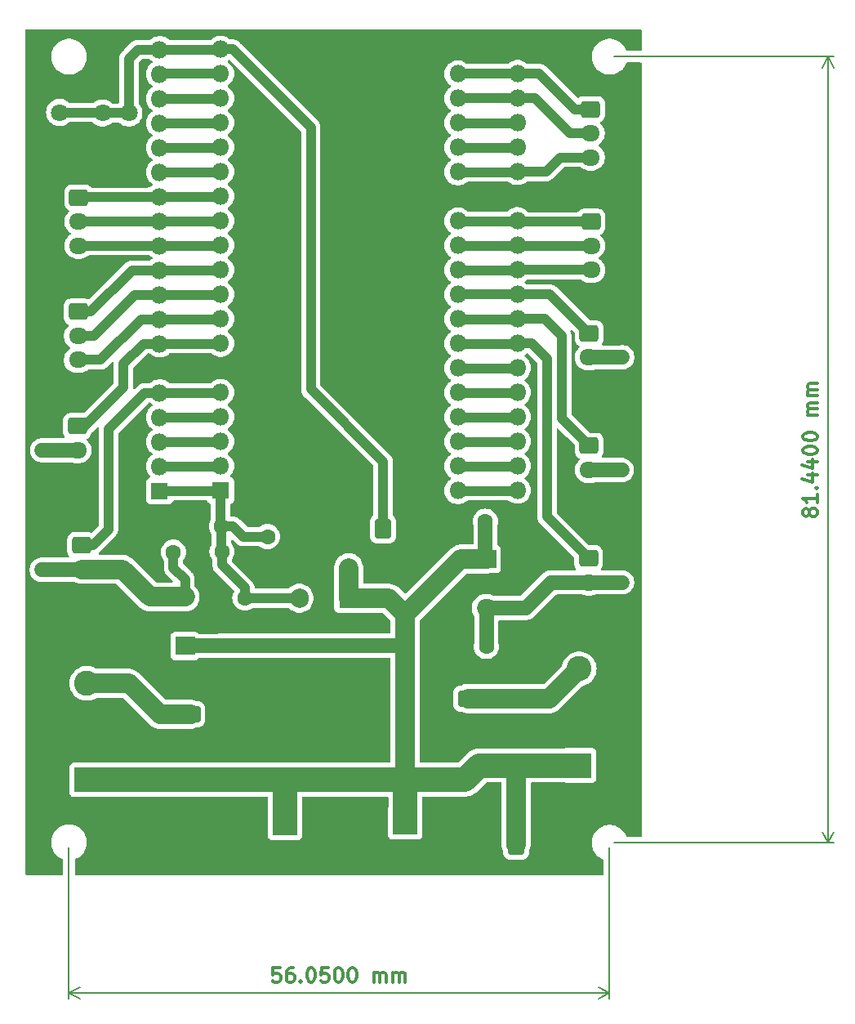
<source format=gbr>
%TF.GenerationSoftware,KiCad,Pcbnew,8.0.1*%
%TF.CreationDate,2025-03-07T04:36:46+02:00*%
%TF.ProjectId,robosoccer2,726f626f-736f-4636-9365-72322e6b6963,rev?*%
%TF.SameCoordinates,Original*%
%TF.FileFunction,Copper,L2,Bot*%
%TF.FilePolarity,Positive*%
%FSLAX46Y46*%
G04 Gerber Fmt 4.6, Leading zero omitted, Abs format (unit mm)*
G04 Created by KiCad (PCBNEW 8.0.1) date 2025-03-07 04:36:46*
%MOMM*%
%LPD*%
G01*
G04 APERTURE LIST*
G04 Aperture macros list*
%AMRoundRect*
0 Rectangle with rounded corners*
0 $1 Rounding radius*
0 $2 $3 $4 $5 $6 $7 $8 $9 X,Y pos of 4 corners*
0 Add a 4 corners polygon primitive as box body*
4,1,4,$2,$3,$4,$5,$6,$7,$8,$9,$2,$3,0*
0 Add four circle primitives for the rounded corners*
1,1,$1+$1,$2,$3*
1,1,$1+$1,$4,$5*
1,1,$1+$1,$6,$7*
1,1,$1+$1,$8,$9*
0 Add four rect primitives between the rounded corners*
20,1,$1+$1,$2,$3,$4,$5,0*
20,1,$1+$1,$4,$5,$6,$7,0*
20,1,$1+$1,$6,$7,$8,$9,0*
20,1,$1+$1,$8,$9,$2,$3,0*%
G04 Aperture macros list end*
%ADD10C,0.300000*%
%TA.AperFunction,NonConductor*%
%ADD11C,0.300000*%
%TD*%
%TA.AperFunction,NonConductor*%
%ADD12C,0.200000*%
%TD*%
%TA.AperFunction,ComponentPad*%
%ADD13R,2.000000X1.905000*%
%TD*%
%TA.AperFunction,ComponentPad*%
%ADD14O,2.000000X1.905000*%
%TD*%
%TA.AperFunction,ComponentPad*%
%ADD15C,1.600000*%
%TD*%
%TA.AperFunction,ComponentPad*%
%ADD16RoundRect,0.250000X-0.750000X0.600000X-0.750000X-0.600000X0.750000X-0.600000X0.750000X0.600000X0*%
%TD*%
%TA.AperFunction,ComponentPad*%
%ADD17O,2.000000X1.700000*%
%TD*%
%TA.AperFunction,ComponentPad*%
%ADD18R,2.600000X2.600000*%
%TD*%
%TA.AperFunction,ComponentPad*%
%ADD19C,2.600000*%
%TD*%
%TA.AperFunction,ComponentPad*%
%ADD20C,1.800000*%
%TD*%
%TA.AperFunction,ComponentPad*%
%ADD21RoundRect,0.250000X-0.725000X0.600000X-0.725000X-0.600000X0.725000X-0.600000X0.725000X0.600000X0*%
%TD*%
%TA.AperFunction,ComponentPad*%
%ADD22O,1.950000X1.700000*%
%TD*%
%TA.AperFunction,ComponentPad*%
%ADD23RoundRect,0.250000X-0.600000X-0.750000X0.600000X-0.750000X0.600000X0.750000X-0.600000X0.750000X0*%
%TD*%
%TA.AperFunction,ComponentPad*%
%ADD24O,1.700000X2.000000*%
%TD*%
%TA.AperFunction,ComponentPad*%
%ADD25R,1.800000X1.800000*%
%TD*%
%TA.AperFunction,ComponentPad*%
%ADD26O,1.800000X1.800000*%
%TD*%
%TA.AperFunction,ComponentPad*%
%ADD27R,1.800000X1.700000*%
%TD*%
%TA.AperFunction,ComponentPad*%
%ADD28R,1.905000X2.000000*%
%TD*%
%TA.AperFunction,ComponentPad*%
%ADD29O,1.905000X2.000000*%
%TD*%
%TA.AperFunction,ViaPad*%
%ADD30C,1.400000*%
%TD*%
%TA.AperFunction,Conductor*%
%ADD31C,1.000000*%
%TD*%
%TA.AperFunction,Conductor*%
%ADD32C,2.500000*%
%TD*%
%TA.AperFunction,Conductor*%
%ADD33C,1.500000*%
%TD*%
%TA.AperFunction,Conductor*%
%ADD34C,2.000000*%
%TD*%
G04 APERTURE END LIST*
D10*
D11*
X98602144Y-178078328D02*
X97887858Y-178078328D01*
X97887858Y-178078328D02*
X97816430Y-178792614D01*
X97816430Y-178792614D02*
X97887858Y-178721185D01*
X97887858Y-178721185D02*
X98030716Y-178649757D01*
X98030716Y-178649757D02*
X98387858Y-178649757D01*
X98387858Y-178649757D02*
X98530716Y-178721185D01*
X98530716Y-178721185D02*
X98602144Y-178792614D01*
X98602144Y-178792614D02*
X98673573Y-178935471D01*
X98673573Y-178935471D02*
X98673573Y-179292614D01*
X98673573Y-179292614D02*
X98602144Y-179435471D01*
X98602144Y-179435471D02*
X98530716Y-179506900D01*
X98530716Y-179506900D02*
X98387858Y-179578328D01*
X98387858Y-179578328D02*
X98030716Y-179578328D01*
X98030716Y-179578328D02*
X97887858Y-179506900D01*
X97887858Y-179506900D02*
X97816430Y-179435471D01*
X99959287Y-178078328D02*
X99673572Y-178078328D01*
X99673572Y-178078328D02*
X99530715Y-178149757D01*
X99530715Y-178149757D02*
X99459287Y-178221185D01*
X99459287Y-178221185D02*
X99316429Y-178435471D01*
X99316429Y-178435471D02*
X99245001Y-178721185D01*
X99245001Y-178721185D02*
X99245001Y-179292614D01*
X99245001Y-179292614D02*
X99316429Y-179435471D01*
X99316429Y-179435471D02*
X99387858Y-179506900D01*
X99387858Y-179506900D02*
X99530715Y-179578328D01*
X99530715Y-179578328D02*
X99816429Y-179578328D01*
X99816429Y-179578328D02*
X99959287Y-179506900D01*
X99959287Y-179506900D02*
X100030715Y-179435471D01*
X100030715Y-179435471D02*
X100102144Y-179292614D01*
X100102144Y-179292614D02*
X100102144Y-178935471D01*
X100102144Y-178935471D02*
X100030715Y-178792614D01*
X100030715Y-178792614D02*
X99959287Y-178721185D01*
X99959287Y-178721185D02*
X99816429Y-178649757D01*
X99816429Y-178649757D02*
X99530715Y-178649757D01*
X99530715Y-178649757D02*
X99387858Y-178721185D01*
X99387858Y-178721185D02*
X99316429Y-178792614D01*
X99316429Y-178792614D02*
X99245001Y-178935471D01*
X100745000Y-179435471D02*
X100816429Y-179506900D01*
X100816429Y-179506900D02*
X100745000Y-179578328D01*
X100745000Y-179578328D02*
X100673572Y-179506900D01*
X100673572Y-179506900D02*
X100745000Y-179435471D01*
X100745000Y-179435471D02*
X100745000Y-179578328D01*
X101745001Y-178078328D02*
X101887858Y-178078328D01*
X101887858Y-178078328D02*
X102030715Y-178149757D01*
X102030715Y-178149757D02*
X102102144Y-178221185D01*
X102102144Y-178221185D02*
X102173572Y-178364042D01*
X102173572Y-178364042D02*
X102245001Y-178649757D01*
X102245001Y-178649757D02*
X102245001Y-179006900D01*
X102245001Y-179006900D02*
X102173572Y-179292614D01*
X102173572Y-179292614D02*
X102102144Y-179435471D01*
X102102144Y-179435471D02*
X102030715Y-179506900D01*
X102030715Y-179506900D02*
X101887858Y-179578328D01*
X101887858Y-179578328D02*
X101745001Y-179578328D01*
X101745001Y-179578328D02*
X101602144Y-179506900D01*
X101602144Y-179506900D02*
X101530715Y-179435471D01*
X101530715Y-179435471D02*
X101459286Y-179292614D01*
X101459286Y-179292614D02*
X101387858Y-179006900D01*
X101387858Y-179006900D02*
X101387858Y-178649757D01*
X101387858Y-178649757D02*
X101459286Y-178364042D01*
X101459286Y-178364042D02*
X101530715Y-178221185D01*
X101530715Y-178221185D02*
X101602144Y-178149757D01*
X101602144Y-178149757D02*
X101745001Y-178078328D01*
X103602143Y-178078328D02*
X102887857Y-178078328D01*
X102887857Y-178078328D02*
X102816429Y-178792614D01*
X102816429Y-178792614D02*
X102887857Y-178721185D01*
X102887857Y-178721185D02*
X103030715Y-178649757D01*
X103030715Y-178649757D02*
X103387857Y-178649757D01*
X103387857Y-178649757D02*
X103530715Y-178721185D01*
X103530715Y-178721185D02*
X103602143Y-178792614D01*
X103602143Y-178792614D02*
X103673572Y-178935471D01*
X103673572Y-178935471D02*
X103673572Y-179292614D01*
X103673572Y-179292614D02*
X103602143Y-179435471D01*
X103602143Y-179435471D02*
X103530715Y-179506900D01*
X103530715Y-179506900D02*
X103387857Y-179578328D01*
X103387857Y-179578328D02*
X103030715Y-179578328D01*
X103030715Y-179578328D02*
X102887857Y-179506900D01*
X102887857Y-179506900D02*
X102816429Y-179435471D01*
X104602143Y-178078328D02*
X104745000Y-178078328D01*
X104745000Y-178078328D02*
X104887857Y-178149757D01*
X104887857Y-178149757D02*
X104959286Y-178221185D01*
X104959286Y-178221185D02*
X105030714Y-178364042D01*
X105030714Y-178364042D02*
X105102143Y-178649757D01*
X105102143Y-178649757D02*
X105102143Y-179006900D01*
X105102143Y-179006900D02*
X105030714Y-179292614D01*
X105030714Y-179292614D02*
X104959286Y-179435471D01*
X104959286Y-179435471D02*
X104887857Y-179506900D01*
X104887857Y-179506900D02*
X104745000Y-179578328D01*
X104745000Y-179578328D02*
X104602143Y-179578328D01*
X104602143Y-179578328D02*
X104459286Y-179506900D01*
X104459286Y-179506900D02*
X104387857Y-179435471D01*
X104387857Y-179435471D02*
X104316428Y-179292614D01*
X104316428Y-179292614D02*
X104245000Y-179006900D01*
X104245000Y-179006900D02*
X104245000Y-178649757D01*
X104245000Y-178649757D02*
X104316428Y-178364042D01*
X104316428Y-178364042D02*
X104387857Y-178221185D01*
X104387857Y-178221185D02*
X104459286Y-178149757D01*
X104459286Y-178149757D02*
X104602143Y-178078328D01*
X106030714Y-178078328D02*
X106173571Y-178078328D01*
X106173571Y-178078328D02*
X106316428Y-178149757D01*
X106316428Y-178149757D02*
X106387857Y-178221185D01*
X106387857Y-178221185D02*
X106459285Y-178364042D01*
X106459285Y-178364042D02*
X106530714Y-178649757D01*
X106530714Y-178649757D02*
X106530714Y-179006900D01*
X106530714Y-179006900D02*
X106459285Y-179292614D01*
X106459285Y-179292614D02*
X106387857Y-179435471D01*
X106387857Y-179435471D02*
X106316428Y-179506900D01*
X106316428Y-179506900D02*
X106173571Y-179578328D01*
X106173571Y-179578328D02*
X106030714Y-179578328D01*
X106030714Y-179578328D02*
X105887857Y-179506900D01*
X105887857Y-179506900D02*
X105816428Y-179435471D01*
X105816428Y-179435471D02*
X105744999Y-179292614D01*
X105744999Y-179292614D02*
X105673571Y-179006900D01*
X105673571Y-179006900D02*
X105673571Y-178649757D01*
X105673571Y-178649757D02*
X105744999Y-178364042D01*
X105744999Y-178364042D02*
X105816428Y-178221185D01*
X105816428Y-178221185D02*
X105887857Y-178149757D01*
X105887857Y-178149757D02*
X106030714Y-178078328D01*
X108316427Y-179578328D02*
X108316427Y-178578328D01*
X108316427Y-178721185D02*
X108387856Y-178649757D01*
X108387856Y-178649757D02*
X108530713Y-178578328D01*
X108530713Y-178578328D02*
X108744999Y-178578328D01*
X108744999Y-178578328D02*
X108887856Y-178649757D01*
X108887856Y-178649757D02*
X108959285Y-178792614D01*
X108959285Y-178792614D02*
X108959285Y-179578328D01*
X108959285Y-178792614D02*
X109030713Y-178649757D01*
X109030713Y-178649757D02*
X109173570Y-178578328D01*
X109173570Y-178578328D02*
X109387856Y-178578328D01*
X109387856Y-178578328D02*
X109530713Y-178649757D01*
X109530713Y-178649757D02*
X109602142Y-178792614D01*
X109602142Y-178792614D02*
X109602142Y-179578328D01*
X110316427Y-179578328D02*
X110316427Y-178578328D01*
X110316427Y-178721185D02*
X110387856Y-178649757D01*
X110387856Y-178649757D02*
X110530713Y-178578328D01*
X110530713Y-178578328D02*
X110744999Y-178578328D01*
X110744999Y-178578328D02*
X110887856Y-178649757D01*
X110887856Y-178649757D02*
X110959285Y-178792614D01*
X110959285Y-178792614D02*
X110959285Y-179578328D01*
X110959285Y-178792614D02*
X111030713Y-178649757D01*
X111030713Y-178649757D02*
X111173570Y-178578328D01*
X111173570Y-178578328D02*
X111387856Y-178578328D01*
X111387856Y-178578328D02*
X111530713Y-178649757D01*
X111530713Y-178649757D02*
X111602142Y-178792614D01*
X111602142Y-178792614D02*
X111602142Y-179578328D01*
D12*
X132770000Y-165630000D02*
X132770000Y-181286420D01*
X76720000Y-165630000D02*
X76720000Y-181286420D01*
X132770000Y-180700000D02*
X76720000Y-180700000D01*
X132770000Y-180700000D02*
X76720000Y-180700000D01*
X132770000Y-180700000D02*
X131643496Y-181286421D01*
X132770000Y-180700000D02*
X131643496Y-180113579D01*
X76720000Y-180700000D02*
X77846504Y-180113579D01*
X76720000Y-180700000D02*
X77846504Y-181286421D01*
D10*
D11*
X153461185Y-131052855D02*
X153389757Y-131195712D01*
X153389757Y-131195712D02*
X153318328Y-131267141D01*
X153318328Y-131267141D02*
X153175471Y-131338569D01*
X153175471Y-131338569D02*
X153104042Y-131338569D01*
X153104042Y-131338569D02*
X152961185Y-131267141D01*
X152961185Y-131267141D02*
X152889757Y-131195712D01*
X152889757Y-131195712D02*
X152818328Y-131052855D01*
X152818328Y-131052855D02*
X152818328Y-130767141D01*
X152818328Y-130767141D02*
X152889757Y-130624284D01*
X152889757Y-130624284D02*
X152961185Y-130552855D01*
X152961185Y-130552855D02*
X153104042Y-130481426D01*
X153104042Y-130481426D02*
X153175471Y-130481426D01*
X153175471Y-130481426D02*
X153318328Y-130552855D01*
X153318328Y-130552855D02*
X153389757Y-130624284D01*
X153389757Y-130624284D02*
X153461185Y-130767141D01*
X153461185Y-130767141D02*
X153461185Y-131052855D01*
X153461185Y-131052855D02*
X153532614Y-131195712D01*
X153532614Y-131195712D02*
X153604042Y-131267141D01*
X153604042Y-131267141D02*
X153746900Y-131338569D01*
X153746900Y-131338569D02*
X154032614Y-131338569D01*
X154032614Y-131338569D02*
X154175471Y-131267141D01*
X154175471Y-131267141D02*
X154246900Y-131195712D01*
X154246900Y-131195712D02*
X154318328Y-131052855D01*
X154318328Y-131052855D02*
X154318328Y-130767141D01*
X154318328Y-130767141D02*
X154246900Y-130624284D01*
X154246900Y-130624284D02*
X154175471Y-130552855D01*
X154175471Y-130552855D02*
X154032614Y-130481426D01*
X154032614Y-130481426D02*
X153746900Y-130481426D01*
X153746900Y-130481426D02*
X153604042Y-130552855D01*
X153604042Y-130552855D02*
X153532614Y-130624284D01*
X153532614Y-130624284D02*
X153461185Y-130767141D01*
X154318328Y-129052855D02*
X154318328Y-129909998D01*
X154318328Y-129481427D02*
X152818328Y-129481427D01*
X152818328Y-129481427D02*
X153032614Y-129624284D01*
X153032614Y-129624284D02*
X153175471Y-129767141D01*
X153175471Y-129767141D02*
X153246900Y-129909998D01*
X154175471Y-128409999D02*
X154246900Y-128338570D01*
X154246900Y-128338570D02*
X154318328Y-128409999D01*
X154318328Y-128409999D02*
X154246900Y-128481427D01*
X154246900Y-128481427D02*
X154175471Y-128409999D01*
X154175471Y-128409999D02*
X154318328Y-128409999D01*
X153318328Y-127052856D02*
X154318328Y-127052856D01*
X152746900Y-127409998D02*
X153818328Y-127767141D01*
X153818328Y-127767141D02*
X153818328Y-126838570D01*
X153318328Y-125624285D02*
X154318328Y-125624285D01*
X152746900Y-125981427D02*
X153818328Y-126338570D01*
X153818328Y-126338570D02*
X153818328Y-125409999D01*
X152818328Y-124552856D02*
X152818328Y-124409999D01*
X152818328Y-124409999D02*
X152889757Y-124267142D01*
X152889757Y-124267142D02*
X152961185Y-124195714D01*
X152961185Y-124195714D02*
X153104042Y-124124285D01*
X153104042Y-124124285D02*
X153389757Y-124052856D01*
X153389757Y-124052856D02*
X153746900Y-124052856D01*
X153746900Y-124052856D02*
X154032614Y-124124285D01*
X154032614Y-124124285D02*
X154175471Y-124195714D01*
X154175471Y-124195714D02*
X154246900Y-124267142D01*
X154246900Y-124267142D02*
X154318328Y-124409999D01*
X154318328Y-124409999D02*
X154318328Y-124552856D01*
X154318328Y-124552856D02*
X154246900Y-124695714D01*
X154246900Y-124695714D02*
X154175471Y-124767142D01*
X154175471Y-124767142D02*
X154032614Y-124838571D01*
X154032614Y-124838571D02*
X153746900Y-124909999D01*
X153746900Y-124909999D02*
X153389757Y-124909999D01*
X153389757Y-124909999D02*
X153104042Y-124838571D01*
X153104042Y-124838571D02*
X152961185Y-124767142D01*
X152961185Y-124767142D02*
X152889757Y-124695714D01*
X152889757Y-124695714D02*
X152818328Y-124552856D01*
X152818328Y-123124285D02*
X152818328Y-122981428D01*
X152818328Y-122981428D02*
X152889757Y-122838571D01*
X152889757Y-122838571D02*
X152961185Y-122767143D01*
X152961185Y-122767143D02*
X153104042Y-122695714D01*
X153104042Y-122695714D02*
X153389757Y-122624285D01*
X153389757Y-122624285D02*
X153746900Y-122624285D01*
X153746900Y-122624285D02*
X154032614Y-122695714D01*
X154032614Y-122695714D02*
X154175471Y-122767143D01*
X154175471Y-122767143D02*
X154246900Y-122838571D01*
X154246900Y-122838571D02*
X154318328Y-122981428D01*
X154318328Y-122981428D02*
X154318328Y-123124285D01*
X154318328Y-123124285D02*
X154246900Y-123267143D01*
X154246900Y-123267143D02*
X154175471Y-123338571D01*
X154175471Y-123338571D02*
X154032614Y-123410000D01*
X154032614Y-123410000D02*
X153746900Y-123481428D01*
X153746900Y-123481428D02*
X153389757Y-123481428D01*
X153389757Y-123481428D02*
X153104042Y-123410000D01*
X153104042Y-123410000D02*
X152961185Y-123338571D01*
X152961185Y-123338571D02*
X152889757Y-123267143D01*
X152889757Y-123267143D02*
X152818328Y-123124285D01*
X154318328Y-120838572D02*
X153318328Y-120838572D01*
X153461185Y-120838572D02*
X153389757Y-120767143D01*
X153389757Y-120767143D02*
X153318328Y-120624286D01*
X153318328Y-120624286D02*
X153318328Y-120410000D01*
X153318328Y-120410000D02*
X153389757Y-120267143D01*
X153389757Y-120267143D02*
X153532614Y-120195715D01*
X153532614Y-120195715D02*
X154318328Y-120195715D01*
X153532614Y-120195715D02*
X153389757Y-120124286D01*
X153389757Y-120124286D02*
X153318328Y-119981429D01*
X153318328Y-119981429D02*
X153318328Y-119767143D01*
X153318328Y-119767143D02*
X153389757Y-119624286D01*
X153389757Y-119624286D02*
X153532614Y-119552857D01*
X153532614Y-119552857D02*
X154318328Y-119552857D01*
X154318328Y-118838572D02*
X153318328Y-118838572D01*
X153461185Y-118838572D02*
X153389757Y-118767143D01*
X153389757Y-118767143D02*
X153318328Y-118624286D01*
X153318328Y-118624286D02*
X153318328Y-118410000D01*
X153318328Y-118410000D02*
X153389757Y-118267143D01*
X153389757Y-118267143D02*
X153532614Y-118195715D01*
X153532614Y-118195715D02*
X154318328Y-118195715D01*
X153532614Y-118195715D02*
X153389757Y-118124286D01*
X153389757Y-118124286D02*
X153318328Y-117981429D01*
X153318328Y-117981429D02*
X153318328Y-117767143D01*
X153318328Y-117767143D02*
X153389757Y-117624286D01*
X153389757Y-117624286D02*
X153532614Y-117552857D01*
X153532614Y-117552857D02*
X154318328Y-117552857D01*
D12*
X133270000Y-83690000D02*
X156026420Y-83690000D01*
X133270000Y-165130000D02*
X156026420Y-165130000D01*
X155440000Y-83690000D02*
X155440000Y-165130000D01*
X155440000Y-83690000D02*
X155440000Y-165130000D01*
X155440000Y-83690000D02*
X156026421Y-84816504D01*
X155440000Y-83690000D02*
X154853579Y-84816504D01*
X155440000Y-165130000D02*
X154853579Y-164003496D01*
X155440000Y-165130000D02*
X156026421Y-164003496D01*
D13*
%TO.P,U3,1,IN*%
%TO.N,12v*%
X88750000Y-144750000D03*
D14*
%TO.P,U3,2,GND*%
%TO.N,GND*%
X88750000Y-142210000D03*
%TO.P,U3,3,OUT*%
%TO.N,5v-3 4*%
X88750000Y-139670000D03*
%TD*%
D15*
%TO.P,C2,1*%
%TO.N,5v-3 4*%
X87550000Y-135020000D03*
%TO.P,C2,2*%
%TO.N,GND*%
X85050000Y-135020000D03*
%TD*%
%TO.P,C1,1*%
%TO.N,12v*%
X92540000Y-144720000D03*
%TO.P,C1,2*%
%TO.N,GND*%
X92540000Y-142220000D03*
%TD*%
D16*
%TO.P,J15,1,Pin_1*%
%TO.N,5v-d1*%
X118050000Y-150190000D03*
D17*
%TO.P,J15,2,Pin_2*%
%TO.N,GND*%
X118050000Y-152690000D03*
%TD*%
D18*
%TO.P,J18,1,Pin_1*%
%TO.N,12v*%
X99110000Y-163055000D03*
D19*
%TO.P,J18,2,Pin_2*%
%TO.N,GND*%
X104110000Y-163055000D03*
%TD*%
D18*
%TO.P,J7,1,Pin_1*%
%TO.N,12v*%
X129615000Y-157120000D03*
D19*
%TO.P,J7,2,Pin_2*%
%TO.N,GND*%
X129615000Y-152120000D03*
%TO.P,J7,3,Pin_3*%
%TO.N,5v-d1*%
X129615000Y-147120000D03*
%TD*%
D18*
%TO.P,J4,1,Pin_1*%
%TO.N,12v*%
X78565000Y-158610000D03*
D19*
%TO.P,J4,2,Pin_2*%
%TO.N,GND*%
X78565000Y-153610000D03*
%TO.P,J4,3,Pin_3*%
%TO.N,5v-d2*%
X78565000Y-148610000D03*
%TD*%
D16*
%TO.P,J21,1,Pin_1*%
%TO.N,5v-d2*%
X89340000Y-151820000D03*
D17*
%TO.P,J21,2,Pin_2*%
%TO.N,GND*%
X89340000Y-154320000D03*
%TD*%
D15*
%TO.P,C7,1*%
%TO.N,12v*%
X105720000Y-136650000D03*
%TO.P,C7,2*%
%TO.N,GND*%
X103220000Y-136650000D03*
%TD*%
D20*
%TO.P,C9,1*%
%TO.N,3.3V*%
X82930000Y-89540000D03*
%TO.P,C9,2*%
%TO.N,GND*%
X82930000Y-92040000D03*
%TD*%
D21*
%TO.P,J8,1,Pin_1*%
%TO.N,19*%
X130840000Y-100800000D03*
D22*
%TO.P,J8,2,Pin_2*%
%TO.N,18*%
X130840000Y-103300000D03*
%TO.P,J8,3,Pin_3*%
%TO.N,5*%
X130840000Y-105800000D03*
%TD*%
D23*
%TO.P,J16,1,Pin_1*%
%TO.N,3.3V*%
X109270000Y-132620000D03*
D24*
%TO.P,J16,2,Pin_2*%
%TO.N,GND*%
X111770000Y-132620000D03*
%TD*%
D25*
%TO.P,J14,1,Pin_1*%
%TO.N,5v-ESP*%
X86120000Y-128680000D03*
D26*
%TO.P,J14,2,Pin_2*%
%TO.N,CMD*%
X86120000Y-126140000D03*
%TO.P,J14,3,Pin_3*%
%TO.N,SD3*%
X86120000Y-123600000D03*
%TO.P,J14,4,Pin_4*%
%TO.N,SD2*%
X86120000Y-121060000D03*
%TO.P,J14,5,Pin_5*%
%TO.N,13*%
X86120000Y-118520000D03*
%TO.P,J14,6,Pin_6*%
%TO.N,GND*%
X86120000Y-115980000D03*
%TO.P,J14,7,Pin_7*%
%TO.N,12*%
X86120000Y-113440000D03*
%TO.P,J14,8,Pin_8*%
%TO.N,14*%
X86120000Y-110900000D03*
%TO.P,J14,9,Pin_9*%
%TO.N,27*%
X86120000Y-108360000D03*
%TO.P,J14,10,Pin_10*%
%TO.N,26*%
X86120000Y-105820000D03*
%TO.P,J14,11,Pin_11*%
%TO.N,25*%
X86120000Y-103280000D03*
%TO.P,J14,12,Pin_12*%
%TO.N,33*%
X86120000Y-100740000D03*
%TO.P,J14,13,Pin_13*%
%TO.N,32*%
X86120000Y-98200000D03*
%TO.P,J14,14,Pin_14*%
%TO.N,35*%
X86120000Y-95660000D03*
%TO.P,J14,15,Pin_15*%
%TO.N,34*%
X86120000Y-93120000D03*
%TO.P,J14,16,Pin_16*%
%TO.N,39*%
X86120000Y-90580000D03*
%TO.P,J14,17,Pin_17*%
%TO.N,36*%
X86120000Y-88040000D03*
%TO.P,J14,18,Pin_18*%
%TO.N,EN*%
X86120000Y-85500000D03*
%TO.P,J14,19,Pin_19*%
%TO.N,3.3V*%
X86120000Y-82960000D03*
%TD*%
D27*
%TO.P,J1,1,Pin_1*%
%TO.N,GND*%
X117040000Y-82940000D03*
D26*
%TO.P,J1,2,Pin_2*%
%TO.N,23*%
X117040000Y-85480000D03*
%TO.P,J1,3,Pin_3*%
%TO.N,22*%
X117040000Y-88020000D03*
%TO.P,J1,4,Pin_4*%
%TO.N,TX*%
X117040000Y-90560000D03*
%TO.P,J1,5,Pin_5*%
%TO.N,RX*%
X117040000Y-93100000D03*
%TO.P,J1,6,Pin_6*%
%TO.N,21*%
X117040000Y-95640000D03*
%TO.P,J1,7,Pin_7*%
%TO.N,GND*%
X117040000Y-98180000D03*
%TO.P,J1,8,Pin_8*%
%TO.N,19*%
X117040000Y-100720000D03*
%TO.P,J1,9,Pin_9*%
%TO.N,18*%
X117040000Y-103260000D03*
%TO.P,J1,10,Pin_10*%
%TO.N,5*%
X117040000Y-105800000D03*
%TO.P,J1,11,Pin_11*%
%TO.N,17*%
X117040000Y-108340000D03*
%TO.P,J1,12,Pin_12*%
%TO.N,16*%
X117040000Y-110880000D03*
%TO.P,J1,13,Pin_13*%
%TO.N,4*%
X117040000Y-113420000D03*
%TO.P,J1,14,Pin_14*%
%TO.N,0*%
X117040000Y-115960000D03*
%TO.P,J1,15,Pin_15*%
%TO.N,2*%
X117040000Y-118500000D03*
%TO.P,J1,16,Pin_16*%
%TO.N,15*%
X117040000Y-121040000D03*
%TO.P,J1,17,Pin_17*%
%TO.N,SD1*%
X117040000Y-123580000D03*
%TO.P,J1,18,Pin_18*%
%TO.N,SD0*%
X117040000Y-126120000D03*
%TO.P,J1,19,Pin_19*%
%TO.N,CLK*%
X117040000Y-128660000D03*
%TD*%
D21*
%TO.P,J6,1,Pin_1*%
%TO.N,26*%
X77660000Y-110120000D03*
D22*
%TO.P,J6,2,Pin_2*%
%TO.N,27*%
X77660000Y-112620000D03*
%TO.P,J6,3,Pin_3*%
%TO.N,14*%
X77660000Y-115120000D03*
%TD*%
D21*
%TO.P,J19,1,Pin_1*%
%TO.N,12*%
X77580000Y-121970000D03*
D22*
%TO.P,J19,2,Pin_2*%
%TO.N,5v-3 4*%
X77580000Y-124470000D03*
%TO.P,J19,3,Pin_3*%
%TO.N,GND*%
X77580000Y-126970000D03*
%TD*%
D21*
%TO.P,J5,1,Pin_1*%
%TO.N,32*%
X77710000Y-98280000D03*
D22*
%TO.P,J5,2,Pin_2*%
%TO.N,33*%
X77710000Y-100780000D03*
%TO.P,J5,3,Pin_3*%
%TO.N,25*%
X77710000Y-103280000D03*
%TD*%
D21*
%TO.P,J12,1,Pin_1*%
%TO.N,13*%
X78020000Y-134310000D03*
D22*
%TO.P,J12,2,Pin_2*%
%TO.N,5v-3 4*%
X78020000Y-136810000D03*
%TO.P,J12,3,Pin_3*%
%TO.N,GND*%
X78020000Y-139310000D03*
%TD*%
D15*
%TO.P,C12,1*%
%TO.N,5v-ESP*%
X92590000Y-134990000D03*
%TO.P,C12,2*%
%TO.N,GND*%
X90090000Y-134990000D03*
%TD*%
%TO.P,C13,1*%
%TO.N,5v-ESP*%
X92540000Y-132340000D03*
%TO.P,C13,2*%
%TO.N,GND*%
X90040000Y-132340000D03*
%TD*%
D28*
%TO.P,U2,1,IN*%
%TO.N,12v*%
X105680000Y-139800000D03*
D29*
%TO.P,U2,2,GND*%
%TO.N,GND*%
X103140000Y-139800000D03*
%TO.P,U2,3,OUT*%
%TO.N,5v-ESP*%
X100600000Y-139800000D03*
%TD*%
D13*
%TO.P,U1,1,IN*%
%TO.N,12v*%
X119990000Y-135740000D03*
D14*
%TO.P,U1,2,GND*%
%TO.N,GND*%
X119990000Y-138280000D03*
%TO.P,U1,3,OUT*%
%TO.N,5v-1 2 5*%
X119990000Y-140820000D03*
%TD*%
D15*
%TO.P,C5,1*%
%TO.N,12v*%
X119890000Y-131830000D03*
%TO.P,C5,2*%
%TO.N,GND*%
X122390000Y-131830000D03*
%TD*%
%TO.P,C6,1*%
%TO.N,5v-1 2 5*%
X119990000Y-144800000D03*
%TO.P,C6,2*%
%TO.N,GND*%
X117490000Y-144800000D03*
%TD*%
D21*
%TO.P,J10,1,Pin_1*%
%TO.N,16*%
X130650000Y-124010000D03*
D22*
%TO.P,J10,2,Pin_2*%
%TO.N,5v-1 2 5*%
X130650000Y-126510000D03*
%TO.P,J10,3,Pin_3*%
%TO.N,GND*%
X130650000Y-129010000D03*
%TD*%
D15*
%TO.P,C11,1*%
%TO.N,5v-ESP*%
X97310000Y-133410000D03*
%TO.P,C11,2*%
%TO.N,GND*%
X97310000Y-135910000D03*
%TD*%
D20*
%TO.P,C4,1*%
%TO.N,3.3V*%
X80200000Y-89530000D03*
%TO.P,C4,2*%
%TO.N,GND*%
X80200000Y-92030000D03*
%TD*%
D25*
%TO.P,J13,1,Pin_1*%
%TO.N,GND*%
X123220000Y-82900000D03*
D26*
%TO.P,J13,2,Pin_2*%
%TO.N,23*%
X123220000Y-85440000D03*
%TO.P,J13,3,Pin_3*%
%TO.N,22*%
X123220000Y-87980000D03*
%TO.P,J13,4,Pin_4*%
%TO.N,TX*%
X123220000Y-90520000D03*
%TO.P,J13,5,Pin_5*%
%TO.N,RX*%
X123220000Y-93060000D03*
%TO.P,J13,6,Pin_6*%
%TO.N,21*%
X123220000Y-95600000D03*
%TO.P,J13,7,Pin_7*%
%TO.N,GND*%
X123220000Y-98140000D03*
%TO.P,J13,8,Pin_8*%
%TO.N,19*%
X123220000Y-100680000D03*
%TO.P,J13,9,Pin_9*%
%TO.N,18*%
X123220000Y-103220000D03*
%TO.P,J13,10,Pin_10*%
%TO.N,5*%
X123220000Y-105760000D03*
%TO.P,J13,11,Pin_11*%
%TO.N,17*%
X123220000Y-108300000D03*
%TO.P,J13,12,Pin_12*%
%TO.N,16*%
X123220000Y-110840000D03*
%TO.P,J13,13,Pin_13*%
%TO.N,4*%
X123220000Y-113380000D03*
%TO.P,J13,14,Pin_14*%
%TO.N,0*%
X123220000Y-115920000D03*
%TO.P,J13,15,Pin_15*%
%TO.N,2*%
X123220000Y-118460000D03*
%TO.P,J13,16,Pin_16*%
%TO.N,15*%
X123220000Y-121000000D03*
%TO.P,J13,17,Pin_17*%
%TO.N,SD1*%
X123220000Y-123540000D03*
%TO.P,J13,18,Pin_18*%
%TO.N,SD0*%
X123220000Y-126080000D03*
%TO.P,J13,19,Pin_19*%
%TO.N,CLK*%
X123220000Y-128620000D03*
%TD*%
D21*
%TO.P,J9,1,Pin_1*%
%TO.N,23*%
X130810000Y-89130000D03*
D22*
%TO.P,J9,2,Pin_2*%
%TO.N,22*%
X130810000Y-91630000D03*
%TO.P,J9,3,Pin_3*%
%TO.N,21*%
X130810000Y-94130000D03*
%TD*%
D15*
%TO.P,C8,1*%
%TO.N,5v-ESP*%
X94960000Y-139770000D03*
%TO.P,C8,2*%
%TO.N,GND*%
X92460000Y-139770000D03*
%TD*%
D21*
%TO.P,J20,1,Pin_1*%
%TO.N,17*%
X130650000Y-112360000D03*
D22*
%TO.P,J20,2,Pin_2*%
%TO.N,5v-1 2 5*%
X130650000Y-114860000D03*
%TO.P,J20,3,Pin_3*%
%TO.N,GND*%
X130650000Y-117360000D03*
%TD*%
D18*
%TO.P,J3,1,Pin_1*%
%TO.N,12v*%
X111580000Y-163015000D03*
D19*
%TO.P,J3,2,Pin_2*%
%TO.N,GND*%
X116580000Y-163015000D03*
%TD*%
D25*
%TO.P,J2,1,Pin_1*%
%TO.N,5v-ESP*%
X92450000Y-128630000D03*
D26*
%TO.P,J2,2,Pin_2*%
%TO.N,CMD*%
X92450000Y-126090000D03*
%TO.P,J2,3,Pin_3*%
%TO.N,SD3*%
X92450000Y-123550000D03*
%TO.P,J2,4,Pin_4*%
%TO.N,SD2*%
X92450000Y-121010000D03*
%TO.P,J2,5,Pin_5*%
%TO.N,13*%
X92450000Y-118470000D03*
%TO.P,J2,6,Pin_6*%
%TO.N,GND*%
X92450000Y-115930000D03*
%TO.P,J2,7,Pin_7*%
%TO.N,12*%
X92450000Y-113390000D03*
%TO.P,J2,8,Pin_8*%
%TO.N,14*%
X92450000Y-110850000D03*
%TO.P,J2,9,Pin_9*%
%TO.N,27*%
X92450000Y-108310000D03*
%TO.P,J2,10,Pin_10*%
%TO.N,26*%
X92450000Y-105770000D03*
%TO.P,J2,11,Pin_11*%
%TO.N,25*%
X92450000Y-103230000D03*
%TO.P,J2,12,Pin_12*%
%TO.N,33*%
X92450000Y-100690000D03*
%TO.P,J2,13,Pin_13*%
%TO.N,32*%
X92450000Y-98150000D03*
%TO.P,J2,14,Pin_14*%
%TO.N,35*%
X92450000Y-95610000D03*
%TO.P,J2,15,Pin_15*%
%TO.N,34*%
X92450000Y-93070000D03*
%TO.P,J2,16,Pin_16*%
%TO.N,39*%
X92450000Y-90530000D03*
%TO.P,J2,17,Pin_17*%
%TO.N,36*%
X92450000Y-87990000D03*
%TO.P,J2,18,Pin_18*%
%TO.N,EN*%
X92450000Y-85450000D03*
%TO.P,J2,19,Pin_19*%
%TO.N,3.3V*%
X92450000Y-82910000D03*
%TD*%
D24*
%TO.P,J17,2,Pin_2*%
%TO.N,GND*%
X125580000Y-165370000D03*
D23*
%TO.P,J17,1,Pin_1*%
%TO.N,12v*%
X123080000Y-165370000D03*
%TD*%
D21*
%TO.P,J11,1,Pin_1*%
%TO.N,4*%
X130600000Y-135670000D03*
D22*
%TO.P,J11,2,Pin_2*%
%TO.N,5v-1 2 5*%
X130600000Y-138170000D03*
%TO.P,J11,3,Pin_3*%
%TO.N,GND*%
X130600000Y-140670000D03*
%TD*%
D20*
%TO.P,C10,1*%
%TO.N,3.3V*%
X75750000Y-89470000D03*
%TO.P,C10,2*%
%TO.N,GND*%
X75750000Y-91970000D03*
%TD*%
D30*
%TO.N,5v-3 4*%
X73880000Y-136860000D03*
X73880000Y-124500000D03*
%TO.N,5v-1 2 5*%
X134070000Y-138170000D03*
X134060000Y-126530000D03*
X134090000Y-114820000D03*
X134070000Y-138170000D03*
%TD*%
D31*
%TO.N,5v-ESP*%
X92590000Y-136340000D02*
X92590000Y-134990000D01*
X94960000Y-138710000D02*
X92590000Y-136340000D01*
X94960000Y-139770000D02*
X94960000Y-138710000D01*
X94990000Y-139800000D02*
X94960000Y-139770000D01*
X100600000Y-139800000D02*
X94990000Y-139800000D01*
%TO.N,5v-3 4*%
X88750000Y-137840000D02*
X88750000Y-139670000D01*
X87550000Y-136640000D02*
X88750000Y-137840000D01*
X87550000Y-135020000D02*
X87550000Y-136640000D01*
D32*
%TO.N,12v*%
X99110000Y-158700000D02*
X99200000Y-158610000D01*
X99110000Y-163055000D02*
X99110000Y-158700000D01*
X99200000Y-158610000D02*
X78565000Y-158610000D01*
X111520000Y-158610000D02*
X99200000Y-158610000D01*
D31*
%TO.N,25*%
X86120000Y-103280000D02*
X77710000Y-103280000D01*
%TO.N,33*%
X86120000Y-100740000D02*
X77750000Y-100740000D01*
X77750000Y-100740000D02*
X77710000Y-100780000D01*
%TO.N,32*%
X77730000Y-98260000D02*
X77710000Y-98280000D01*
X85120000Y-98260000D02*
X77730000Y-98260000D01*
X86120000Y-98200000D02*
X85180000Y-98200000D01*
X85180000Y-98200000D02*
X85120000Y-98260000D01*
%TO.N,14*%
X79960000Y-115120000D02*
X77660000Y-115120000D01*
X84180000Y-110900000D02*
X79960000Y-115120000D01*
X86120000Y-110900000D02*
X84180000Y-110900000D01*
%TO.N,27*%
X79280000Y-112620000D02*
X77660000Y-112620000D01*
X83540000Y-108360000D02*
X79280000Y-112620000D01*
X86120000Y-108360000D02*
X83540000Y-108360000D01*
%TO.N,26*%
X83280000Y-105820000D02*
X86120000Y-105820000D01*
X77660000Y-110120000D02*
X78980000Y-110120000D01*
X78980000Y-110120000D02*
X83280000Y-105820000D01*
D33*
%TO.N,5v-3 4*%
X73880000Y-136860000D02*
X77970000Y-136860000D01*
X77580000Y-124470000D02*
X73910000Y-124470000D01*
D34*
%TO.N,5v-d1*%
X118070000Y-150210000D02*
X126525000Y-150210000D01*
X126525000Y-150210000D02*
X129615000Y-147120000D01*
X118050000Y-150190000D02*
X118070000Y-150210000D01*
%TO.N,5v-3 4*%
X82260000Y-136810000D02*
X85120000Y-139670000D01*
X85120000Y-139670000D02*
X88750000Y-139670000D01*
X78020000Y-136810000D02*
X82260000Y-136810000D01*
D33*
%TO.N,12v*%
X119890000Y-135640000D02*
X119990000Y-135740000D01*
X119890000Y-131830000D02*
X119890000Y-135640000D01*
%TO.N,5v-1 2 5*%
X119990000Y-140820000D02*
X119990000Y-144800000D01*
D34*
%TO.N,12v*%
X117350000Y-135740000D02*
X119990000Y-135740000D01*
X111580000Y-141510000D02*
X117350000Y-135740000D01*
D33*
%TO.N,5v-1 2 5*%
X134070000Y-138170000D02*
X134060000Y-138160000D01*
X134070000Y-138170000D02*
X130600000Y-138170000D01*
X134060000Y-126530000D02*
X130670000Y-126530000D01*
X130670000Y-126530000D02*
X130650000Y-126510000D01*
X134050000Y-114860000D02*
X134090000Y-114820000D01*
X130650000Y-114860000D02*
X134050000Y-114860000D01*
X126710000Y-138170000D02*
X130600000Y-138170000D01*
X124060000Y-140820000D02*
X126710000Y-138170000D01*
X119990000Y-140820000D02*
X124060000Y-140820000D01*
%TO.N,12v*%
X92540000Y-144720000D02*
X111580000Y-144720000D01*
D34*
X111580000Y-144720000D02*
X111580000Y-159970000D01*
X111580000Y-141510000D02*
X111580000Y-144720000D01*
X109870000Y-139800000D02*
X111580000Y-141510000D01*
X105680000Y-139800000D02*
X109870000Y-139800000D01*
D32*
X111580000Y-159970000D02*
X111580000Y-158670000D01*
X111580000Y-163015000D02*
X111580000Y-159970000D01*
D34*
X105720000Y-139760000D02*
X105680000Y-139800000D01*
X105720000Y-136650000D02*
X105720000Y-139760000D01*
D32*
X117760000Y-158610000D02*
X119250000Y-157120000D01*
X119250000Y-157120000D02*
X123070000Y-157120000D01*
X111520000Y-158610000D02*
X117760000Y-158610000D01*
X111580000Y-158670000D02*
X111520000Y-158610000D01*
D33*
X92510000Y-144750000D02*
X92540000Y-144720000D01*
X88750000Y-144750000D02*
X92510000Y-144750000D01*
D31*
%TO.N,5v-ESP*%
X93720000Y-132340000D02*
X94790000Y-133410000D01*
X94790000Y-133410000D02*
X97310000Y-133410000D01*
X92540000Y-132340000D02*
X93720000Y-132340000D01*
X100540000Y-139860000D02*
X100600000Y-139800000D01*
%TO.N,12v*%
X119800000Y-135550000D02*
X119990000Y-135740000D01*
D34*
%TO.N,5v-d2*%
X86130000Y-151820000D02*
X89340000Y-151820000D01*
X78565000Y-148610000D02*
X82920000Y-148610000D01*
X82920000Y-148610000D02*
X86130000Y-151820000D01*
%TO.N,12v*%
X123080000Y-165370000D02*
X123080000Y-157130000D01*
X123080000Y-157130000D02*
X123070000Y-157120000D01*
D32*
X123070000Y-157120000D02*
X129615000Y-157120000D01*
D31*
%TO.N,GND*%
X92430000Y-115950000D02*
X86150000Y-115950000D01*
X117260000Y-82950000D02*
X123170000Y-82950000D01*
X92450000Y-115930000D02*
X92430000Y-115950000D01*
X123170000Y-98190000D02*
X123220000Y-98140000D01*
X123170000Y-82950000D02*
X123220000Y-82900000D01*
X117040000Y-98180000D02*
X117050000Y-98190000D01*
X117050000Y-98190000D02*
X123170000Y-98190000D01*
X86150000Y-115950000D02*
X86120000Y-115980000D01*
%TO.N,3.3V*%
X93700000Y-82910000D02*
X101790000Y-91000000D01*
X92450000Y-82910000D02*
X93700000Y-82910000D01*
X101790000Y-91000000D02*
X101790000Y-118160000D01*
X86120000Y-82960000D02*
X83870000Y-82960000D01*
X83870000Y-82960000D02*
X82930000Y-83900000D01*
X82930000Y-83900000D02*
X82930000Y-89540000D01*
X92400000Y-82960000D02*
X92450000Y-82910000D01*
X80140000Y-89470000D02*
X75750000Y-89470000D01*
X86120000Y-82960000D02*
X92400000Y-82960000D01*
X109290000Y-132600000D02*
X109270000Y-132620000D01*
X82930000Y-89540000D02*
X80210000Y-89540000D01*
X80200000Y-89530000D02*
X80140000Y-89470000D01*
X109290000Y-125660000D02*
X109290000Y-132600000D01*
X101790000Y-118160000D02*
X109290000Y-125660000D01*
X80210000Y-89540000D02*
X80200000Y-89530000D01*
%TO.N,18*%
X117040000Y-103260000D02*
X117050000Y-103270000D01*
X117050000Y-103270000D02*
X123170000Y-103270000D01*
X130840000Y-103300000D02*
X123300000Y-103300000D01*
X123170000Y-103270000D02*
X123220000Y-103220000D01*
X123300000Y-103300000D02*
X123220000Y-103220000D01*
%TO.N,2*%
X123170000Y-118510000D02*
X123220000Y-118460000D01*
X117040000Y-118500000D02*
X117050000Y-118510000D01*
X117050000Y-118510000D02*
X123170000Y-118510000D01*
%TO.N,RX*%
X117050000Y-93110000D02*
X123170000Y-93110000D01*
X117040000Y-93100000D02*
X117050000Y-93110000D01*
X123170000Y-93110000D02*
X123220000Y-93060000D01*
%TO.N,21*%
X117040000Y-95640000D02*
X117050000Y-95650000D01*
X130810000Y-94130000D02*
X127650000Y-94130000D01*
X127650000Y-94130000D02*
X126180000Y-95600000D01*
X123170000Y-95650000D02*
X123220000Y-95600000D01*
X117050000Y-95650000D02*
X123170000Y-95650000D01*
X126180000Y-95600000D02*
X123220000Y-95600000D01*
%TO.N,TX*%
X117050000Y-90570000D02*
X123170000Y-90570000D01*
X123170000Y-90570000D02*
X123220000Y-90520000D01*
X117040000Y-90560000D02*
X117050000Y-90570000D01*
%TO.N,SD1*%
X117260000Y-123590000D02*
X123170000Y-123590000D01*
X123170000Y-123590000D02*
X123220000Y-123540000D01*
%TO.N,0*%
X117050000Y-115970000D02*
X123170000Y-115970000D01*
X117040000Y-115960000D02*
X117050000Y-115970000D01*
X123170000Y-115970000D02*
X123220000Y-115920000D01*
%TO.N,SD0*%
X117040000Y-126120000D02*
X117050000Y-126130000D01*
X123170000Y-126130000D02*
X123220000Y-126080000D01*
X117050000Y-126130000D02*
X123170000Y-126130000D01*
%TO.N,22*%
X117080000Y-87980000D02*
X117040000Y-88020000D01*
X128700000Y-91630000D02*
X130810000Y-91630000D01*
X117040000Y-88020000D02*
X117050000Y-88030000D01*
X123220000Y-87980000D02*
X125050000Y-87980000D01*
X125050000Y-87980000D02*
X128700000Y-91630000D01*
X117050000Y-88030000D02*
X117260000Y-88030000D01*
X123220000Y-87980000D02*
X117080000Y-87980000D01*
%TO.N,4*%
X124660000Y-113380000D02*
X123220000Y-113380000D01*
X126270000Y-114990000D02*
X124660000Y-113380000D01*
X123170000Y-113430000D02*
X123220000Y-113380000D01*
X126270000Y-131340000D02*
X126270000Y-114990000D01*
X117050000Y-113430000D02*
X123170000Y-113430000D01*
X130600000Y-135670000D02*
X126270000Y-131340000D01*
X117040000Y-113420000D02*
X117050000Y-113430000D01*
%TO.N,15*%
X123170000Y-121050000D02*
X123220000Y-121000000D01*
X117040000Y-121040000D02*
X117050000Y-121050000D01*
X117050000Y-121050000D02*
X123170000Y-121050000D01*
%TO.N,5*%
X123260000Y-105800000D02*
X123220000Y-105760000D01*
X117040000Y-105800000D02*
X117050000Y-105810000D01*
X130840000Y-105800000D02*
X123260000Y-105800000D01*
X117050000Y-105810000D02*
X123170000Y-105810000D01*
X123170000Y-105810000D02*
X123220000Y-105760000D01*
%TO.N,17*%
X126590000Y-108300000D02*
X123220000Y-108300000D01*
X130650000Y-112360000D02*
X126590000Y-108300000D01*
X117040000Y-108340000D02*
X117050000Y-108350000D01*
X117050000Y-108350000D02*
X117260000Y-108350000D01*
X123220000Y-108300000D02*
X117080000Y-108300000D01*
X117080000Y-108300000D02*
X117040000Y-108340000D01*
%TO.N,CLK*%
X117040000Y-128660000D02*
X117050000Y-128670000D01*
X123170000Y-128670000D02*
X123220000Y-128620000D01*
X117050000Y-128670000D02*
X123170000Y-128670000D01*
%TO.N,19*%
X117040000Y-100720000D02*
X117050000Y-100730000D01*
X123170000Y-100730000D02*
X123220000Y-100680000D01*
X117050000Y-100730000D02*
X123170000Y-100730000D01*
X130840000Y-100800000D02*
X123340000Y-100800000D01*
X123340000Y-100800000D02*
X123220000Y-100680000D01*
%TO.N,16*%
X123170000Y-110890000D02*
X123220000Y-110840000D01*
X117050000Y-110890000D02*
X123170000Y-110890000D01*
X126030000Y-110840000D02*
X123220000Y-110840000D01*
X127820000Y-121180000D02*
X127820000Y-112630000D01*
X117040000Y-110880000D02*
X117050000Y-110890000D01*
X127820000Y-112630000D02*
X126030000Y-110840000D01*
X130650000Y-124010000D02*
X127820000Y-121180000D01*
%TO.N,14*%
X92190000Y-110900000D02*
X92160000Y-110870000D01*
X86120000Y-110900000D02*
X92190000Y-110900000D01*
%TO.N,SD2*%
X92190000Y-121060000D02*
X92160000Y-121030000D01*
X86120000Y-121060000D02*
X92190000Y-121060000D01*
%TO.N,26*%
X86120000Y-105820000D02*
X92190000Y-105820000D01*
X92190000Y-105820000D02*
X92160000Y-105790000D01*
%TO.N,33*%
X86120000Y-100740000D02*
X92190000Y-100740000D01*
X92190000Y-100740000D02*
X92160000Y-100710000D01*
%TO.N,32*%
X86120000Y-98200000D02*
X92190000Y-98200000D01*
X92190000Y-98200000D02*
X92160000Y-98170000D01*
%TO.N,CMD*%
X86120000Y-126140000D02*
X92190000Y-126140000D01*
X92190000Y-126140000D02*
X92160000Y-126110000D01*
%TO.N,25*%
X86120000Y-103280000D02*
X92190000Y-103280000D01*
X92190000Y-103280000D02*
X92160000Y-103250000D01*
%TO.N,13*%
X80820000Y-132680000D02*
X80820000Y-122280000D01*
X80820000Y-122280000D02*
X84580000Y-118520000D01*
X86120000Y-118520000D02*
X92190000Y-118520000D01*
X79190000Y-134310000D02*
X80820000Y-132680000D01*
X78020000Y-134310000D02*
X79190000Y-134310000D01*
X92190000Y-118520000D02*
X92160000Y-118490000D01*
X84580000Y-118520000D02*
X86120000Y-118520000D01*
%TO.N,27*%
X92190000Y-108360000D02*
X92160000Y-108330000D01*
X86120000Y-108360000D02*
X92190000Y-108360000D01*
%TO.N,35*%
X86120000Y-95660000D02*
X92190000Y-95660000D01*
X92190000Y-95660000D02*
X92160000Y-95630000D01*
%TO.N,39*%
X92190000Y-90580000D02*
X92160000Y-90550000D01*
X86120000Y-90580000D02*
X92190000Y-90580000D01*
%TO.N,EN*%
X92450000Y-85450000D02*
X92430000Y-85470000D01*
X92430000Y-85470000D02*
X86150000Y-85470000D01*
X86150000Y-85470000D02*
X86120000Y-85500000D01*
%TO.N,34*%
X92190000Y-93120000D02*
X92160000Y-93090000D01*
X86120000Y-93120000D02*
X92190000Y-93120000D01*
%TO.N,12*%
X82380000Y-117930000D02*
X82380000Y-115500000D01*
X77580000Y-121970000D02*
X78340000Y-121970000D01*
X82380000Y-115500000D02*
X84440000Y-113440000D01*
X84440000Y-113440000D02*
X86120000Y-113440000D01*
X86120000Y-113440000D02*
X92190000Y-113440000D01*
X78340000Y-121970000D02*
X82380000Y-117930000D01*
X92190000Y-113440000D02*
X92160000Y-113410000D01*
%TO.N,36*%
X86120000Y-88040000D02*
X92190000Y-88040000D01*
X92190000Y-88040000D02*
X92160000Y-88010000D01*
%TO.N,SD3*%
X92190000Y-123600000D02*
X92160000Y-123570000D01*
X86120000Y-123600000D02*
X92190000Y-123600000D01*
%TO.N,23*%
X129180000Y-89130000D02*
X125490000Y-85440000D01*
X117040000Y-85480000D02*
X117050000Y-85490000D01*
X123220000Y-85440000D02*
X117080000Y-85440000D01*
X117080000Y-85440000D02*
X117040000Y-85480000D01*
X117050000Y-85490000D02*
X117260000Y-85490000D01*
X130810000Y-89130000D02*
X129180000Y-89130000D01*
X125490000Y-85440000D02*
X123220000Y-85440000D01*
%TO.N,5v-ESP*%
X92560000Y-132360000D02*
X92540000Y-132340000D01*
X86120000Y-128680000D02*
X92400000Y-128680000D01*
X92190000Y-128680000D02*
X92160000Y-128650000D01*
X92450000Y-132250000D02*
X92540000Y-132340000D01*
X92540000Y-132340000D02*
X92540000Y-134940000D01*
X92400000Y-128680000D02*
X92450000Y-128630000D01*
X92540000Y-134940000D02*
X92590000Y-134990000D01*
X92450000Y-128630000D02*
X92450000Y-132250000D01*
%TD*%
%TA.AperFunction,Conductor*%
%TO.N,GND*%
G36*
X136052539Y-80870185D02*
G01*
X136098294Y-80922989D01*
X136109500Y-80974500D01*
X136109500Y-82965500D01*
X136089815Y-83032539D01*
X136037011Y-83078294D01*
X135985500Y-83089500D01*
X134607085Y-83089500D01*
X134540046Y-83069815D01*
X134494291Y-83017011D01*
X134492524Y-83012952D01*
X134433229Y-82869799D01*
X134433226Y-82869793D01*
X134433224Y-82869788D01*
X134311936Y-82659711D01*
X134164265Y-82467262D01*
X134164260Y-82467256D01*
X133992743Y-82295739D01*
X133992736Y-82295733D01*
X133800293Y-82148067D01*
X133800292Y-82148066D01*
X133800289Y-82148064D01*
X133590212Y-82026776D01*
X133581992Y-82023371D01*
X133366104Y-81933947D01*
X133131785Y-81871161D01*
X132891289Y-81839500D01*
X132891288Y-81839500D01*
X132648712Y-81839500D01*
X132648711Y-81839500D01*
X132408214Y-81871161D01*
X132173895Y-81933947D01*
X131949794Y-82026773D01*
X131949785Y-82026777D01*
X131739706Y-82148067D01*
X131547263Y-82295733D01*
X131547256Y-82295739D01*
X131375739Y-82467256D01*
X131375733Y-82467263D01*
X131228067Y-82659706D01*
X131106777Y-82869785D01*
X131106773Y-82869794D01*
X131013947Y-83093895D01*
X130951161Y-83328214D01*
X130919500Y-83568711D01*
X130919500Y-83811288D01*
X130950584Y-84047405D01*
X130951162Y-84051789D01*
X130972694Y-84132145D01*
X131013947Y-84286104D01*
X131093411Y-84477947D01*
X131106776Y-84510212D01*
X131228064Y-84720289D01*
X131228066Y-84720292D01*
X131228067Y-84720293D01*
X131375733Y-84912736D01*
X131375739Y-84912743D01*
X131547256Y-85084260D01*
X131547262Y-85084265D01*
X131739711Y-85231936D01*
X131949788Y-85353224D01*
X132173900Y-85446054D01*
X132408211Y-85508838D01*
X132588586Y-85532584D01*
X132648711Y-85540500D01*
X132648712Y-85540500D01*
X132891289Y-85540500D01*
X132939388Y-85534167D01*
X133131789Y-85508838D01*
X133366100Y-85446054D01*
X133590212Y-85353224D01*
X133800289Y-85231936D01*
X133992738Y-85084265D01*
X134164265Y-84912738D01*
X134311936Y-84720289D01*
X134433224Y-84510212D01*
X134446589Y-84477947D01*
X134492524Y-84367048D01*
X134536364Y-84312644D01*
X134602658Y-84290579D01*
X134607085Y-84290500D01*
X135985500Y-84290500D01*
X136052539Y-84310185D01*
X136098294Y-84362989D01*
X136109500Y-84414500D01*
X136109500Y-164405500D01*
X136089815Y-164472539D01*
X136037011Y-164518294D01*
X135985500Y-164529500D01*
X134607085Y-164529500D01*
X134540046Y-164509815D01*
X134494291Y-164457011D01*
X134492524Y-164452952D01*
X134433229Y-164309799D01*
X134433226Y-164309793D01*
X134433224Y-164309788D01*
X134311936Y-164099711D01*
X134164265Y-163907262D01*
X134164260Y-163907256D01*
X133992743Y-163735739D01*
X133992736Y-163735733D01*
X133800293Y-163588067D01*
X133800292Y-163588066D01*
X133800289Y-163588064D01*
X133590212Y-163466776D01*
X133590205Y-163466773D01*
X133366104Y-163373947D01*
X133131785Y-163311161D01*
X132891289Y-163279500D01*
X132891288Y-163279500D01*
X132648712Y-163279500D01*
X132648711Y-163279500D01*
X132408214Y-163311161D01*
X132173895Y-163373947D01*
X131949794Y-163466773D01*
X131949785Y-163466777D01*
X131739706Y-163588067D01*
X131547263Y-163735733D01*
X131547256Y-163735739D01*
X131375739Y-163907256D01*
X131375733Y-163907263D01*
X131228067Y-164099706D01*
X131106777Y-164309785D01*
X131106773Y-164309794D01*
X131013947Y-164533895D01*
X130951161Y-164768214D01*
X130919500Y-165008711D01*
X130919500Y-165251288D01*
X130951161Y-165491785D01*
X131013947Y-165726104D01*
X131067131Y-165854500D01*
X131106776Y-165950212D01*
X131228064Y-166160289D01*
X131228066Y-166160292D01*
X131228067Y-166160293D01*
X131375733Y-166352736D01*
X131375739Y-166352743D01*
X131547256Y-166524260D01*
X131547262Y-166524265D01*
X131739711Y-166671936D01*
X131949788Y-166793224D01*
X131949793Y-166793226D01*
X131949799Y-166793229D01*
X132092952Y-166852524D01*
X132147356Y-166896364D01*
X132169421Y-166962658D01*
X132169500Y-166967085D01*
X132169500Y-168355500D01*
X132149815Y-168422539D01*
X132097011Y-168468294D01*
X132045500Y-168479500D01*
X77444500Y-168479500D01*
X77377461Y-168459815D01*
X77331706Y-168407011D01*
X77320500Y-168355500D01*
X77320500Y-166917085D01*
X77340185Y-166850046D01*
X77392989Y-166804291D01*
X77397048Y-166802524D01*
X77540200Y-166743229D01*
X77540200Y-166743228D01*
X77540212Y-166743224D01*
X77750289Y-166621936D01*
X77942738Y-166474265D01*
X78114265Y-166302738D01*
X78261936Y-166110289D01*
X78383224Y-165900212D01*
X78476054Y-165676100D01*
X78538838Y-165441789D01*
X78570500Y-165201288D01*
X78570500Y-164958712D01*
X78538838Y-164718211D01*
X78476054Y-164483900D01*
X78383224Y-164259788D01*
X78261936Y-164049711D01*
X78114265Y-163857262D01*
X78114260Y-163857256D01*
X77942743Y-163685739D01*
X77942736Y-163685733D01*
X77750293Y-163538067D01*
X77750292Y-163538066D01*
X77750289Y-163538064D01*
X77540212Y-163416776D01*
X77540205Y-163416773D01*
X77316104Y-163323947D01*
X77081785Y-163261161D01*
X76841289Y-163229500D01*
X76841288Y-163229500D01*
X76598712Y-163229500D01*
X76598711Y-163229500D01*
X76358214Y-163261161D01*
X76123895Y-163323947D01*
X75899794Y-163416773D01*
X75899785Y-163416777D01*
X75689706Y-163538067D01*
X75497263Y-163685733D01*
X75497256Y-163685739D01*
X75325739Y-163857256D01*
X75325733Y-163857263D01*
X75178067Y-164049706D01*
X75178064Y-164049710D01*
X75178064Y-164049711D01*
X75161817Y-164077851D01*
X75056777Y-164259785D01*
X75056773Y-164259794D01*
X74963947Y-164483895D01*
X74901161Y-164718214D01*
X74869500Y-164958711D01*
X74869500Y-165201288D01*
X74901161Y-165441785D01*
X74963947Y-165676104D01*
X75056773Y-165900205D01*
X75056776Y-165900212D01*
X75178064Y-166110289D01*
X75178066Y-166110292D01*
X75178067Y-166110293D01*
X75325733Y-166302736D01*
X75325739Y-166302743D01*
X75497256Y-166474260D01*
X75497262Y-166474265D01*
X75689711Y-166621936D01*
X75899788Y-166743224D01*
X75899793Y-166743226D01*
X75899799Y-166743229D01*
X76042952Y-166802524D01*
X76097356Y-166846364D01*
X76119421Y-166912658D01*
X76119500Y-166917085D01*
X76119500Y-168355500D01*
X76099815Y-168422539D01*
X76047011Y-168468294D01*
X75995500Y-168479500D01*
X72304500Y-168479500D01*
X72237461Y-168459815D01*
X72191706Y-168407011D01*
X72180500Y-168355500D01*
X72180500Y-159957870D01*
X76764500Y-159957870D01*
X76764501Y-159957874D01*
X76770908Y-160017483D01*
X76821202Y-160152328D01*
X76821206Y-160152335D01*
X76907452Y-160267544D01*
X76907455Y-160267547D01*
X77022664Y-160353793D01*
X77022671Y-160353797D01*
X77157517Y-160404091D01*
X77157516Y-160404091D01*
X77164444Y-160404835D01*
X77217127Y-160410500D01*
X79912872Y-160410499D01*
X79972483Y-160404091D01*
X80068396Y-160368318D01*
X80111729Y-160360500D01*
X97235500Y-160360500D01*
X97302539Y-160380185D01*
X97348294Y-160432989D01*
X97359500Y-160484500D01*
X97359500Y-161508271D01*
X97351682Y-161551604D01*
X97315908Y-161647517D01*
X97309501Y-161707116D01*
X97309501Y-161707123D01*
X97309500Y-161707135D01*
X97309500Y-164402870D01*
X97309501Y-164402876D01*
X97315908Y-164462483D01*
X97366202Y-164597328D01*
X97366206Y-164597335D01*
X97452452Y-164712544D01*
X97452455Y-164712547D01*
X97567664Y-164798793D01*
X97567671Y-164798797D01*
X97702517Y-164849091D01*
X97702516Y-164849091D01*
X97709444Y-164849835D01*
X97762127Y-164855500D01*
X100457872Y-164855499D01*
X100517483Y-164849091D01*
X100652331Y-164798796D01*
X100767546Y-164712546D01*
X100853796Y-164597331D01*
X100904091Y-164462483D01*
X100910500Y-164402873D01*
X100910499Y-161707128D01*
X100904091Y-161647517D01*
X100868318Y-161551604D01*
X100860500Y-161508271D01*
X100860500Y-160484500D01*
X100880185Y-160417461D01*
X100932989Y-160371706D01*
X100984500Y-160360500D01*
X109705500Y-160360500D01*
X109772539Y-160380185D01*
X109818294Y-160432989D01*
X109829500Y-160484500D01*
X109829500Y-161468271D01*
X109821682Y-161511604D01*
X109785908Y-161607517D01*
X109781608Y-161647516D01*
X109779501Y-161667123D01*
X109779500Y-161667135D01*
X109779500Y-164362870D01*
X109779501Y-164362876D01*
X109785908Y-164422483D01*
X109836202Y-164557328D01*
X109836206Y-164557335D01*
X109922452Y-164672544D01*
X109922455Y-164672547D01*
X110037664Y-164758793D01*
X110037671Y-164758797D01*
X110172517Y-164809091D01*
X110172516Y-164809091D01*
X110179444Y-164809835D01*
X110232127Y-164815500D01*
X112927872Y-164815499D01*
X112987483Y-164809091D01*
X113122331Y-164758796D01*
X113237546Y-164672546D01*
X113323796Y-164557331D01*
X113374091Y-164422483D01*
X113380500Y-164362873D01*
X113380499Y-161667128D01*
X113374091Y-161607517D01*
X113338318Y-161511604D01*
X113330500Y-161468271D01*
X113330500Y-160484500D01*
X113350185Y-160417461D01*
X113402989Y-160371706D01*
X113454500Y-160360500D01*
X117874727Y-160360500D01*
X117874734Y-160360500D01*
X118097605Y-160331158D01*
X118097605Y-160331163D01*
X118097625Y-160331155D01*
X118102239Y-160330548D01*
X118323887Y-160271158D01*
X118535888Y-160183344D01*
X118734612Y-160068611D01*
X118801243Y-160017483D01*
X118878928Y-159957874D01*
X118900277Y-159941490D01*
X118916661Y-159928920D01*
X119938761Y-158906818D01*
X120000084Y-158873334D01*
X120026442Y-158870500D01*
X121455500Y-158870500D01*
X121522539Y-158890185D01*
X121568294Y-158942989D01*
X121579500Y-158994500D01*
X121579500Y-165488097D01*
X121616447Y-165721369D01*
X121616447Y-165721372D01*
X121689430Y-165945988D01*
X121689430Y-165945989D01*
X121715985Y-165998106D01*
X121729500Y-166054399D01*
X121729500Y-166170000D01*
X121729501Y-166170019D01*
X121740000Y-166272796D01*
X121740001Y-166272799D01*
X121795185Y-166439331D01*
X121795186Y-166439334D01*
X121887288Y-166588656D01*
X122011344Y-166712712D01*
X122160666Y-166804814D01*
X122327203Y-166859999D01*
X122429991Y-166870500D01*
X122951905Y-166870499D01*
X122951919Y-166870500D01*
X122961908Y-166870500D01*
X123208082Y-166870500D01*
X123208094Y-166870499D01*
X123730002Y-166870499D01*
X123730008Y-166870499D01*
X123832797Y-166859999D01*
X123999334Y-166804814D01*
X124148656Y-166712712D01*
X124272712Y-166588656D01*
X124364814Y-166439334D01*
X124419999Y-166272797D01*
X124430500Y-166170009D01*
X124430499Y-166054399D01*
X124444014Y-165998105D01*
X124470568Y-165945992D01*
X124543553Y-165721368D01*
X124550723Y-165676100D01*
X124580500Y-165488097D01*
X124580500Y-158994500D01*
X124600185Y-158927461D01*
X124652989Y-158881706D01*
X124704500Y-158870500D01*
X128068271Y-158870500D01*
X128111604Y-158878318D01*
X128207517Y-158914091D01*
X128207516Y-158914091D01*
X128214444Y-158914835D01*
X128267127Y-158920500D01*
X130962872Y-158920499D01*
X131022483Y-158914091D01*
X131157331Y-158863796D01*
X131272546Y-158777546D01*
X131358796Y-158662331D01*
X131409091Y-158527483D01*
X131415500Y-158467873D01*
X131415499Y-155772128D01*
X131409091Y-155712517D01*
X131358796Y-155577669D01*
X131358795Y-155577668D01*
X131358793Y-155577664D01*
X131272547Y-155462455D01*
X131272544Y-155462452D01*
X131157335Y-155376206D01*
X131157328Y-155376202D01*
X131022482Y-155325908D01*
X131022483Y-155325908D01*
X130962883Y-155319501D01*
X130962881Y-155319500D01*
X130962873Y-155319500D01*
X130962864Y-155319500D01*
X128267129Y-155319500D01*
X128267123Y-155319501D01*
X128207516Y-155325908D01*
X128111604Y-155361682D01*
X128068271Y-155369500D01*
X123184734Y-155369500D01*
X119135266Y-155369500D01*
X119135260Y-155369500D01*
X119135255Y-155369501D01*
X118934228Y-155395966D01*
X118934228Y-155395967D01*
X118930215Y-155396495D01*
X118907763Y-155399451D01*
X118686112Y-155458842D01*
X118474123Y-155546650D01*
X118474108Y-155546657D01*
X118275388Y-155661388D01*
X118131072Y-155772125D01*
X118131073Y-155772126D01*
X118093334Y-155801085D01*
X117071238Y-156823181D01*
X117009915Y-156856666D01*
X116983557Y-156859500D01*
X113204500Y-156859500D01*
X113137461Y-156839815D01*
X113091706Y-156787011D01*
X113080500Y-156735500D01*
X113080500Y-150840001D01*
X116549500Y-150840001D01*
X116549501Y-150840019D01*
X116560000Y-150942796D01*
X116560001Y-150942799D01*
X116601224Y-151067200D01*
X116615186Y-151109334D01*
X116707288Y-151258656D01*
X116831344Y-151382712D01*
X116980666Y-151474814D01*
X117147203Y-151529999D01*
X117249991Y-151540500D01*
X117346346Y-151540499D01*
X117402640Y-151554013D01*
X117494008Y-151600568D01*
X117674393Y-151659179D01*
X117718631Y-151673553D01*
X117951903Y-151710500D01*
X117951908Y-151710500D01*
X126643097Y-151710500D01*
X126876368Y-151673553D01*
X127100992Y-151600568D01*
X127311434Y-151493343D01*
X127502510Y-151354517D01*
X129940791Y-148916234D01*
X130002112Y-148882751D01*
X130009994Y-148881301D01*
X130016772Y-148880280D01*
X130274641Y-148800738D01*
X130469984Y-148706666D01*
X130517767Y-148683655D01*
X130517767Y-148683654D01*
X130517775Y-148683651D01*
X130740741Y-148531635D01*
X130938561Y-148348085D01*
X131106815Y-148137102D01*
X131241743Y-147903398D01*
X131340334Y-147652195D01*
X131400383Y-147389103D01*
X131413098Y-147219432D01*
X131420549Y-147120004D01*
X131420549Y-147119995D01*
X131400383Y-146850898D01*
X131340335Y-146587811D01*
X131340334Y-146587805D01*
X131241743Y-146336602D01*
X131106815Y-146102898D01*
X130938561Y-145891915D01*
X130938560Y-145891914D01*
X130938557Y-145891910D01*
X130740741Y-145708365D01*
X130639205Y-145639139D01*
X130517775Y-145556349D01*
X130517769Y-145556346D01*
X130517768Y-145556345D01*
X130517767Y-145556344D01*
X130274643Y-145439263D01*
X130274645Y-145439263D01*
X130016773Y-145359720D01*
X130016767Y-145359718D01*
X129749936Y-145319500D01*
X129749929Y-145319500D01*
X129480071Y-145319500D01*
X129480063Y-145319500D01*
X129213232Y-145359718D01*
X129213226Y-145359720D01*
X128955358Y-145439262D01*
X128712230Y-145556346D01*
X128489258Y-145708365D01*
X128291442Y-145891910D01*
X128123185Y-146102898D01*
X127988258Y-146336599D01*
X127988256Y-146336603D01*
X127889667Y-146587801D01*
X127857540Y-146728554D01*
X127824330Y-146788641D01*
X125939792Y-148673181D01*
X125878469Y-148706666D01*
X125852111Y-148709500D01*
X118304125Y-148709500D01*
X118284727Y-148707973D01*
X118264736Y-148704806D01*
X118168096Y-148689500D01*
X118168092Y-148689500D01*
X117931908Y-148689500D01*
X117931903Y-148689500D01*
X117698630Y-148726447D01*
X117698627Y-148726447D01*
X117474009Y-148799431D01*
X117474007Y-148799431D01*
X117421889Y-148825986D01*
X117365598Y-148839500D01*
X117249999Y-148839500D01*
X117249980Y-148839501D01*
X117147203Y-148850000D01*
X117147200Y-148850001D01*
X116980668Y-148905185D01*
X116980663Y-148905187D01*
X116831342Y-148997289D01*
X116707289Y-149121342D01*
X116615187Y-149270663D01*
X116615186Y-149270666D01*
X116560001Y-149437203D01*
X116560001Y-149437204D01*
X116560000Y-149437204D01*
X116549500Y-149539983D01*
X116549500Y-150840001D01*
X113080500Y-150840001D01*
X113080500Y-142182889D01*
X113100185Y-142115850D01*
X113116819Y-142095208D01*
X117935208Y-137276819D01*
X117996531Y-137243334D01*
X118022889Y-137240500D01*
X120108097Y-137240500D01*
X120214126Y-137223705D01*
X120341368Y-137203553D01*
X120355168Y-137199068D01*
X120393488Y-137192999D01*
X121037871Y-137192999D01*
X121037872Y-137192999D01*
X121097483Y-137186591D01*
X121232331Y-137136296D01*
X121347546Y-137050046D01*
X121433796Y-136934831D01*
X121484091Y-136799983D01*
X121490500Y-136740373D01*
X121490500Y-135749500D01*
X121490500Y-135621908D01*
X121490500Y-135614313D01*
X121490499Y-135614295D01*
X121490499Y-134739629D01*
X121490498Y-134739623D01*
X121484091Y-134680016D01*
X121433797Y-134545171D01*
X121433793Y-134545164D01*
X121347547Y-134429955D01*
X121347544Y-134429952D01*
X121232335Y-134343706D01*
X121232332Y-134343705D01*
X121232331Y-134343704D01*
X121221161Y-134339538D01*
X121165231Y-134297666D01*
X121140816Y-134232201D01*
X121140500Y-134223358D01*
X121140500Y-132204142D01*
X121144724Y-132172052D01*
X121175635Y-132056692D01*
X121195468Y-131830000D01*
X121194592Y-131819992D01*
X121189801Y-131765230D01*
X121175635Y-131603308D01*
X121116739Y-131383504D01*
X121020568Y-131177266D01*
X120890047Y-130990861D01*
X120890045Y-130990858D01*
X120729141Y-130829954D01*
X120542734Y-130699432D01*
X120542732Y-130699431D01*
X120336497Y-130603261D01*
X120336488Y-130603258D01*
X120116697Y-130544366D01*
X120116693Y-130544365D01*
X120116692Y-130544365D01*
X120116691Y-130544364D01*
X120116686Y-130544364D01*
X119890002Y-130524532D01*
X119889998Y-130524532D01*
X119663313Y-130544364D01*
X119663302Y-130544366D01*
X119443511Y-130603258D01*
X119443502Y-130603261D01*
X119237267Y-130699431D01*
X119237265Y-130699432D01*
X119050858Y-130829954D01*
X118889954Y-130990858D01*
X118759432Y-131177265D01*
X118759431Y-131177267D01*
X118663261Y-131383502D01*
X118663258Y-131383511D01*
X118604366Y-131603302D01*
X118604364Y-131603313D01*
X118585407Y-131819998D01*
X118584532Y-131830000D01*
X118604365Y-132056692D01*
X118635275Y-132172052D01*
X118639500Y-132204142D01*
X118639500Y-134115500D01*
X118619815Y-134182539D01*
X118567011Y-134228294D01*
X118515500Y-134239500D01*
X117231903Y-134239500D01*
X116998631Y-134276446D01*
X116848315Y-134325288D01*
X116811451Y-134337266D01*
X116798637Y-134341429D01*
X116774003Y-134349433D01*
X116563565Y-134456657D01*
X116372488Y-134595484D01*
X116372487Y-134595485D01*
X111667681Y-139300292D01*
X111606358Y-139333777D01*
X111536666Y-139328793D01*
X111492319Y-139300292D01*
X110847511Y-138655484D01*
X110831999Y-138644214D01*
X110656434Y-138516657D01*
X110618073Y-138497111D01*
X110445996Y-138409433D01*
X110221368Y-138336446D01*
X109988097Y-138299500D01*
X109988092Y-138299500D01*
X107344500Y-138299500D01*
X107277461Y-138279815D01*
X107231706Y-138227011D01*
X107220500Y-138175500D01*
X107220500Y-136531902D01*
X107183553Y-136298631D01*
X107110566Y-136074003D01*
X107022200Y-135900576D01*
X107003343Y-135863567D01*
X106864517Y-135672490D01*
X106697510Y-135505483D01*
X106506433Y-135366657D01*
X106466767Y-135346446D01*
X106295996Y-135259433D01*
X106071368Y-135186446D01*
X105838097Y-135149500D01*
X105838092Y-135149500D01*
X105601908Y-135149500D01*
X105601903Y-135149500D01*
X105368631Y-135186446D01*
X105144003Y-135259433D01*
X104933566Y-135366657D01*
X104860927Y-135419433D01*
X104742490Y-135505483D01*
X104742488Y-135505485D01*
X104742487Y-135505485D01*
X104575485Y-135672487D01*
X104575485Y-135672488D01*
X104575483Y-135672490D01*
X104519532Y-135749500D01*
X104436657Y-135863566D01*
X104329433Y-136074003D01*
X104256446Y-136298631D01*
X104219500Y-136531902D01*
X104219500Y-139421240D01*
X104216834Y-139443761D01*
X104217209Y-139443821D01*
X104179500Y-139681902D01*
X104179500Y-139918097D01*
X104216446Y-140151367D01*
X104220931Y-140165168D01*
X104227000Y-140203487D01*
X104227000Y-140847870D01*
X104227001Y-140847876D01*
X104233408Y-140907483D01*
X104283702Y-141042328D01*
X104283706Y-141042335D01*
X104369952Y-141157544D01*
X104369955Y-141157547D01*
X104485164Y-141243793D01*
X104485171Y-141243797D01*
X104620017Y-141294091D01*
X104620016Y-141294091D01*
X104626944Y-141294835D01*
X104679627Y-141300500D01*
X105551905Y-141300499D01*
X105551919Y-141300500D01*
X105561908Y-141300500D01*
X105798092Y-141300500D01*
X109197111Y-141300500D01*
X109264150Y-141320185D01*
X109284792Y-141336819D01*
X110043181Y-142095208D01*
X110076666Y-142156531D01*
X110079500Y-142182889D01*
X110079500Y-143345500D01*
X110059815Y-143412539D01*
X110007011Y-143458294D01*
X109955500Y-143469500D01*
X92914143Y-143469500D01*
X92882050Y-143465275D01*
X92766697Y-143434366D01*
X92766693Y-143434365D01*
X92766692Y-143434365D01*
X92766691Y-143434364D01*
X92766686Y-143434364D01*
X92540002Y-143414532D01*
X92539998Y-143414532D01*
X92313313Y-143434364D01*
X92313306Y-143434365D01*
X92255666Y-143449810D01*
X92093504Y-143493261D01*
X92093499Y-143493263D01*
X92088275Y-143494663D01*
X92087989Y-143493596D01*
X92054499Y-143499500D01*
X90214191Y-143499500D01*
X90147152Y-143479815D01*
X90114924Y-143449810D01*
X90107546Y-143439954D01*
X90107545Y-143439953D01*
X90107544Y-143439952D01*
X89992335Y-143353706D01*
X89992328Y-143353702D01*
X89857482Y-143303408D01*
X89857483Y-143303408D01*
X89797883Y-143297001D01*
X89797881Y-143297000D01*
X89797873Y-143297000D01*
X89797864Y-143297000D01*
X87702129Y-143297000D01*
X87702123Y-143297001D01*
X87642516Y-143303408D01*
X87507671Y-143353702D01*
X87507664Y-143353706D01*
X87392455Y-143439952D01*
X87392452Y-143439955D01*
X87306206Y-143555164D01*
X87306202Y-143555171D01*
X87255908Y-143690017D01*
X87249501Y-143749616D01*
X87249500Y-143749635D01*
X87249500Y-145750370D01*
X87249501Y-145750376D01*
X87255908Y-145809983D01*
X87306202Y-145944828D01*
X87306206Y-145944835D01*
X87392452Y-146060044D01*
X87392455Y-146060047D01*
X87507664Y-146146293D01*
X87507671Y-146146297D01*
X87642517Y-146196591D01*
X87642516Y-146196591D01*
X87649444Y-146197335D01*
X87702127Y-146203000D01*
X89797872Y-146202999D01*
X89857483Y-146196591D01*
X89992331Y-146146296D01*
X90107546Y-146060046D01*
X90114924Y-146050189D01*
X90170857Y-146008318D01*
X90214191Y-146000500D01*
X92277819Y-146000500D01*
X92309911Y-146004724D01*
X92313308Y-146005635D01*
X92475230Y-146019801D01*
X92539998Y-146025468D01*
X92540000Y-146025468D01*
X92540002Y-146025468D01*
X92596673Y-146020509D01*
X92766692Y-146005635D01*
X92882050Y-145974724D01*
X92914143Y-145970500D01*
X109955500Y-145970500D01*
X110022539Y-145990185D01*
X110068294Y-146042989D01*
X110079500Y-146094500D01*
X110079500Y-156735500D01*
X110059815Y-156802539D01*
X110007011Y-156848294D01*
X109955500Y-156859500D01*
X80111729Y-156859500D01*
X80068396Y-156851682D01*
X79972482Y-156815908D01*
X79972483Y-156815908D01*
X79912883Y-156809501D01*
X79912881Y-156809500D01*
X79912873Y-156809500D01*
X79912864Y-156809500D01*
X77217129Y-156809500D01*
X77217123Y-156809501D01*
X77157516Y-156815908D01*
X77022671Y-156866202D01*
X77022664Y-156866206D01*
X76907455Y-156952452D01*
X76907452Y-156952455D01*
X76821206Y-157067664D01*
X76821202Y-157067671D01*
X76770908Y-157202517D01*
X76764501Y-157262116D01*
X76764500Y-157262135D01*
X76764500Y-159957870D01*
X72180500Y-159957870D01*
X72180500Y-148610004D01*
X76759451Y-148610004D01*
X76779616Y-148879101D01*
X76839664Y-149142188D01*
X76839666Y-149142195D01*
X76890086Y-149270663D01*
X76938257Y-149393398D01*
X77073185Y-149627102D01*
X77209080Y-149797509D01*
X77241442Y-149838089D01*
X77428183Y-150011358D01*
X77439259Y-150021635D01*
X77662226Y-150173651D01*
X77905359Y-150290738D01*
X78163228Y-150370280D01*
X78163229Y-150370280D01*
X78163232Y-150370281D01*
X78430063Y-150410499D01*
X78430068Y-150410499D01*
X78430071Y-150410500D01*
X78430072Y-150410500D01*
X78699928Y-150410500D01*
X78699929Y-150410500D01*
X78699936Y-150410499D01*
X78966767Y-150370281D01*
X78966768Y-150370280D01*
X78966772Y-150370280D01*
X79224641Y-150290738D01*
X79467775Y-150173651D01*
X79528798Y-150132045D01*
X79595277Y-150110546D01*
X79598649Y-150110500D01*
X82247111Y-150110500D01*
X82314150Y-150130185D01*
X82334791Y-150146818D01*
X83788538Y-151600566D01*
X85152491Y-152964519D01*
X85152496Y-152964523D01*
X85319155Y-153085606D01*
X85343567Y-153103343D01*
X85454759Y-153159998D01*
X85554003Y-153210566D01*
X85554005Y-153210566D01*
X85554008Y-153210568D01*
X85674412Y-153249689D01*
X85778631Y-153283553D01*
X86011903Y-153320500D01*
X86011908Y-153320500D01*
X89458097Y-153320500D01*
X89691368Y-153283553D01*
X89915992Y-153210568D01*
X89968107Y-153184014D01*
X90024401Y-153170499D01*
X90140002Y-153170499D01*
X90140008Y-153170499D01*
X90242797Y-153159999D01*
X90409334Y-153104814D01*
X90558656Y-153012712D01*
X90682712Y-152888656D01*
X90774814Y-152739334D01*
X90829999Y-152572797D01*
X90840500Y-152470009D01*
X90840500Y-151918541D01*
X90840500Y-151701908D01*
X90840500Y-151694313D01*
X90840499Y-151694295D01*
X90840499Y-151169998D01*
X90840498Y-151169981D01*
X90829999Y-151067203D01*
X90829998Y-151067200D01*
X90774814Y-150900666D01*
X90682712Y-150751344D01*
X90558656Y-150627288D01*
X90409334Y-150535186D01*
X90242797Y-150480001D01*
X90242795Y-150480000D01*
X90140016Y-150469500D01*
X90140009Y-150469500D01*
X90024400Y-150469500D01*
X89968105Y-150455985D01*
X89915996Y-150429433D01*
X89691368Y-150356446D01*
X89458097Y-150319500D01*
X89458092Y-150319500D01*
X86802890Y-150319500D01*
X86735851Y-150299815D01*
X86715209Y-150283181D01*
X83897512Y-147465485D01*
X83897511Y-147465484D01*
X83782482Y-147381910D01*
X83706434Y-147326657D01*
X83495996Y-147219433D01*
X83271368Y-147146446D01*
X83038097Y-147109500D01*
X83038092Y-147109500D01*
X79598649Y-147109500D01*
X79531610Y-147089815D01*
X79528830Y-147087976D01*
X79467775Y-147046349D01*
X79467769Y-147046346D01*
X79467768Y-147046345D01*
X79467767Y-147046344D01*
X79224643Y-146929263D01*
X79224645Y-146929263D01*
X78966773Y-146849720D01*
X78966767Y-146849718D01*
X78699936Y-146809500D01*
X78699929Y-146809500D01*
X78430071Y-146809500D01*
X78430063Y-146809500D01*
X78163232Y-146849718D01*
X78163226Y-146849720D01*
X77905358Y-146929262D01*
X77662230Y-147046346D01*
X77439258Y-147198365D01*
X77241442Y-147381910D01*
X77073185Y-147592898D01*
X76938258Y-147826599D01*
X76938256Y-147826603D01*
X76839666Y-148077804D01*
X76839664Y-148077811D01*
X76779616Y-148340898D01*
X76759451Y-148609995D01*
X76759451Y-148610004D01*
X72180500Y-148610004D01*
X72180500Y-136958422D01*
X72629500Y-136958422D01*
X72660290Y-137152826D01*
X72721117Y-137340029D01*
X72767900Y-137431845D01*
X72810476Y-137515405D01*
X72926172Y-137674646D01*
X73065354Y-137813828D01*
X73224595Y-137929524D01*
X73307455Y-137971743D01*
X73399970Y-138018882D01*
X73399972Y-138018882D01*
X73399975Y-138018884D01*
X73500317Y-138051487D01*
X73587173Y-138079709D01*
X73781578Y-138110500D01*
X73781583Y-138110500D01*
X77237470Y-138110500D01*
X77293765Y-138124015D01*
X77444003Y-138200566D01*
X77444005Y-138200566D01*
X77444008Y-138200568D01*
X77525391Y-138227011D01*
X77668631Y-138273553D01*
X77901903Y-138310500D01*
X77901908Y-138310500D01*
X81587111Y-138310500D01*
X81654150Y-138330185D01*
X81674791Y-138346818D01*
X84142490Y-140814518D01*
X84306955Y-140934008D01*
X84333567Y-140953343D01*
X84440587Y-141007872D01*
X84544003Y-141060566D01*
X84544005Y-141060566D01*
X84544008Y-141060568D01*
X84635255Y-141090216D01*
X84768631Y-141133553D01*
X85001903Y-141170500D01*
X85001908Y-141170500D01*
X88868097Y-141170500D01*
X89101368Y-141133553D01*
X89325992Y-141060568D01*
X89536433Y-140953343D01*
X89727510Y-140814517D01*
X89894517Y-140647510D01*
X90033343Y-140456433D01*
X90140568Y-140245992D01*
X90213553Y-140021368D01*
X90250500Y-139788097D01*
X90250500Y-139551902D01*
X90213553Y-139318631D01*
X90140566Y-139094003D01*
X90033342Y-138883566D01*
X89894517Y-138692490D01*
X89786819Y-138584792D01*
X89753334Y-138523469D01*
X89750500Y-138497111D01*
X89750500Y-137741456D01*
X89722770Y-137602052D01*
X89722770Y-137602051D01*
X89712052Y-137548170D01*
X89712051Y-137548164D01*
X89663870Y-137431845D01*
X89636632Y-137366086D01*
X89536463Y-137216172D01*
X89527140Y-137202219D01*
X89461214Y-137136293D01*
X89387782Y-137062861D01*
X89387781Y-137062860D01*
X88586819Y-136261898D01*
X88553334Y-136200575D01*
X88550500Y-136174217D01*
X88550500Y-135897588D01*
X88570185Y-135830549D01*
X88572925Y-135826465D01*
X88680568Y-135672734D01*
X88776739Y-135466496D01*
X88835635Y-135246692D01*
X88855468Y-135020000D01*
X88855466Y-135019981D01*
X88835635Y-134793313D01*
X88835635Y-134793308D01*
X88782629Y-134595485D01*
X88776741Y-134573511D01*
X88776738Y-134573502D01*
X88762749Y-134543502D01*
X88680568Y-134367266D01*
X88554444Y-134187140D01*
X88550045Y-134180858D01*
X88389141Y-134019954D01*
X88202734Y-133889432D01*
X88202732Y-133889431D01*
X87996497Y-133793261D01*
X87996488Y-133793258D01*
X87776697Y-133734366D01*
X87776693Y-133734365D01*
X87776692Y-133734365D01*
X87776691Y-133734364D01*
X87776686Y-133734364D01*
X87550002Y-133714532D01*
X87549998Y-133714532D01*
X87323313Y-133734364D01*
X87323302Y-133734366D01*
X87103511Y-133793258D01*
X87103502Y-133793261D01*
X86897267Y-133889431D01*
X86897265Y-133889432D01*
X86710858Y-134019954D01*
X86549954Y-134180858D01*
X86419432Y-134367265D01*
X86419431Y-134367267D01*
X86323261Y-134573502D01*
X86323258Y-134573511D01*
X86264366Y-134793302D01*
X86264364Y-134793313D01*
X86244532Y-135019998D01*
X86244532Y-135020001D01*
X86264364Y-135246686D01*
X86264366Y-135246697D01*
X86323258Y-135466488D01*
X86323261Y-135466497D01*
X86395729Y-135621904D01*
X86419432Y-135672734D01*
X86508928Y-135800549D01*
X86527075Y-135826465D01*
X86549402Y-135892671D01*
X86549500Y-135897588D01*
X86549500Y-136738542D01*
X86549864Y-136740373D01*
X86557319Y-136777853D01*
X86559835Y-136790499D01*
X86559835Y-136790500D01*
X86587947Y-136931830D01*
X86587950Y-136931841D01*
X86599494Y-136959707D01*
X86599496Y-136959712D01*
X86663364Y-137113906D01*
X86663371Y-137113919D01*
X86678321Y-137136293D01*
X86772861Y-137277782D01*
X86912218Y-137417139D01*
X86912220Y-137417140D01*
X86919286Y-137424206D01*
X86919285Y-137424206D01*
X86919289Y-137424209D01*
X87452898Y-137957819D01*
X87486383Y-138019142D01*
X87481399Y-138088834D01*
X87439527Y-138144767D01*
X87374063Y-138169184D01*
X87365217Y-138169500D01*
X85792890Y-138169500D01*
X85725851Y-138149815D01*
X85705209Y-138133181D01*
X83237512Y-135665485D01*
X83237511Y-135665484D01*
X83194762Y-135634425D01*
X83046434Y-135526657D01*
X82835996Y-135419433D01*
X82611368Y-135346446D01*
X82378097Y-135309500D01*
X82378092Y-135309500D01*
X79903392Y-135309500D01*
X79836353Y-135289815D01*
X79790598Y-135237011D01*
X79780654Y-135167853D01*
X79809679Y-135104297D01*
X79824725Y-135089648D01*
X79827776Y-135087142D01*
X79827782Y-135087139D01*
X79967139Y-134947782D01*
X79967140Y-134947780D01*
X79974206Y-134940714D01*
X79974209Y-134940710D01*
X81457778Y-133457141D01*
X81457782Y-133457139D01*
X81597139Y-133317782D01*
X81706632Y-133153914D01*
X81706633Y-133153911D01*
X81706635Y-133153908D01*
X81759952Y-133025187D01*
X81771304Y-132997781D01*
X81782051Y-132971836D01*
X81801275Y-132875188D01*
X81810887Y-132826864D01*
X81820500Y-132778542D01*
X81820500Y-122745782D01*
X81840185Y-122678743D01*
X81856819Y-122658101D01*
X84958101Y-119556819D01*
X85019424Y-119523334D01*
X85045782Y-119520500D01*
X85083536Y-119520500D01*
X85150575Y-119540185D01*
X85167521Y-119553272D01*
X85168207Y-119553903D01*
X85168216Y-119553913D01*
X85171950Y-119556819D01*
X85345818Y-119692146D01*
X85386631Y-119748856D01*
X85390306Y-119818629D01*
X85355674Y-119879312D01*
X85345819Y-119887852D01*
X85168218Y-120026085D01*
X85011016Y-120196852D01*
X84884075Y-120391151D01*
X84790842Y-120603699D01*
X84733866Y-120828691D01*
X84733864Y-120828702D01*
X84714700Y-121059993D01*
X84714700Y-121060006D01*
X84733864Y-121291297D01*
X84733866Y-121291308D01*
X84790842Y-121516300D01*
X84884075Y-121728848D01*
X85011016Y-121923147D01*
X85011019Y-121923151D01*
X85011021Y-121923153D01*
X85168216Y-122093913D01*
X85168219Y-122093915D01*
X85168222Y-122093918D01*
X85345818Y-122232147D01*
X85386631Y-122288857D01*
X85390306Y-122358630D01*
X85355674Y-122419313D01*
X85345818Y-122427853D01*
X85168222Y-122566081D01*
X85168219Y-122566084D01*
X85168216Y-122566086D01*
X85168216Y-122566087D01*
X85109267Y-122630122D01*
X85011016Y-122736852D01*
X84884075Y-122931151D01*
X84790842Y-123143699D01*
X84733866Y-123368691D01*
X84733864Y-123368702D01*
X84714700Y-123599993D01*
X84714700Y-123600006D01*
X84733864Y-123831297D01*
X84733866Y-123831308D01*
X84790842Y-124056300D01*
X84884075Y-124268848D01*
X85011016Y-124463147D01*
X85011019Y-124463151D01*
X85011021Y-124463153D01*
X85168216Y-124633913D01*
X85168219Y-124633915D01*
X85168222Y-124633918D01*
X85345818Y-124772147D01*
X85386631Y-124828857D01*
X85390306Y-124898630D01*
X85355674Y-124959313D01*
X85345818Y-124967853D01*
X85168222Y-125106081D01*
X85168219Y-125106084D01*
X85168216Y-125106086D01*
X85168216Y-125106087D01*
X85137457Y-125139500D01*
X85011016Y-125276852D01*
X84884075Y-125471151D01*
X84790842Y-125683699D01*
X84733866Y-125908691D01*
X84733864Y-125908702D01*
X84714700Y-126139993D01*
X84714700Y-126140006D01*
X84733864Y-126371297D01*
X84733866Y-126371308D01*
X84790842Y-126596300D01*
X84884075Y-126808848D01*
X85011016Y-127003147D01*
X85011019Y-127003151D01*
X85011021Y-127003153D01*
X85105803Y-127106114D01*
X85136724Y-127168767D01*
X85128864Y-127238193D01*
X85084716Y-127292348D01*
X85057906Y-127306277D01*
X84977669Y-127336203D01*
X84977664Y-127336206D01*
X84862455Y-127422452D01*
X84862452Y-127422455D01*
X84776206Y-127537664D01*
X84776202Y-127537671D01*
X84725908Y-127672517D01*
X84719501Y-127732116D01*
X84719500Y-127732135D01*
X84719500Y-129627870D01*
X84719501Y-129627876D01*
X84725908Y-129687483D01*
X84776202Y-129822328D01*
X84776206Y-129822335D01*
X84862452Y-129937544D01*
X84862455Y-129937547D01*
X84977664Y-130023793D01*
X84977671Y-130023797D01*
X85112517Y-130074091D01*
X85112516Y-130074091D01*
X85119444Y-130074835D01*
X85172127Y-130080500D01*
X87067872Y-130080499D01*
X87127483Y-130074091D01*
X87262331Y-130023796D01*
X87377546Y-129937546D01*
X87463796Y-129822331D01*
X87473444Y-129796464D01*
X87486609Y-129761167D01*
X87528480Y-129705233D01*
X87593944Y-129680816D01*
X87602791Y-129680500D01*
X90985859Y-129680500D01*
X91052898Y-129700185D01*
X91098653Y-129752989D01*
X91102030Y-129761140D01*
X91106204Y-129772331D01*
X91106205Y-129772332D01*
X91106206Y-129772335D01*
X91192452Y-129887544D01*
X91192455Y-129887547D01*
X91307664Y-129973793D01*
X91307669Y-129973796D01*
X91368833Y-129996608D01*
X91424766Y-130038478D01*
X91449184Y-130103942D01*
X91449500Y-130112790D01*
X91449500Y-131590945D01*
X91429815Y-131657984D01*
X91427075Y-131662068D01*
X91409434Y-131687262D01*
X91313261Y-131893502D01*
X91313258Y-131893511D01*
X91254366Y-132113302D01*
X91254364Y-132113313D01*
X91234532Y-132339998D01*
X91234532Y-132340001D01*
X91254364Y-132566686D01*
X91254366Y-132566697D01*
X91313258Y-132786488D01*
X91313261Y-132786497D01*
X91409431Y-132992732D01*
X91409432Y-132992734D01*
X91517075Y-133146465D01*
X91539402Y-133212671D01*
X91539500Y-133217588D01*
X91539500Y-134183819D01*
X91519815Y-134250858D01*
X91517076Y-134254941D01*
X91459431Y-134337267D01*
X91363261Y-134543502D01*
X91363258Y-134543511D01*
X91304366Y-134763302D01*
X91304364Y-134763313D01*
X91284532Y-134989998D01*
X91284532Y-134990001D01*
X91304364Y-135216686D01*
X91304366Y-135216697D01*
X91363258Y-135436488D01*
X91363261Y-135436497D01*
X91459431Y-135642732D01*
X91459432Y-135642734D01*
X91567075Y-135796465D01*
X91589402Y-135862671D01*
X91589500Y-135867588D01*
X91589500Y-136438543D01*
X91606789Y-136525457D01*
X91606789Y-136525458D01*
X91627947Y-136631829D01*
X91627950Y-136631839D01*
X91633609Y-136645501D01*
X91703366Y-136813911D01*
X91703371Y-136813920D01*
X91812860Y-136977781D01*
X91812863Y-136977785D01*
X91956537Y-137121459D01*
X91956559Y-137121479D01*
X93807141Y-138972061D01*
X93840626Y-139033384D01*
X93835642Y-139103076D01*
X93831364Y-139112194D01*
X93831720Y-139112360D01*
X93829432Y-139117264D01*
X93829432Y-139117266D01*
X93826372Y-139123828D01*
X93733261Y-139323502D01*
X93733258Y-139323511D01*
X93674366Y-139543302D01*
X93674364Y-139543313D01*
X93654532Y-139769998D01*
X93654532Y-139770001D01*
X93674364Y-139996686D01*
X93674366Y-139996697D01*
X93733258Y-140216488D01*
X93733261Y-140216497D01*
X93829431Y-140422732D01*
X93829432Y-140422734D01*
X93959954Y-140609141D01*
X94120858Y-140770045D01*
X94120861Y-140770047D01*
X94307266Y-140900568D01*
X94513504Y-140996739D01*
X94733308Y-141055635D01*
X94895230Y-141069801D01*
X94959998Y-141075468D01*
X94960000Y-141075468D01*
X94960002Y-141075468D01*
X95016673Y-141070509D01*
X95186692Y-141055635D01*
X95406496Y-140996739D01*
X95612734Y-140900568D01*
X95723621Y-140822924D01*
X95789826Y-140800598D01*
X95794743Y-140800500D01*
X99446786Y-140800500D01*
X99513825Y-140820185D01*
X99534467Y-140836819D01*
X99653434Y-140955786D01*
X99838462Y-141090217D01*
X100042242Y-141194048D01*
X100042244Y-141194049D01*
X100259751Y-141264721D01*
X100259752Y-141264721D01*
X100259755Y-141264722D01*
X100485646Y-141300500D01*
X100485647Y-141300500D01*
X100714353Y-141300500D01*
X100714354Y-141300500D01*
X100940245Y-141264722D01*
X100940248Y-141264721D01*
X100940249Y-141264721D01*
X101157755Y-141194049D01*
X101157755Y-141194048D01*
X101157758Y-141194048D01*
X101361538Y-141090217D01*
X101546566Y-140955786D01*
X101708286Y-140794066D01*
X101842717Y-140609038D01*
X101946548Y-140405258D01*
X101998295Y-140245996D01*
X102017221Y-140187749D01*
X102017221Y-140187748D01*
X102017222Y-140187745D01*
X102053000Y-139961854D01*
X102053000Y-139638146D01*
X102017222Y-139412255D01*
X102017221Y-139412251D01*
X102017221Y-139412250D01*
X101946549Y-139194744D01*
X101946548Y-139194742D01*
X101842717Y-138990962D01*
X101708286Y-138805934D01*
X101546566Y-138644214D01*
X101361538Y-138509783D01*
X101336668Y-138497111D01*
X101157755Y-138405950D01*
X100940248Y-138335278D01*
X100770826Y-138308444D01*
X100714354Y-138299500D01*
X100485646Y-138299500D01*
X100410349Y-138311426D01*
X100259753Y-138335278D01*
X100259750Y-138335278D01*
X100042244Y-138405950D01*
X99838461Y-138509783D01*
X99735221Y-138584792D01*
X99653434Y-138644214D01*
X99653432Y-138644216D01*
X99653431Y-138644216D01*
X99534467Y-138763181D01*
X99473144Y-138796666D01*
X99446786Y-138799500D01*
X96084500Y-138799500D01*
X96017461Y-138779815D01*
X95971706Y-138727011D01*
X95960500Y-138675500D01*
X95960500Y-138611456D01*
X95935219Y-138484365D01*
X95922051Y-138418164D01*
X95893508Y-138349255D01*
X95888203Y-138336447D01*
X95846635Y-138236092D01*
X95846628Y-138236079D01*
X95737139Y-138072218D01*
X95737136Y-138072214D01*
X95594686Y-137929764D01*
X95594655Y-137929735D01*
X93626819Y-135961899D01*
X93593334Y-135900576D01*
X93590500Y-135874218D01*
X93590500Y-135867588D01*
X93610185Y-135800549D01*
X93612925Y-135796465D01*
X93720568Y-135642734D01*
X93816739Y-135436496D01*
X93875635Y-135216692D01*
X93895468Y-134990000D01*
X93892843Y-134960001D01*
X93878260Y-134793313D01*
X93875635Y-134763308D01*
X93816739Y-134543504D01*
X93720568Y-134337266D01*
X93615450Y-134187140D01*
X93590045Y-134150858D01*
X93576819Y-134137632D01*
X93543334Y-134076309D01*
X93540500Y-134049951D01*
X93540500Y-133874782D01*
X93560185Y-133807743D01*
X93612989Y-133761988D01*
X93682147Y-133752044D01*
X93745703Y-133781069D01*
X93752181Y-133787101D01*
X94152215Y-134187137D01*
X94152219Y-134187140D01*
X94316079Y-134296628D01*
X94316085Y-134296631D01*
X94316086Y-134296632D01*
X94498165Y-134372052D01*
X94689168Y-134410045D01*
X94691455Y-134410500D01*
X94691458Y-134410501D01*
X94691460Y-134410501D01*
X94894655Y-134410501D01*
X94894675Y-134410500D01*
X96432412Y-134410500D01*
X96499451Y-134430185D01*
X96503523Y-134432917D01*
X96657266Y-134540568D01*
X96863504Y-134636739D01*
X97083308Y-134695635D01*
X97245230Y-134709801D01*
X97309998Y-134715468D01*
X97310000Y-134715468D01*
X97310002Y-134715468D01*
X97366673Y-134710509D01*
X97536692Y-134695635D01*
X97756496Y-134636739D01*
X97962734Y-134540568D01*
X98149139Y-134410047D01*
X98310047Y-134249139D01*
X98440568Y-134062734D01*
X98536739Y-133856496D01*
X98595635Y-133636692D01*
X98615468Y-133410000D01*
X98613776Y-133390666D01*
X98595635Y-133183313D01*
X98595635Y-133183308D01*
X98536739Y-132963504D01*
X98440568Y-132757266D01*
X98310047Y-132570861D01*
X98310045Y-132570858D01*
X98149141Y-132409954D01*
X97962734Y-132279432D01*
X97962732Y-132279431D01*
X97756497Y-132183261D01*
X97756488Y-132183258D01*
X97536697Y-132124366D01*
X97536693Y-132124365D01*
X97536692Y-132124365D01*
X97536691Y-132124364D01*
X97536686Y-132124364D01*
X97310002Y-132104532D01*
X97309998Y-132104532D01*
X97083313Y-132124364D01*
X97083302Y-132124366D01*
X96863511Y-132183258D01*
X96863502Y-132183261D01*
X96657267Y-132279431D01*
X96657265Y-132279432D01*
X96570768Y-132339998D01*
X96523378Y-132373181D01*
X96503535Y-132387075D01*
X96437329Y-132409402D01*
X96432412Y-132409500D01*
X95255783Y-132409500D01*
X95188744Y-132389815D01*
X95168102Y-132373181D01*
X94504209Y-131709289D01*
X94504206Y-131709285D01*
X94504206Y-131709286D01*
X94497139Y-131702219D01*
X94497139Y-131702218D01*
X94357782Y-131562861D01*
X94357781Y-131562860D01*
X94357780Y-131562859D01*
X94193920Y-131453371D01*
X94193911Y-131453366D01*
X94121315Y-131423296D01*
X94065165Y-131400038D01*
X94011836Y-131377949D01*
X94011832Y-131377948D01*
X94011828Y-131377946D01*
X93915188Y-131358724D01*
X93818544Y-131339500D01*
X93818541Y-131339500D01*
X93574500Y-131339500D01*
X93507461Y-131319815D01*
X93461706Y-131267011D01*
X93450500Y-131215500D01*
X93450500Y-130112790D01*
X93470185Y-130045751D01*
X93522989Y-129999996D01*
X93531146Y-129996616D01*
X93592331Y-129973796D01*
X93707546Y-129887546D01*
X93793796Y-129772331D01*
X93844091Y-129637483D01*
X93850500Y-129577873D01*
X93850499Y-127682128D01*
X93844475Y-127626087D01*
X93844091Y-127622516D01*
X93793797Y-127487671D01*
X93793793Y-127487664D01*
X93707547Y-127372455D01*
X93707544Y-127372452D01*
X93592335Y-127286206D01*
X93592328Y-127286202D01*
X93512094Y-127256277D01*
X93456160Y-127214406D01*
X93431743Y-127148941D01*
X93446595Y-127080668D01*
X93464190Y-127056121D01*
X93558979Y-126953153D01*
X93685924Y-126758849D01*
X93779157Y-126546300D01*
X93836134Y-126321305D01*
X93836135Y-126321297D01*
X93855300Y-126090006D01*
X93855300Y-126089993D01*
X93836135Y-125858702D01*
X93836133Y-125858691D01*
X93779157Y-125633699D01*
X93685924Y-125421151D01*
X93558983Y-125226852D01*
X93558980Y-125226849D01*
X93558979Y-125226847D01*
X93401784Y-125056087D01*
X93224180Y-124917853D01*
X93183368Y-124861143D01*
X93179693Y-124791370D01*
X93214324Y-124730687D01*
X93224181Y-124722146D01*
X93226056Y-124720687D01*
X93401784Y-124583913D01*
X93558979Y-124413153D01*
X93685924Y-124218849D01*
X93779157Y-124006300D01*
X93836134Y-123781305D01*
X93836135Y-123781297D01*
X93855300Y-123550006D01*
X93855300Y-123549993D01*
X93836135Y-123318702D01*
X93836133Y-123318691D01*
X93779157Y-123093699D01*
X93685924Y-122881151D01*
X93558983Y-122686852D01*
X93558980Y-122686849D01*
X93558979Y-122686847D01*
X93401784Y-122516087D01*
X93224180Y-122377853D01*
X93183368Y-122321143D01*
X93179693Y-122251370D01*
X93214324Y-122190687D01*
X93224181Y-122182146D01*
X93226056Y-122180687D01*
X93401784Y-122043913D01*
X93558979Y-121873153D01*
X93685924Y-121678849D01*
X93779157Y-121466300D01*
X93836134Y-121241305D01*
X93836135Y-121241297D01*
X93855300Y-121010006D01*
X93855300Y-121009993D01*
X93836135Y-120778702D01*
X93836133Y-120778691D01*
X93779157Y-120553699D01*
X93685924Y-120341151D01*
X93558983Y-120146852D01*
X93558980Y-120146849D01*
X93558979Y-120146847D01*
X93401784Y-119976087D01*
X93224180Y-119837853D01*
X93183368Y-119781143D01*
X93179693Y-119711370D01*
X93214324Y-119650687D01*
X93224181Y-119642146D01*
X93226056Y-119640687D01*
X93401784Y-119503913D01*
X93558979Y-119333153D01*
X93685924Y-119138849D01*
X93779157Y-118926300D01*
X93836134Y-118701305D01*
X93836135Y-118701297D01*
X93855300Y-118470006D01*
X93855300Y-118469993D01*
X93836135Y-118238702D01*
X93836133Y-118238691D01*
X93779157Y-118013699D01*
X93685924Y-117801151D01*
X93558983Y-117606852D01*
X93558980Y-117606849D01*
X93558979Y-117606847D01*
X93401784Y-117436087D01*
X93401779Y-117436083D01*
X93401777Y-117436081D01*
X93218634Y-117293535D01*
X93218628Y-117293531D01*
X93014504Y-117183064D01*
X93014495Y-117183061D01*
X92794984Y-117107702D01*
X92623282Y-117079050D01*
X92566049Y-117069500D01*
X92333951Y-117069500D01*
X92288164Y-117077140D01*
X92105015Y-117107702D01*
X91885504Y-117183061D01*
X91885495Y-117183064D01*
X91681371Y-117293531D01*
X91617132Y-117343531D01*
X91498216Y-117436087D01*
X91458266Y-117479484D01*
X91398381Y-117515473D01*
X91367038Y-117519500D01*
X87156464Y-117519500D01*
X87089425Y-117499815D01*
X87072479Y-117486728D01*
X87071794Y-117486098D01*
X87071784Y-117486087D01*
X86942524Y-117385480D01*
X86888628Y-117343531D01*
X86684504Y-117233064D01*
X86684495Y-117233061D01*
X86464984Y-117157702D01*
X86293282Y-117129050D01*
X86236049Y-117119500D01*
X86003951Y-117119500D01*
X85958164Y-117127140D01*
X85775015Y-117157702D01*
X85555504Y-117233061D01*
X85555495Y-117233064D01*
X85351371Y-117343531D01*
X85232456Y-117436087D01*
X85168216Y-117486087D01*
X85168210Y-117486092D01*
X85167521Y-117486728D01*
X85167172Y-117486899D01*
X85164170Y-117489237D01*
X85163689Y-117488619D01*
X85104867Y-117517652D01*
X85083536Y-117519500D01*
X84481457Y-117519500D01*
X84388711Y-117537949D01*
X84388710Y-117537949D01*
X84288171Y-117557947D01*
X84288159Y-117557950D01*
X84250938Y-117573367D01*
X84250939Y-117573368D01*
X84106088Y-117633366D01*
X84106079Y-117633371D01*
X83942219Y-117742859D01*
X83903181Y-117781898D01*
X83802861Y-117882218D01*
X83592181Y-118092898D01*
X83530858Y-118126383D01*
X83461166Y-118121399D01*
X83405233Y-118079527D01*
X83380816Y-118014063D01*
X83380500Y-118005217D01*
X83380500Y-115965782D01*
X83400185Y-115898743D01*
X83416819Y-115878101D01*
X84818101Y-114476819D01*
X84879424Y-114443334D01*
X84905782Y-114440500D01*
X85083536Y-114440500D01*
X85150575Y-114460185D01*
X85167521Y-114473272D01*
X85168204Y-114473901D01*
X85168216Y-114473913D01*
X85287134Y-114566470D01*
X85341592Y-114608857D01*
X85351374Y-114616470D01*
X85487245Y-114690000D01*
X85545605Y-114721583D01*
X85555497Y-114726936D01*
X85629371Y-114752297D01*
X85775015Y-114802297D01*
X85775017Y-114802297D01*
X85775019Y-114802298D01*
X86003951Y-114840500D01*
X86003952Y-114840500D01*
X86236048Y-114840500D01*
X86236049Y-114840500D01*
X86464981Y-114802298D01*
X86684503Y-114726936D01*
X86888626Y-114616470D01*
X87071784Y-114473913D01*
X87071800Y-114473895D01*
X87072479Y-114473272D01*
X87072827Y-114473100D01*
X87075830Y-114470763D01*
X87076310Y-114471380D01*
X87135133Y-114442348D01*
X87156464Y-114440500D01*
X91476958Y-114440500D01*
X91543997Y-114460185D01*
X91553120Y-114466647D01*
X91681365Y-114566464D01*
X91681371Y-114566468D01*
X91681374Y-114566470D01*
X91885497Y-114676936D01*
X91926878Y-114691142D01*
X92105015Y-114752297D01*
X92105017Y-114752297D01*
X92105019Y-114752298D01*
X92333951Y-114790500D01*
X92333952Y-114790500D01*
X92566048Y-114790500D01*
X92566049Y-114790500D01*
X92794981Y-114752298D01*
X93014503Y-114676936D01*
X93218626Y-114566470D01*
X93226058Y-114560686D01*
X93333810Y-114476819D01*
X93401784Y-114423913D01*
X93558979Y-114253153D01*
X93685924Y-114058849D01*
X93779157Y-113846300D01*
X93836134Y-113621305D01*
X93836201Y-113620500D01*
X93855300Y-113390006D01*
X93855300Y-113389993D01*
X93836135Y-113158702D01*
X93836133Y-113158691D01*
X93779157Y-112933699D01*
X93685924Y-112721151D01*
X93558983Y-112526852D01*
X93558980Y-112526849D01*
X93558979Y-112526847D01*
X93401784Y-112356087D01*
X93224180Y-112217853D01*
X93183368Y-112161143D01*
X93179693Y-112091370D01*
X93214324Y-112030687D01*
X93224181Y-112022146D01*
X93226056Y-112020687D01*
X93401784Y-111883913D01*
X93558979Y-111713153D01*
X93685924Y-111518849D01*
X93779157Y-111306300D01*
X93836134Y-111081305D01*
X93842084Y-111009500D01*
X93855300Y-110850006D01*
X93855300Y-110849993D01*
X93836135Y-110618702D01*
X93836133Y-110618691D01*
X93779157Y-110393699D01*
X93685924Y-110181151D01*
X93558983Y-109986852D01*
X93558980Y-109986849D01*
X93558979Y-109986847D01*
X93401784Y-109816087D01*
X93224180Y-109677853D01*
X93183368Y-109621143D01*
X93179693Y-109551370D01*
X93214324Y-109490687D01*
X93224181Y-109482146D01*
X93226056Y-109480687D01*
X93401784Y-109343913D01*
X93558979Y-109173153D01*
X93685924Y-108978849D01*
X93779157Y-108766300D01*
X93836134Y-108541305D01*
X93852814Y-108340006D01*
X93855300Y-108310006D01*
X93855300Y-108309993D01*
X93836135Y-108078702D01*
X93836133Y-108078691D01*
X93779157Y-107853699D01*
X93685924Y-107641151D01*
X93558983Y-107446852D01*
X93558980Y-107446849D01*
X93558979Y-107446847D01*
X93401784Y-107276087D01*
X93224180Y-107137853D01*
X93183368Y-107081143D01*
X93179693Y-107011370D01*
X93214324Y-106950687D01*
X93224181Y-106942146D01*
X93226056Y-106940687D01*
X93401784Y-106803913D01*
X93558979Y-106633153D01*
X93685924Y-106438849D01*
X93779157Y-106226300D01*
X93836134Y-106001305D01*
X93836135Y-106001297D01*
X93855300Y-105770006D01*
X93855300Y-105769993D01*
X93836135Y-105538702D01*
X93836133Y-105538691D01*
X93779157Y-105313699D01*
X93685924Y-105101151D01*
X93558983Y-104906852D01*
X93558980Y-104906849D01*
X93558979Y-104906847D01*
X93401784Y-104736087D01*
X93224180Y-104597853D01*
X93183368Y-104541143D01*
X93179693Y-104471370D01*
X93214324Y-104410687D01*
X93224181Y-104402146D01*
X93226056Y-104400687D01*
X93401784Y-104263913D01*
X93558979Y-104093153D01*
X93685924Y-103898849D01*
X93779157Y-103686300D01*
X93836134Y-103461305D01*
X93852814Y-103260006D01*
X93855300Y-103230006D01*
X93855300Y-103229993D01*
X93836135Y-102998702D01*
X93836133Y-102998691D01*
X93779157Y-102773699D01*
X93685924Y-102561151D01*
X93558983Y-102366852D01*
X93558980Y-102366849D01*
X93558979Y-102366847D01*
X93401784Y-102196087D01*
X93224180Y-102057853D01*
X93183368Y-102001143D01*
X93179693Y-101931370D01*
X93214324Y-101870687D01*
X93224181Y-101862146D01*
X93226056Y-101860687D01*
X93401784Y-101723913D01*
X93558979Y-101553153D01*
X93685924Y-101358849D01*
X93779157Y-101146300D01*
X93836134Y-100921305D01*
X93852814Y-100720006D01*
X93855300Y-100690006D01*
X93855300Y-100689993D01*
X93836135Y-100458702D01*
X93836133Y-100458691D01*
X93779157Y-100233699D01*
X93685924Y-100021151D01*
X93558983Y-99826852D01*
X93558980Y-99826849D01*
X93558979Y-99826847D01*
X93401784Y-99656087D01*
X93224180Y-99517853D01*
X93183368Y-99461143D01*
X93179693Y-99391370D01*
X93214324Y-99330687D01*
X93224181Y-99322146D01*
X93227581Y-99319500D01*
X93401784Y-99183913D01*
X93558979Y-99013153D01*
X93685924Y-98818849D01*
X93779157Y-98606300D01*
X93836134Y-98381305D01*
X93855300Y-98150000D01*
X93855300Y-98149993D01*
X93836135Y-97918702D01*
X93836133Y-97918691D01*
X93779157Y-97693699D01*
X93685924Y-97481151D01*
X93558983Y-97286852D01*
X93558980Y-97286849D01*
X93558979Y-97286847D01*
X93401784Y-97116087D01*
X93224180Y-96977853D01*
X93183368Y-96921143D01*
X93179693Y-96851370D01*
X93214324Y-96790687D01*
X93224181Y-96782146D01*
X93401784Y-96643913D01*
X93558979Y-96473153D01*
X93685924Y-96278849D01*
X93779157Y-96066300D01*
X93836134Y-95841305D01*
X93836135Y-95841297D01*
X93855300Y-95610006D01*
X93855300Y-95609993D01*
X93836135Y-95378702D01*
X93836133Y-95378691D01*
X93779157Y-95153699D01*
X93685924Y-94941151D01*
X93558983Y-94746852D01*
X93558980Y-94746849D01*
X93558979Y-94746847D01*
X93401784Y-94576087D01*
X93224180Y-94437853D01*
X93183368Y-94381143D01*
X93179693Y-94311370D01*
X93214324Y-94250687D01*
X93224181Y-94242146D01*
X93226056Y-94240687D01*
X93401784Y-94103913D01*
X93558979Y-93933153D01*
X93685924Y-93738849D01*
X93779157Y-93526300D01*
X93836134Y-93301305D01*
X93836135Y-93301297D01*
X93855300Y-93070006D01*
X93855300Y-93069993D01*
X93836135Y-92838702D01*
X93836133Y-92838691D01*
X93779157Y-92613699D01*
X93685924Y-92401151D01*
X93558983Y-92206852D01*
X93558980Y-92206849D01*
X93558979Y-92206847D01*
X93401784Y-92036087D01*
X93224180Y-91897853D01*
X93183368Y-91841143D01*
X93179693Y-91771370D01*
X93214324Y-91710687D01*
X93224181Y-91702146D01*
X93226056Y-91700687D01*
X93401784Y-91563913D01*
X93558979Y-91393153D01*
X93685924Y-91198849D01*
X93779157Y-90986300D01*
X93836134Y-90761305D01*
X93836496Y-90756935D01*
X93855300Y-90530006D01*
X93855300Y-90529993D01*
X93836135Y-90298702D01*
X93836133Y-90298691D01*
X93779157Y-90073699D01*
X93685924Y-89861151D01*
X93558983Y-89666852D01*
X93558980Y-89666849D01*
X93558979Y-89666847D01*
X93401784Y-89496087D01*
X93224180Y-89357853D01*
X93183368Y-89301143D01*
X93179693Y-89231370D01*
X93214324Y-89170687D01*
X93224181Y-89162146D01*
X93226057Y-89160686D01*
X93401784Y-89023913D01*
X93558979Y-88853153D01*
X93685924Y-88658849D01*
X93779157Y-88446300D01*
X93836134Y-88221305D01*
X93836135Y-88221297D01*
X93855300Y-87990006D01*
X93855300Y-87989993D01*
X93836135Y-87758702D01*
X93836133Y-87758691D01*
X93779157Y-87533699D01*
X93685924Y-87321151D01*
X93558983Y-87126852D01*
X93558980Y-87126849D01*
X93558979Y-87126847D01*
X93401784Y-86956087D01*
X93224180Y-86817853D01*
X93183368Y-86761143D01*
X93179693Y-86691370D01*
X93214324Y-86630687D01*
X93224181Y-86622146D01*
X93226056Y-86620687D01*
X93401784Y-86483913D01*
X93558979Y-86313153D01*
X93685924Y-86118849D01*
X93779157Y-85906300D01*
X93836134Y-85681305D01*
X93836135Y-85681297D01*
X93855300Y-85450006D01*
X93855300Y-85449993D01*
X93836135Y-85218702D01*
X93836133Y-85218691D01*
X93779157Y-84993699D01*
X93685924Y-84781151D01*
X93558983Y-84586852D01*
X93558980Y-84586849D01*
X93558979Y-84586847D01*
X93401784Y-84416087D01*
X93224179Y-84277852D01*
X93183367Y-84221142D01*
X93179692Y-84151369D01*
X93214323Y-84090686D01*
X93224165Y-84082158D01*
X93268817Y-84047404D01*
X93333810Y-84021763D01*
X93402350Y-84035330D01*
X93432658Y-84057578D01*
X100753181Y-91378101D01*
X100786666Y-91439424D01*
X100789500Y-91465782D01*
X100789500Y-118258544D01*
X100815939Y-118391461D01*
X100827946Y-118451827D01*
X100827949Y-118451837D01*
X100903364Y-118633907D01*
X100903371Y-118633920D01*
X101012859Y-118797780D01*
X101012860Y-118797781D01*
X101012861Y-118797782D01*
X101152218Y-118937139D01*
X101152219Y-118937139D01*
X101159286Y-118944206D01*
X101159285Y-118944206D01*
X101159289Y-118944209D01*
X108253181Y-126038101D01*
X108286666Y-126099424D01*
X108289500Y-126125782D01*
X108289500Y-131153705D01*
X108269815Y-131220744D01*
X108230599Y-131259242D01*
X108201347Y-131277285D01*
X108201343Y-131277288D01*
X108077289Y-131401342D01*
X107985187Y-131550663D01*
X107985185Y-131550668D01*
X107981145Y-131562861D01*
X107930001Y-131717203D01*
X107930001Y-131717204D01*
X107930000Y-131717204D01*
X107919500Y-131819983D01*
X107919500Y-133420001D01*
X107919501Y-133420018D01*
X107930000Y-133522796D01*
X107930001Y-133522799D01*
X107967740Y-133636686D01*
X107985186Y-133689334D01*
X108077288Y-133838656D01*
X108201344Y-133962712D01*
X108350666Y-134054814D01*
X108517203Y-134109999D01*
X108619991Y-134120500D01*
X109920008Y-134120499D01*
X110022797Y-134109999D01*
X110189334Y-134054814D01*
X110338656Y-133962712D01*
X110462712Y-133838656D01*
X110554814Y-133689334D01*
X110609999Y-133522797D01*
X110620500Y-133420009D01*
X110620499Y-131819992D01*
X110609999Y-131717203D01*
X110554814Y-131550666D01*
X110462712Y-131401344D01*
X110338656Y-131277288D01*
X110338655Y-131277287D01*
X110337585Y-131276441D01*
X110337041Y-131275673D01*
X110333549Y-131272181D01*
X110334146Y-131271583D01*
X110297211Y-131219418D01*
X110290500Y-131179178D01*
X110290500Y-128660006D01*
X115634700Y-128660006D01*
X115653864Y-128891297D01*
X115653866Y-128891308D01*
X115710842Y-129116300D01*
X115804075Y-129328848D01*
X115931016Y-129523147D01*
X115931019Y-129523151D01*
X115931021Y-129523153D01*
X116088216Y-129693913D01*
X116088219Y-129693915D01*
X116088222Y-129693918D01*
X116271365Y-129836464D01*
X116271371Y-129836468D01*
X116271374Y-129836470D01*
X116475497Y-129946936D01*
X116553729Y-129973793D01*
X116695015Y-130022297D01*
X116695017Y-130022297D01*
X116695019Y-130022298D01*
X116923951Y-130060500D01*
X116923952Y-130060500D01*
X117156048Y-130060500D01*
X117156049Y-130060500D01*
X117384981Y-130022298D01*
X117604503Y-129946936D01*
X117808626Y-129836470D01*
X117826796Y-129822328D01*
X117988272Y-129696647D01*
X118053266Y-129671004D01*
X118064434Y-129670500D01*
X122246958Y-129670500D01*
X122313997Y-129690185D01*
X122323120Y-129696647D01*
X122451365Y-129796464D01*
X122451371Y-129796468D01*
X122451374Y-129796470D01*
X122655497Y-129906936D01*
X122744655Y-129937544D01*
X122875015Y-129982297D01*
X122875017Y-129982297D01*
X122875019Y-129982298D01*
X123103951Y-130020500D01*
X123103952Y-130020500D01*
X123336048Y-130020500D01*
X123336049Y-130020500D01*
X123564981Y-129982298D01*
X123784503Y-129906936D01*
X123988626Y-129796470D01*
X124033984Y-129761167D01*
X124120389Y-129693915D01*
X124171784Y-129653913D01*
X124328979Y-129483153D01*
X124455924Y-129288849D01*
X124549157Y-129076300D01*
X124606134Y-128851305D01*
X124606135Y-128851297D01*
X124625300Y-128620006D01*
X124625300Y-128619993D01*
X124606135Y-128388702D01*
X124606133Y-128388691D01*
X124549157Y-128163699D01*
X124455924Y-127951151D01*
X124328983Y-127756852D01*
X124328980Y-127756849D01*
X124328979Y-127756847D01*
X124171784Y-127586087D01*
X123994180Y-127447853D01*
X123953368Y-127391143D01*
X123949693Y-127321370D01*
X123984324Y-127260687D01*
X123994181Y-127252146D01*
X124012175Y-127238141D01*
X124171784Y-127113913D01*
X124328979Y-126943153D01*
X124455924Y-126748849D01*
X124549157Y-126536300D01*
X124606134Y-126311305D01*
X124620328Y-126140006D01*
X124625300Y-126080006D01*
X124625300Y-126079993D01*
X124606135Y-125848702D01*
X124606133Y-125848691D01*
X124549157Y-125623699D01*
X124455924Y-125411151D01*
X124328983Y-125216852D01*
X124328980Y-125216849D01*
X124328979Y-125216847D01*
X124171784Y-125046087D01*
X123994180Y-124907853D01*
X123953368Y-124851143D01*
X123949693Y-124781370D01*
X123984324Y-124720687D01*
X123994181Y-124712146D01*
X124171784Y-124573913D01*
X124328979Y-124403153D01*
X124455924Y-124208849D01*
X124549157Y-123996300D01*
X124606134Y-123771305D01*
X124606890Y-123762184D01*
X124625300Y-123540006D01*
X124625300Y-123539993D01*
X124606135Y-123308702D01*
X124606133Y-123308691D01*
X124549157Y-123083699D01*
X124455924Y-122871151D01*
X124328983Y-122676852D01*
X124328980Y-122676849D01*
X124328979Y-122676847D01*
X124171784Y-122506087D01*
X123994180Y-122367853D01*
X123953368Y-122311143D01*
X123949693Y-122241370D01*
X123984324Y-122180687D01*
X123994181Y-122172146D01*
X124171784Y-122033913D01*
X124328979Y-121863153D01*
X124455924Y-121668849D01*
X124549157Y-121456300D01*
X124606134Y-121231305D01*
X124606135Y-121231297D01*
X124625300Y-121000006D01*
X124625300Y-120999993D01*
X124606135Y-120768702D01*
X124606133Y-120768691D01*
X124549157Y-120543699D01*
X124455924Y-120331151D01*
X124328983Y-120136852D01*
X124328980Y-120136849D01*
X124328979Y-120136847D01*
X124171784Y-119966087D01*
X123994180Y-119827853D01*
X123953368Y-119771143D01*
X123949693Y-119701370D01*
X123984324Y-119640687D01*
X123994181Y-119632146D01*
X124171784Y-119493913D01*
X124328979Y-119323153D01*
X124455924Y-119128849D01*
X124549157Y-118916300D01*
X124606134Y-118691305D01*
X124610889Y-118633920D01*
X124625300Y-118460006D01*
X124625300Y-118459993D01*
X124606135Y-118228702D01*
X124606133Y-118228691D01*
X124549157Y-118003699D01*
X124455924Y-117791151D01*
X124328983Y-117596852D01*
X124328980Y-117596849D01*
X124328979Y-117596847D01*
X124171784Y-117426087D01*
X123994180Y-117287853D01*
X123953368Y-117231143D01*
X123949693Y-117161370D01*
X123984324Y-117100687D01*
X123994181Y-117092146D01*
X124171784Y-116953913D01*
X124328979Y-116783153D01*
X124455924Y-116588849D01*
X124549157Y-116376300D01*
X124606134Y-116151305D01*
X124608687Y-116120500D01*
X124625300Y-115920006D01*
X124625300Y-115919993D01*
X124606135Y-115688702D01*
X124606133Y-115688691D01*
X124549157Y-115463699D01*
X124455924Y-115251151D01*
X124328983Y-115056852D01*
X124328980Y-115056849D01*
X124328979Y-115056847D01*
X124171784Y-114886087D01*
X124171779Y-114886083D01*
X124171777Y-114886081D01*
X123994181Y-114747852D01*
X123953368Y-114691142D01*
X123949693Y-114621369D01*
X123984325Y-114560686D01*
X123994165Y-114552158D01*
X124145660Y-114434245D01*
X124210651Y-114408605D01*
X124279191Y-114422172D01*
X124309500Y-114444420D01*
X125233181Y-115368101D01*
X125266666Y-115429424D01*
X125269500Y-115455782D01*
X125269500Y-131438542D01*
X125281896Y-131500860D01*
X125281896Y-131500861D01*
X125307947Y-131631828D01*
X125307950Y-131631840D01*
X125327692Y-131679500D01*
X125383366Y-131813911D01*
X125383371Y-131813920D01*
X125492859Y-131977780D01*
X125492860Y-131977781D01*
X125492861Y-131977782D01*
X125632218Y-132117139D01*
X125632219Y-132117139D01*
X125639286Y-132124206D01*
X125639285Y-132124206D01*
X125639289Y-132124209D01*
X129088181Y-135573102D01*
X129121666Y-135634425D01*
X129124500Y-135660783D01*
X129124500Y-136320001D01*
X129124501Y-136320019D01*
X129135000Y-136422796D01*
X129135001Y-136422799D01*
X129190185Y-136589331D01*
X129190189Y-136589340D01*
X129277198Y-136730404D01*
X129295638Y-136797796D01*
X129274715Y-136864459D01*
X129221073Y-136909229D01*
X129171659Y-136919500D01*
X126611578Y-136919500D01*
X126417173Y-136950290D01*
X126229969Y-137011117D01*
X126054594Y-137100476D01*
X125982542Y-137152826D01*
X125895354Y-137216172D01*
X125895352Y-137216174D01*
X125895351Y-137216174D01*
X123578345Y-139533181D01*
X123517022Y-139566666D01*
X123490664Y-139569500D01*
X120813533Y-139569500D01*
X120757238Y-139555985D01*
X120749236Y-139551908D01*
X120687595Y-139520500D01*
X120595255Y-139473450D01*
X120377748Y-139402778D01*
X120208326Y-139375944D01*
X120151854Y-139367000D01*
X119828146Y-139367000D01*
X119752849Y-139378926D01*
X119602253Y-139402778D01*
X119602250Y-139402778D01*
X119384744Y-139473450D01*
X119180961Y-139577283D01*
X119097191Y-139638146D01*
X118995934Y-139711714D01*
X118995932Y-139711716D01*
X118995931Y-139711716D01*
X118834216Y-139873431D01*
X118834216Y-139873432D01*
X118834214Y-139873434D01*
X118776480Y-139952896D01*
X118699783Y-140058461D01*
X118595950Y-140262244D01*
X118525278Y-140479750D01*
X118525278Y-140479753D01*
X118525278Y-140479755D01*
X118489500Y-140705646D01*
X118489500Y-140934354D01*
X118492508Y-140953343D01*
X118525278Y-141160246D01*
X118525278Y-141160249D01*
X118595950Y-141377755D01*
X118595952Y-141377758D01*
X118699783Y-141581538D01*
X118699787Y-141581543D01*
X118715818Y-141603608D01*
X118739298Y-141669414D01*
X118739500Y-141676493D01*
X118739500Y-144425856D01*
X118735275Y-144457949D01*
X118704366Y-144573302D01*
X118704364Y-144573313D01*
X118684532Y-144799998D01*
X118684532Y-144800001D01*
X118704364Y-145026686D01*
X118704366Y-145026697D01*
X118763258Y-145246488D01*
X118763261Y-145246497D01*
X118859431Y-145452732D01*
X118859432Y-145452734D01*
X118989954Y-145639141D01*
X119150858Y-145800045D01*
X119150861Y-145800047D01*
X119337266Y-145930568D01*
X119543504Y-146026739D01*
X119763308Y-146085635D01*
X119925230Y-146099801D01*
X119989998Y-146105468D01*
X119990000Y-146105468D01*
X119990002Y-146105468D01*
X120046673Y-146100509D01*
X120216692Y-146085635D01*
X120436496Y-146026739D01*
X120642734Y-145930568D01*
X120829139Y-145800047D01*
X120990047Y-145639139D01*
X121120568Y-145452734D01*
X121216739Y-145246496D01*
X121275635Y-145026692D01*
X121295468Y-144800000D01*
X121275635Y-144573308D01*
X121244725Y-144457949D01*
X121240500Y-144425856D01*
X121240500Y-142194500D01*
X121260185Y-142127461D01*
X121312989Y-142081706D01*
X121364500Y-142070500D01*
X124158422Y-142070500D01*
X124352826Y-142039709D01*
X124540026Y-141978884D01*
X124715405Y-141889524D01*
X124874646Y-141773828D01*
X127191655Y-139456819D01*
X127252978Y-139423334D01*
X127279336Y-139420500D01*
X129933694Y-139420500D01*
X129972012Y-139426569D01*
X130025109Y-139443821D01*
X130158757Y-139487246D01*
X130368713Y-139520500D01*
X130368714Y-139520500D01*
X130831286Y-139520500D01*
X130831287Y-139520500D01*
X131041243Y-139487246D01*
X131174891Y-139443821D01*
X131227988Y-139426569D01*
X131266306Y-139420500D01*
X134168422Y-139420500D01*
X134362826Y-139389709D01*
X134368169Y-139387973D01*
X134432717Y-139367000D01*
X134550026Y-139328884D01*
X134725405Y-139239524D01*
X134884646Y-139123828D01*
X135023828Y-138984646D01*
X135139524Y-138825405D01*
X135228884Y-138650026D01*
X135289709Y-138462826D01*
X135295338Y-138427283D01*
X135320500Y-138268417D01*
X135320500Y-138071583D01*
X135320500Y-138071577D01*
X135298038Y-137929764D01*
X135289709Y-137877174D01*
X135258320Y-137780568D01*
X135228884Y-137689974D01*
X135228882Y-137689971D01*
X135228882Y-137689969D01*
X135156628Y-137548164D01*
X135139524Y-137514595D01*
X135023828Y-137355354D01*
X134874646Y-137206172D01*
X134715405Y-137090476D01*
X134540030Y-137001117D01*
X134352826Y-136940290D01*
X134158422Y-136909500D01*
X134158417Y-136909500D01*
X133961583Y-136909500D01*
X133961579Y-136909500D01*
X133908086Y-136917973D01*
X133888687Y-136919500D01*
X132028341Y-136919500D01*
X131961302Y-136899815D01*
X131915547Y-136847011D01*
X131905603Y-136777853D01*
X131922802Y-136730404D01*
X132009810Y-136589340D01*
X132009814Y-136589334D01*
X132064999Y-136422797D01*
X132075500Y-136320009D01*
X132075499Y-135019992D01*
X132064999Y-134917203D01*
X132009814Y-134750666D01*
X131917712Y-134601344D01*
X131793656Y-134477288D01*
X131644334Y-134385186D01*
X131477797Y-134330001D01*
X131477795Y-134330000D01*
X131375016Y-134319500D01*
X131375009Y-134319500D01*
X130715783Y-134319500D01*
X130648744Y-134299815D01*
X130628102Y-134283181D01*
X127306819Y-130961898D01*
X127273334Y-130900575D01*
X127270500Y-130874217D01*
X127270500Y-122344782D01*
X127290185Y-122277743D01*
X127342989Y-122231988D01*
X127412147Y-122222044D01*
X127475703Y-122251069D01*
X127482179Y-122257099D01*
X128315742Y-123090663D01*
X129138181Y-123913102D01*
X129171666Y-123974425D01*
X129174500Y-124000783D01*
X129174500Y-124660001D01*
X129174501Y-124660019D01*
X129185000Y-124762796D01*
X129185001Y-124762799D01*
X129240185Y-124929331D01*
X129240187Y-124929336D01*
X129275069Y-124985888D01*
X129318369Y-125056090D01*
X129332289Y-125078657D01*
X129456344Y-125202712D01*
X129611120Y-125298178D01*
X129657845Y-125350126D01*
X129669068Y-125419088D01*
X129641224Y-125483171D01*
X129633706Y-125491398D01*
X129494889Y-125630215D01*
X129369951Y-125802179D01*
X129273444Y-125991585D01*
X129207753Y-126193760D01*
X129174500Y-126403713D01*
X129174500Y-126616286D01*
X129207212Y-126822826D01*
X129207754Y-126826243D01*
X129258737Y-126983153D01*
X129273444Y-127028414D01*
X129369951Y-127217820D01*
X129494890Y-127389786D01*
X129645213Y-127540109D01*
X129817179Y-127665048D01*
X129817181Y-127665049D01*
X129817184Y-127665051D01*
X130006588Y-127761557D01*
X130208757Y-127827246D01*
X130418713Y-127860500D01*
X130418714Y-127860500D01*
X130881286Y-127860500D01*
X130881287Y-127860500D01*
X131091243Y-127827246D01*
X131216434Y-127786568D01*
X131254752Y-127780500D01*
X134158422Y-127780500D01*
X134352826Y-127749709D01*
X134540025Y-127688884D01*
X134715405Y-127599524D01*
X134874646Y-127483828D01*
X135013828Y-127344646D01*
X135129524Y-127185405D01*
X135218884Y-127010025D01*
X135279709Y-126822826D01*
X135281923Y-126808848D01*
X135310500Y-126628422D01*
X135310500Y-126431577D01*
X135279709Y-126237173D01*
X135243515Y-126125782D01*
X135218884Y-126049975D01*
X135218882Y-126049972D01*
X135218882Y-126049970D01*
X135146902Y-125908702D01*
X135129524Y-125874595D01*
X135013828Y-125715354D01*
X134874646Y-125576172D01*
X134715405Y-125460476D01*
X134697104Y-125451151D01*
X134540029Y-125371117D01*
X134352826Y-125310290D01*
X134158422Y-125279500D01*
X134158417Y-125279500D01*
X132065031Y-125279500D01*
X131997992Y-125259815D01*
X131952237Y-125207011D01*
X131942293Y-125137853D01*
X131964847Y-125085375D01*
X131963920Y-125084803D01*
X131967710Y-125078657D01*
X131967712Y-125078656D01*
X132059814Y-124929334D01*
X132114999Y-124762797D01*
X132125500Y-124660009D01*
X132125499Y-123359992D01*
X132121280Y-123318695D01*
X132114999Y-123257203D01*
X132114998Y-123257200D01*
X132099102Y-123209229D01*
X132059814Y-123090666D01*
X131967712Y-122941344D01*
X131843656Y-122817288D01*
X131694334Y-122725186D01*
X131527797Y-122670001D01*
X131527795Y-122670000D01*
X131425016Y-122659500D01*
X131425009Y-122659500D01*
X130765783Y-122659500D01*
X130698744Y-122639815D01*
X130678102Y-122623181D01*
X128856819Y-120801898D01*
X128823334Y-120740575D01*
X128820500Y-120714217D01*
X128820500Y-112531456D01*
X128792258Y-112389479D01*
X128782051Y-112338165D01*
X128780929Y-112335457D01*
X128741597Y-112240500D01*
X128715710Y-112178004D01*
X128708242Y-112108538D01*
X128739517Y-112046058D01*
X128799606Y-112010406D01*
X128869431Y-112012900D01*
X128917953Y-112042873D01*
X129138181Y-112263101D01*
X129171666Y-112324424D01*
X129174500Y-112350782D01*
X129174500Y-113010001D01*
X129174501Y-113010019D01*
X129185000Y-113112796D01*
X129185001Y-113112799D01*
X129240185Y-113279331D01*
X129240187Y-113279336D01*
X129270090Y-113327816D01*
X129332288Y-113428656D01*
X129456344Y-113552712D01*
X129567556Y-113621308D01*
X129611120Y-113648178D01*
X129657845Y-113700126D01*
X129669068Y-113769088D01*
X129641224Y-113833171D01*
X129633706Y-113841398D01*
X129494889Y-113980215D01*
X129369951Y-114152179D01*
X129273444Y-114341585D01*
X129207753Y-114543760D01*
X129174500Y-114753713D01*
X129174500Y-114966286D01*
X129197709Y-115112826D01*
X129207754Y-115176243D01*
X129261115Y-115340471D01*
X129273444Y-115378414D01*
X129369951Y-115567820D01*
X129494890Y-115739786D01*
X129645213Y-115890109D01*
X129817179Y-116015048D01*
X129817181Y-116015049D01*
X129817184Y-116015051D01*
X130006588Y-116111557D01*
X130208757Y-116177246D01*
X130418713Y-116210500D01*
X130418714Y-116210500D01*
X130881286Y-116210500D01*
X130881287Y-116210500D01*
X131091243Y-116177246D01*
X131222226Y-116134686D01*
X131277988Y-116116569D01*
X131316306Y-116110500D01*
X134148422Y-116110500D01*
X134342826Y-116079709D01*
X134409602Y-116058012D01*
X134530026Y-116018884D01*
X134705405Y-115929524D01*
X134864646Y-115813828D01*
X135043829Y-115634645D01*
X135159524Y-115475405D01*
X135248884Y-115300025D01*
X135309709Y-115112826D01*
X135325407Y-115013713D01*
X135340500Y-114918421D01*
X135340500Y-114721577D01*
X135309709Y-114527172D01*
X135272908Y-114413913D01*
X135248884Y-114339974D01*
X135248882Y-114339971D01*
X135248882Y-114339969D01*
X135159523Y-114164593D01*
X135043829Y-114005354D01*
X134904646Y-113866171D01*
X134745406Y-113750476D01*
X134570030Y-113661117D01*
X134382827Y-113600290D01*
X134188422Y-113569500D01*
X134188417Y-113569500D01*
X133991584Y-113569500D01*
X133991579Y-113569500D01*
X133797177Y-113600290D01*
X133797175Y-113600290D01*
X133787507Y-113603432D01*
X133749192Y-113609500D01*
X132078341Y-113609500D01*
X132011302Y-113589815D01*
X131965547Y-113537011D01*
X131955603Y-113467853D01*
X131972802Y-113420404D01*
X132059810Y-113279340D01*
X132059814Y-113279334D01*
X132114999Y-113112797D01*
X132125500Y-113010009D01*
X132125499Y-111709992D01*
X132114999Y-111607203D01*
X132059814Y-111440666D01*
X131967712Y-111291344D01*
X131843656Y-111167288D01*
X131750888Y-111110069D01*
X131694336Y-111075187D01*
X131694331Y-111075185D01*
X131642506Y-111058012D01*
X131527797Y-111020001D01*
X131527795Y-111020000D01*
X131425016Y-111009500D01*
X131425009Y-111009500D01*
X130765782Y-111009500D01*
X130698743Y-110989815D01*
X130678101Y-110973181D01*
X127371479Y-107666559D01*
X127371459Y-107666537D01*
X127227785Y-107522863D01*
X127227781Y-107522860D01*
X127063920Y-107413371D01*
X127063907Y-107413364D01*
X126909723Y-107349500D01*
X126881837Y-107337949D01*
X126881829Y-107337947D01*
X126785188Y-107318724D01*
X126688544Y-107299500D01*
X126688541Y-107299500D01*
X124256464Y-107299500D01*
X124189425Y-107279815D01*
X124172479Y-107266728D01*
X124171792Y-107266095D01*
X124171784Y-107266087D01*
X124071269Y-107187853D01*
X123994181Y-107127853D01*
X123953368Y-107071143D01*
X123949693Y-107001370D01*
X123984325Y-106940687D01*
X123994181Y-106932146D01*
X124129729Y-106826646D01*
X124194723Y-106801004D01*
X124205891Y-106800500D01*
X129754800Y-106800500D01*
X129821839Y-106820185D01*
X129834365Y-106829493D01*
X130007179Y-106955048D01*
X130007181Y-106955049D01*
X130007184Y-106955051D01*
X130196588Y-107051557D01*
X130398757Y-107117246D01*
X130608713Y-107150500D01*
X130608714Y-107150500D01*
X131071286Y-107150500D01*
X131071287Y-107150500D01*
X131281243Y-107117246D01*
X131483412Y-107051557D01*
X131672816Y-106955051D01*
X131812015Y-106853918D01*
X131844786Y-106830109D01*
X131844788Y-106830106D01*
X131844792Y-106830104D01*
X131995104Y-106679792D01*
X131995106Y-106679788D01*
X131995109Y-106679786D01*
X132120048Y-106507820D01*
X132120047Y-106507820D01*
X132120051Y-106507816D01*
X132216557Y-106318412D01*
X132282246Y-106116243D01*
X132315500Y-105906287D01*
X132315500Y-105693713D01*
X132282246Y-105483757D01*
X132216557Y-105281588D01*
X132120051Y-105092184D01*
X132120049Y-105092181D01*
X132120048Y-105092179D01*
X131995109Y-104920213D01*
X131844792Y-104769896D01*
X131830461Y-104759484D01*
X131680204Y-104650316D01*
X131637540Y-104594989D01*
X131631561Y-104525376D01*
X131664166Y-104463580D01*
X131680199Y-104449686D01*
X131844792Y-104330104D01*
X131995104Y-104179792D01*
X131995106Y-104179788D01*
X131995109Y-104179786D01*
X132120048Y-104007820D01*
X132120047Y-104007820D01*
X132120051Y-104007816D01*
X132216557Y-103818412D01*
X132282246Y-103616243D01*
X132315500Y-103406287D01*
X132315500Y-103193713D01*
X132282246Y-102983757D01*
X132216557Y-102781588D01*
X132120051Y-102592184D01*
X132120049Y-102592181D01*
X132120048Y-102592179D01*
X131995109Y-102420213D01*
X131856294Y-102281398D01*
X131822809Y-102220075D01*
X131827793Y-102150383D01*
X131869665Y-102094450D01*
X131878879Y-102088178D01*
X131884331Y-102084814D01*
X131884334Y-102084814D01*
X132033656Y-101992712D01*
X132157712Y-101868656D01*
X132249814Y-101719334D01*
X132304999Y-101552797D01*
X132315500Y-101450009D01*
X132315499Y-100149992D01*
X132304999Y-100047203D01*
X132249814Y-99880666D01*
X132157712Y-99731344D01*
X132033656Y-99607288D01*
X131884334Y-99515186D01*
X131717797Y-99460001D01*
X131717795Y-99460000D01*
X131615010Y-99449500D01*
X130064998Y-99449500D01*
X130064981Y-99449501D01*
X129962203Y-99460000D01*
X129962200Y-99460001D01*
X129795668Y-99515185D01*
X129795663Y-99515187D01*
X129646342Y-99607289D01*
X129522287Y-99731344D01*
X129516580Y-99740598D01*
X129464632Y-99787322D01*
X129411042Y-99799500D01*
X124367402Y-99799500D01*
X124300363Y-99779815D01*
X124276172Y-99759483D01*
X124239655Y-99719815D01*
X124171784Y-99646087D01*
X124171783Y-99646086D01*
X124171781Y-99646084D01*
X124171777Y-99646081D01*
X123988634Y-99503535D01*
X123988628Y-99503531D01*
X123784504Y-99393064D01*
X123784495Y-99393061D01*
X123564984Y-99317702D01*
X123393282Y-99289050D01*
X123336049Y-99279500D01*
X123103951Y-99279500D01*
X123061121Y-99286647D01*
X122875015Y-99317702D01*
X122655504Y-99393061D01*
X122655495Y-99393064D01*
X122451371Y-99503531D01*
X122330187Y-99597853D01*
X122268216Y-99646087D01*
X122228266Y-99689484D01*
X122168381Y-99725473D01*
X122137038Y-99729500D01*
X118086140Y-99729500D01*
X118019101Y-99709815D01*
X117994907Y-99689479D01*
X117991790Y-99686093D01*
X117991777Y-99686081D01*
X117808634Y-99543535D01*
X117808628Y-99543531D01*
X117604504Y-99433064D01*
X117604495Y-99433061D01*
X117384984Y-99357702D01*
X117197818Y-99326470D01*
X117156049Y-99319500D01*
X116923951Y-99319500D01*
X116882182Y-99326470D01*
X116695015Y-99357702D01*
X116475504Y-99433061D01*
X116475495Y-99433064D01*
X116271371Y-99543531D01*
X116271365Y-99543535D01*
X116088222Y-99686081D01*
X116088219Y-99686084D01*
X116088216Y-99686086D01*
X116088216Y-99686087D01*
X116085090Y-99689483D01*
X115931016Y-99856852D01*
X115804075Y-100051151D01*
X115710842Y-100263699D01*
X115653866Y-100488691D01*
X115653864Y-100488702D01*
X115634700Y-100719993D01*
X115634700Y-100720006D01*
X115653864Y-100951297D01*
X115653866Y-100951308D01*
X115710842Y-101176300D01*
X115804075Y-101388848D01*
X115931016Y-101583147D01*
X115931019Y-101583151D01*
X115931021Y-101583153D01*
X116088216Y-101753913D01*
X116088219Y-101753915D01*
X116088222Y-101753918D01*
X116265818Y-101892147D01*
X116306631Y-101948857D01*
X116310306Y-102018630D01*
X116275674Y-102079313D01*
X116265818Y-102087853D01*
X116088222Y-102226081D01*
X116088219Y-102226084D01*
X116088216Y-102226086D01*
X116088216Y-102226087D01*
X116061642Y-102254954D01*
X115931016Y-102396852D01*
X115804075Y-102591151D01*
X115710842Y-102803699D01*
X115653866Y-103028691D01*
X115653864Y-103028702D01*
X115634700Y-103259993D01*
X115634700Y-103260006D01*
X115653864Y-103491297D01*
X115653866Y-103491308D01*
X115710842Y-103716300D01*
X115804075Y-103928848D01*
X115931016Y-104123147D01*
X115931019Y-104123151D01*
X115931021Y-104123153D01*
X116088216Y-104293913D01*
X116088219Y-104293915D01*
X116088222Y-104293918D01*
X116265818Y-104432147D01*
X116306631Y-104488857D01*
X116310306Y-104558630D01*
X116275674Y-104619313D01*
X116265818Y-104627853D01*
X116088222Y-104766081D01*
X116088219Y-104766084D01*
X116088216Y-104766086D01*
X116088216Y-104766087D01*
X116085090Y-104769483D01*
X115931016Y-104936852D01*
X115804075Y-105131151D01*
X115710842Y-105343699D01*
X115653866Y-105568691D01*
X115653864Y-105568702D01*
X115634700Y-105799993D01*
X115634700Y-105800006D01*
X115653864Y-106031297D01*
X115653866Y-106031308D01*
X115710842Y-106256300D01*
X115804075Y-106468848D01*
X115931016Y-106663147D01*
X115931019Y-106663151D01*
X115931021Y-106663153D01*
X116088216Y-106833913D01*
X116088219Y-106833915D01*
X116088222Y-106833918D01*
X116265818Y-106972147D01*
X116306631Y-107028857D01*
X116310306Y-107098630D01*
X116275674Y-107159313D01*
X116265818Y-107167853D01*
X116088222Y-107306081D01*
X116088219Y-107306084D01*
X115931016Y-107476852D01*
X115804075Y-107671151D01*
X115710842Y-107883699D01*
X115653866Y-108108691D01*
X115653864Y-108108702D01*
X115634700Y-108339993D01*
X115634700Y-108340006D01*
X115653864Y-108571297D01*
X115653866Y-108571308D01*
X115710842Y-108796300D01*
X115804075Y-109008848D01*
X115931016Y-109203147D01*
X115931019Y-109203151D01*
X115931021Y-109203153D01*
X116088216Y-109373913D01*
X116088219Y-109373915D01*
X116088222Y-109373918D01*
X116265818Y-109512147D01*
X116306631Y-109568857D01*
X116310306Y-109638630D01*
X116275674Y-109699313D01*
X116265818Y-109707853D01*
X116088222Y-109846081D01*
X116088219Y-109846084D01*
X116088216Y-109846086D01*
X116088216Y-109846087D01*
X116085090Y-109849483D01*
X115931016Y-110016852D01*
X115804075Y-110211151D01*
X115710842Y-110423699D01*
X115653866Y-110648691D01*
X115653864Y-110648702D01*
X115634700Y-110879993D01*
X115634700Y-110880006D01*
X115653864Y-111111297D01*
X115653866Y-111111308D01*
X115710842Y-111336300D01*
X115804075Y-111548848D01*
X115931016Y-111743147D01*
X115931019Y-111743151D01*
X115931021Y-111743153D01*
X116088216Y-111913913D01*
X116088219Y-111913915D01*
X116088222Y-111913918D01*
X116265818Y-112052147D01*
X116306631Y-112108857D01*
X116310306Y-112178630D01*
X116275674Y-112239313D01*
X116265818Y-112247853D01*
X116088222Y-112386081D01*
X116088219Y-112386084D01*
X116088216Y-112386086D01*
X116088216Y-112386087D01*
X116085090Y-112389483D01*
X115931016Y-112556852D01*
X115804075Y-112751151D01*
X115710842Y-112963699D01*
X115653866Y-113188691D01*
X115653864Y-113188702D01*
X115634700Y-113419993D01*
X115634700Y-113420006D01*
X115653864Y-113651297D01*
X115653866Y-113651308D01*
X115710842Y-113876300D01*
X115804075Y-114088848D01*
X115931016Y-114283147D01*
X115931019Y-114283151D01*
X115931021Y-114283153D01*
X116088216Y-114453913D01*
X116088219Y-114453915D01*
X116088222Y-114453918D01*
X116265818Y-114592147D01*
X116306631Y-114648857D01*
X116310306Y-114718630D01*
X116275674Y-114779313D01*
X116265818Y-114787853D01*
X116088222Y-114926081D01*
X116088219Y-114926084D01*
X116088216Y-114926086D01*
X116088216Y-114926087D01*
X116048252Y-114969500D01*
X115931016Y-115096852D01*
X115804075Y-115291151D01*
X115710842Y-115503699D01*
X115653866Y-115728691D01*
X115653864Y-115728702D01*
X115634700Y-115959993D01*
X115634700Y-115960006D01*
X115653864Y-116191297D01*
X115653866Y-116191308D01*
X115710842Y-116416300D01*
X115804075Y-116628848D01*
X115931016Y-116823147D01*
X115931019Y-116823151D01*
X115931021Y-116823153D01*
X116088216Y-116993913D01*
X116088219Y-116993915D01*
X116088222Y-116993918D01*
X116265818Y-117132147D01*
X116306631Y-117188857D01*
X116310306Y-117258630D01*
X116275674Y-117319313D01*
X116265818Y-117327853D01*
X116088222Y-117466081D01*
X116088219Y-117466084D01*
X116088216Y-117466086D01*
X116088216Y-117466087D01*
X116085090Y-117469483D01*
X115931016Y-117636852D01*
X115804075Y-117831151D01*
X115710842Y-118043699D01*
X115653866Y-118268691D01*
X115653864Y-118268702D01*
X115634700Y-118499993D01*
X115634700Y-118500006D01*
X115653864Y-118731297D01*
X115653866Y-118731308D01*
X115710842Y-118956300D01*
X115804075Y-119168848D01*
X115931016Y-119363147D01*
X115931019Y-119363151D01*
X115931021Y-119363153D01*
X116088216Y-119533913D01*
X116088219Y-119533915D01*
X116088222Y-119533918D01*
X116265818Y-119672147D01*
X116306631Y-119728857D01*
X116310306Y-119798630D01*
X116275674Y-119859313D01*
X116265818Y-119867853D01*
X116088222Y-120006081D01*
X116088219Y-120006084D01*
X116088216Y-120006086D01*
X116088216Y-120006087D01*
X116085090Y-120009483D01*
X115931016Y-120176852D01*
X115804075Y-120371151D01*
X115710842Y-120583699D01*
X115653866Y-120808691D01*
X115653864Y-120808702D01*
X115634700Y-121039993D01*
X115634700Y-121040006D01*
X115653864Y-121271297D01*
X115653866Y-121271308D01*
X115710842Y-121496300D01*
X115804075Y-121708848D01*
X115931016Y-121903147D01*
X115931019Y-121903151D01*
X115931021Y-121903153D01*
X116088216Y-122073913D01*
X116088219Y-122073915D01*
X116088222Y-122073918D01*
X116265818Y-122212147D01*
X116306631Y-122268857D01*
X116310306Y-122338630D01*
X116275674Y-122399313D01*
X116265818Y-122407853D01*
X116088222Y-122546081D01*
X116088219Y-122546084D01*
X116088216Y-122546086D01*
X116088216Y-122546087D01*
X116085090Y-122549483D01*
X115931016Y-122716852D01*
X115804075Y-122911151D01*
X115710842Y-123123699D01*
X115653866Y-123348691D01*
X115653864Y-123348702D01*
X115634700Y-123579993D01*
X115634700Y-123580006D01*
X115653864Y-123811297D01*
X115653866Y-123811308D01*
X115710842Y-124036300D01*
X115804075Y-124248848D01*
X115931016Y-124443147D01*
X115931019Y-124443151D01*
X115931021Y-124443153D01*
X116088216Y-124613913D01*
X116088219Y-124613915D01*
X116088222Y-124613918D01*
X116265818Y-124752147D01*
X116306631Y-124808857D01*
X116310306Y-124878630D01*
X116275674Y-124939313D01*
X116265818Y-124947853D01*
X116088222Y-125086081D01*
X116088219Y-125086084D01*
X116088216Y-125086086D01*
X116088216Y-125086087D01*
X116085090Y-125089483D01*
X115931016Y-125256852D01*
X115804075Y-125451151D01*
X115710842Y-125663699D01*
X115653866Y-125888691D01*
X115653864Y-125888702D01*
X115634700Y-126119993D01*
X115634700Y-126120006D01*
X115653864Y-126351297D01*
X115653866Y-126351308D01*
X115710842Y-126576300D01*
X115804075Y-126788848D01*
X115931016Y-126983147D01*
X115931019Y-126983151D01*
X115931021Y-126983153D01*
X116088216Y-127153913D01*
X116088219Y-127153915D01*
X116088222Y-127153918D01*
X116265818Y-127292147D01*
X116306631Y-127348857D01*
X116310306Y-127418630D01*
X116275674Y-127479313D01*
X116265818Y-127487853D01*
X116088222Y-127626081D01*
X116088219Y-127626084D01*
X116088216Y-127626086D01*
X116088216Y-127626087D01*
X116085090Y-127629483D01*
X115931016Y-127796852D01*
X115804075Y-127991151D01*
X115710842Y-128203699D01*
X115653866Y-128428691D01*
X115653864Y-128428702D01*
X115634700Y-128659993D01*
X115634700Y-128660006D01*
X110290500Y-128660006D01*
X110290500Y-125561456D01*
X110272749Y-125472221D01*
X110272749Y-125472216D01*
X110252053Y-125368172D01*
X110252052Y-125368165D01*
X110204501Y-125253368D01*
X110189374Y-125216847D01*
X110176635Y-125186092D01*
X110176628Y-125186079D01*
X110067140Y-125022219D01*
X110004234Y-124959313D01*
X109927782Y-124882861D01*
X109927781Y-124882860D01*
X102826819Y-117781898D01*
X102793334Y-117720575D01*
X102790500Y-117694217D01*
X102790500Y-95640006D01*
X115634700Y-95640006D01*
X115653864Y-95871297D01*
X115653866Y-95871308D01*
X115710842Y-96096300D01*
X115804075Y-96308848D01*
X115931016Y-96503147D01*
X115931019Y-96503151D01*
X115931021Y-96503153D01*
X116088216Y-96673913D01*
X116088219Y-96673915D01*
X116088222Y-96673918D01*
X116271365Y-96816464D01*
X116271371Y-96816468D01*
X116271374Y-96816470D01*
X116475497Y-96926936D01*
X116578500Y-96962297D01*
X116695015Y-97002297D01*
X116695017Y-97002297D01*
X116695019Y-97002298D01*
X116923951Y-97040500D01*
X116923952Y-97040500D01*
X117156048Y-97040500D01*
X117156049Y-97040500D01*
X117384981Y-97002298D01*
X117604503Y-96926936D01*
X117808626Y-96816470D01*
X117841752Y-96790687D01*
X117988272Y-96676647D01*
X118053266Y-96651004D01*
X118064434Y-96650500D01*
X122246958Y-96650500D01*
X122313997Y-96670185D01*
X122323120Y-96676647D01*
X122451365Y-96776464D01*
X122451371Y-96776468D01*
X122451374Y-96776470D01*
X122655497Y-96886936D01*
X122755139Y-96921143D01*
X122875015Y-96962297D01*
X122875017Y-96962297D01*
X122875019Y-96962298D01*
X123103951Y-97000500D01*
X123103952Y-97000500D01*
X123336048Y-97000500D01*
X123336049Y-97000500D01*
X123564981Y-96962298D01*
X123784503Y-96886936D01*
X123988626Y-96776470D01*
X124171784Y-96633913D01*
X124171800Y-96633895D01*
X124172479Y-96633272D01*
X124172827Y-96633100D01*
X124175830Y-96630763D01*
X124176310Y-96631380D01*
X124235133Y-96602348D01*
X124256464Y-96600500D01*
X126278542Y-96600500D01*
X126297870Y-96596655D01*
X126375188Y-96581275D01*
X126471836Y-96562051D01*
X126533205Y-96536631D01*
X126653914Y-96486632D01*
X126817782Y-96377139D01*
X126957139Y-96237782D01*
X126957140Y-96237780D01*
X126964206Y-96230714D01*
X126964208Y-96230710D01*
X128028101Y-95166819D01*
X128089424Y-95133334D01*
X128115782Y-95130500D01*
X129724800Y-95130500D01*
X129791839Y-95150185D01*
X129804365Y-95159493D01*
X129977179Y-95285048D01*
X129977181Y-95285049D01*
X129977184Y-95285051D01*
X130166588Y-95381557D01*
X130368757Y-95447246D01*
X130578713Y-95480500D01*
X130578714Y-95480500D01*
X131041286Y-95480500D01*
X131041287Y-95480500D01*
X131251243Y-95447246D01*
X131453412Y-95381557D01*
X131642816Y-95285051D01*
X131754787Y-95203700D01*
X131814786Y-95160109D01*
X131814788Y-95160106D01*
X131814792Y-95160104D01*
X131965104Y-95009792D01*
X131965106Y-95009788D01*
X131965109Y-95009786D01*
X132090048Y-94837820D01*
X132090047Y-94837820D01*
X132090051Y-94837816D01*
X132186557Y-94648412D01*
X132252246Y-94446243D01*
X132285500Y-94236287D01*
X132285500Y-94023713D01*
X132252246Y-93813757D01*
X132186557Y-93611588D01*
X132090051Y-93422184D01*
X132090049Y-93422181D01*
X132090048Y-93422179D01*
X131965109Y-93250213D01*
X131814792Y-93099896D01*
X131650204Y-92980316D01*
X131607540Y-92924989D01*
X131601561Y-92855376D01*
X131634166Y-92793580D01*
X131650199Y-92779686D01*
X131814792Y-92660104D01*
X131965104Y-92509792D01*
X131965106Y-92509788D01*
X131965109Y-92509786D01*
X132090048Y-92337820D01*
X132090047Y-92337820D01*
X132090051Y-92337816D01*
X132186557Y-92148412D01*
X132252246Y-91946243D01*
X132285500Y-91736287D01*
X132285500Y-91523713D01*
X132252246Y-91313757D01*
X132186557Y-91111588D01*
X132090051Y-90922184D01*
X132090049Y-90922181D01*
X132090048Y-90922179D01*
X131965109Y-90750213D01*
X131826294Y-90611398D01*
X131792809Y-90550075D01*
X131797793Y-90480383D01*
X131839665Y-90424450D01*
X131848879Y-90418178D01*
X131854331Y-90414814D01*
X131854334Y-90414814D01*
X132003656Y-90322712D01*
X132127712Y-90198656D01*
X132219814Y-90049334D01*
X132274999Y-89882797D01*
X132285500Y-89780009D01*
X132285499Y-88479992D01*
X132281013Y-88436081D01*
X132274999Y-88377203D01*
X132274998Y-88377200D01*
X132267155Y-88353531D01*
X132219814Y-88210666D01*
X132127712Y-88061344D01*
X132003656Y-87937288D01*
X131854334Y-87845186D01*
X131687797Y-87790001D01*
X131687795Y-87790000D01*
X131585010Y-87779500D01*
X130034998Y-87779500D01*
X130034981Y-87779501D01*
X129932203Y-87790000D01*
X129932200Y-87790001D01*
X129765668Y-87845185D01*
X129765663Y-87845187D01*
X129616342Y-87937289D01*
X129596957Y-87956675D01*
X129535634Y-87990160D01*
X129465942Y-87985176D01*
X129421595Y-87956675D01*
X126271479Y-84806559D01*
X126271459Y-84806537D01*
X126127785Y-84662863D01*
X126127781Y-84662860D01*
X125963920Y-84553371D01*
X125963907Y-84553364D01*
X125809723Y-84489500D01*
X125781837Y-84477949D01*
X125781829Y-84477947D01*
X125685188Y-84458724D01*
X125588544Y-84439500D01*
X125588541Y-84439500D01*
X124256464Y-84439500D01*
X124189425Y-84419815D01*
X124172479Y-84406728D01*
X124171794Y-84406098D01*
X124171784Y-84406087D01*
X124040025Y-84303535D01*
X123988628Y-84263531D01*
X123784504Y-84153064D01*
X123784495Y-84153061D01*
X123564984Y-84077702D01*
X123383421Y-84047405D01*
X123336049Y-84039500D01*
X123103951Y-84039500D01*
X123058164Y-84047140D01*
X122875015Y-84077702D01*
X122655504Y-84153061D01*
X122655495Y-84153064D01*
X122451371Y-84263531D01*
X122323589Y-84362989D01*
X122268216Y-84406087D01*
X122268210Y-84406092D01*
X122267521Y-84406728D01*
X122267172Y-84406899D01*
X122264170Y-84409237D01*
X122263689Y-84408619D01*
X122204867Y-84437652D01*
X122183536Y-84439500D01*
X118025891Y-84439500D01*
X117958852Y-84419815D01*
X117949729Y-84413354D01*
X117828903Y-84319312D01*
X117808626Y-84303530D01*
X117656387Y-84221142D01*
X117604504Y-84193064D01*
X117604495Y-84193061D01*
X117384984Y-84117702D01*
X117197818Y-84086470D01*
X117156049Y-84079500D01*
X116923951Y-84079500D01*
X116882182Y-84086470D01*
X116695015Y-84117702D01*
X116475504Y-84193061D01*
X116475495Y-84193064D01*
X116271371Y-84303531D01*
X116271365Y-84303535D01*
X116088222Y-84446081D01*
X116088219Y-84446084D01*
X115931016Y-84616852D01*
X115804075Y-84811151D01*
X115710842Y-85023699D01*
X115653866Y-85248691D01*
X115653864Y-85248702D01*
X115634700Y-85479993D01*
X115634700Y-85480006D01*
X115653864Y-85711297D01*
X115653866Y-85711308D01*
X115710842Y-85936300D01*
X115804075Y-86148848D01*
X115931016Y-86343147D01*
X115931019Y-86343151D01*
X115931021Y-86343153D01*
X116088216Y-86513913D01*
X116088219Y-86513915D01*
X116088222Y-86513918D01*
X116265818Y-86652147D01*
X116306631Y-86708857D01*
X116310306Y-86778630D01*
X116275674Y-86839313D01*
X116265818Y-86847853D01*
X116088222Y-86986081D01*
X116088219Y-86986084D01*
X115931016Y-87156852D01*
X115804075Y-87351151D01*
X115710842Y-87563699D01*
X115653866Y-87788691D01*
X115653864Y-87788702D01*
X115634700Y-88019993D01*
X115634700Y-88020006D01*
X115653864Y-88251297D01*
X115653866Y-88251308D01*
X115710842Y-88476300D01*
X115804075Y-88688848D01*
X115931016Y-88883147D01*
X115931019Y-88883151D01*
X115931021Y-88883153D01*
X116088216Y-89053913D01*
X116088219Y-89053915D01*
X116088222Y-89053918D01*
X116265818Y-89192147D01*
X116306631Y-89248857D01*
X116310306Y-89318630D01*
X116275674Y-89379313D01*
X116265818Y-89387853D01*
X116088222Y-89526081D01*
X116088219Y-89526084D01*
X116088216Y-89526086D01*
X116088216Y-89526087D01*
X116085090Y-89529483D01*
X115931016Y-89696852D01*
X115804075Y-89891151D01*
X115710842Y-90103699D01*
X115653866Y-90328691D01*
X115653864Y-90328702D01*
X115634700Y-90559993D01*
X115634700Y-90560006D01*
X115653864Y-90791297D01*
X115653866Y-90791308D01*
X115710842Y-91016300D01*
X115804075Y-91228848D01*
X115931016Y-91423147D01*
X115931019Y-91423151D01*
X115931021Y-91423153D01*
X116088216Y-91593913D01*
X116088219Y-91593915D01*
X116088222Y-91593918D01*
X116265818Y-91732147D01*
X116306631Y-91788857D01*
X116310306Y-91858630D01*
X116275674Y-91919313D01*
X116265818Y-91927853D01*
X116088222Y-92066081D01*
X116088219Y-92066084D01*
X116088216Y-92066086D01*
X116088216Y-92066087D01*
X116085090Y-92069483D01*
X115931016Y-92236852D01*
X115804075Y-92431151D01*
X115710842Y-92643699D01*
X115653866Y-92868691D01*
X115653864Y-92868702D01*
X115634700Y-93099993D01*
X115634700Y-93100006D01*
X115653864Y-93331297D01*
X115653866Y-93331308D01*
X115710842Y-93556300D01*
X115804075Y-93768848D01*
X115931016Y-93963147D01*
X115931019Y-93963151D01*
X115931021Y-93963153D01*
X116088216Y-94133913D01*
X116088219Y-94133915D01*
X116088222Y-94133918D01*
X116265818Y-94272147D01*
X116306631Y-94328857D01*
X116310306Y-94398630D01*
X116275674Y-94459313D01*
X116265818Y-94467853D01*
X116088222Y-94606081D01*
X116088219Y-94606084D01*
X116088216Y-94606086D01*
X116088216Y-94606087D01*
X116085090Y-94609483D01*
X115931016Y-94776852D01*
X115804075Y-94971151D01*
X115710842Y-95183699D01*
X115653866Y-95408691D01*
X115653864Y-95408702D01*
X115634700Y-95639993D01*
X115634700Y-95640006D01*
X102790500Y-95640006D01*
X102790500Y-90901456D01*
X102776743Y-90832299D01*
X102776743Y-90832298D01*
X102752052Y-90708165D01*
X102707205Y-90599896D01*
X102701016Y-90584954D01*
X102676635Y-90526092D01*
X102676628Y-90526079D01*
X102567140Y-90362219D01*
X102503612Y-90298691D01*
X102427782Y-90222861D01*
X102427781Y-90222860D01*
X94484208Y-82279288D01*
X94484206Y-82279285D01*
X94484206Y-82279286D01*
X94477139Y-82272219D01*
X94477139Y-82272218D01*
X94337782Y-82132861D01*
X94337781Y-82132860D01*
X94337780Y-82132859D01*
X94173920Y-82023371D01*
X94173907Y-82023364D01*
X94019723Y-81959500D01*
X93991837Y-81947949D01*
X93991829Y-81947947D01*
X93895188Y-81928724D01*
X93798544Y-81909500D01*
X93798541Y-81909500D01*
X93486464Y-81909500D01*
X93419425Y-81889815D01*
X93402479Y-81876728D01*
X93401794Y-81876098D01*
X93401784Y-81876087D01*
X93272524Y-81775480D01*
X93218628Y-81733531D01*
X93014504Y-81623064D01*
X93014495Y-81623061D01*
X92794984Y-81547702D01*
X92623282Y-81519050D01*
X92566049Y-81509500D01*
X92333951Y-81509500D01*
X92288164Y-81517140D01*
X92105015Y-81547702D01*
X91885504Y-81623061D01*
X91885495Y-81623064D01*
X91681371Y-81733531D01*
X91617132Y-81783531D01*
X91498216Y-81876087D01*
X91458266Y-81919484D01*
X91398381Y-81955473D01*
X91367038Y-81959500D01*
X87156464Y-81959500D01*
X87089425Y-81939815D01*
X87072479Y-81926728D01*
X87071794Y-81926098D01*
X87071784Y-81926087D01*
X86942524Y-81825480D01*
X86888628Y-81783531D01*
X86684504Y-81673064D01*
X86684495Y-81673061D01*
X86464984Y-81597702D01*
X86293282Y-81569050D01*
X86236049Y-81559500D01*
X86003951Y-81559500D01*
X85958164Y-81567140D01*
X85775015Y-81597702D01*
X85555504Y-81673061D01*
X85555495Y-81673064D01*
X85351371Y-81783531D01*
X85232456Y-81876087D01*
X85168216Y-81926087D01*
X85168210Y-81926092D01*
X85167521Y-81926728D01*
X85167172Y-81926899D01*
X85164170Y-81929237D01*
X85163689Y-81928619D01*
X85104867Y-81957652D01*
X85083536Y-81959500D01*
X83771455Y-81959500D01*
X83674812Y-81978724D01*
X83578167Y-81997947D01*
X83578161Y-81997949D01*
X83524834Y-82020037D01*
X83524834Y-82020038D01*
X83508565Y-82026777D01*
X83396084Y-82073368D01*
X83396083Y-82073368D01*
X83273045Y-82155579D01*
X83273046Y-82155580D01*
X83232218Y-82182859D01*
X83232215Y-82182862D01*
X82449579Y-82965500D01*
X82292220Y-83122859D01*
X82292218Y-83122861D01*
X82222538Y-83192540D01*
X82152859Y-83262219D01*
X82043371Y-83426080D01*
X82043366Y-83426089D01*
X81992961Y-83547780D01*
X81967949Y-83608163D01*
X81967947Y-83608170D01*
X81952240Y-83687138D01*
X81952240Y-83687139D01*
X81929500Y-83801456D01*
X81929500Y-88415500D01*
X81909815Y-88482539D01*
X81857011Y-88528294D01*
X81805500Y-88539500D01*
X81246140Y-88539500D01*
X81179101Y-88519815D01*
X81154907Y-88499479D01*
X81151790Y-88496093D01*
X81151777Y-88496081D01*
X80968634Y-88353535D01*
X80968628Y-88353531D01*
X80764504Y-88243064D01*
X80764495Y-88243061D01*
X80544984Y-88167702D01*
X80373282Y-88139050D01*
X80316049Y-88129500D01*
X80083951Y-88129500D01*
X80038164Y-88137140D01*
X79855015Y-88167702D01*
X79635504Y-88243061D01*
X79635495Y-88243064D01*
X79431371Y-88353531D01*
X79431365Y-88353535D01*
X79315968Y-88443353D01*
X79250974Y-88468996D01*
X79239806Y-88469500D01*
X76786464Y-88469500D01*
X76719425Y-88449815D01*
X76702479Y-88436728D01*
X76701794Y-88436098D01*
X76701784Y-88436087D01*
X76572524Y-88335480D01*
X76518628Y-88293531D01*
X76314504Y-88183064D01*
X76314495Y-88183061D01*
X76094984Y-88107702D01*
X75923282Y-88079050D01*
X75866049Y-88069500D01*
X75633951Y-88069500D01*
X75588164Y-88077140D01*
X75405015Y-88107702D01*
X75185504Y-88183061D01*
X75185495Y-88183064D01*
X74981371Y-88293531D01*
X74981365Y-88293535D01*
X74798222Y-88436081D01*
X74798219Y-88436084D01*
X74798216Y-88436086D01*
X74798216Y-88436087D01*
X74757809Y-88479981D01*
X74641016Y-88606852D01*
X74514075Y-88801151D01*
X74420842Y-89013699D01*
X74363866Y-89238691D01*
X74363864Y-89238702D01*
X74344700Y-89469993D01*
X74344700Y-89470006D01*
X74363864Y-89701297D01*
X74363866Y-89701308D01*
X74420842Y-89926300D01*
X74514075Y-90138848D01*
X74641016Y-90333147D01*
X74641019Y-90333151D01*
X74641021Y-90333153D01*
X74798216Y-90503913D01*
X74798219Y-90503915D01*
X74798222Y-90503918D01*
X74981365Y-90646464D01*
X74981371Y-90646468D01*
X74981374Y-90646470D01*
X75185497Y-90756936D01*
X75285619Y-90791308D01*
X75405015Y-90832297D01*
X75405017Y-90832297D01*
X75405019Y-90832298D01*
X75633951Y-90870500D01*
X75633952Y-90870500D01*
X75866048Y-90870500D01*
X75866049Y-90870500D01*
X76094981Y-90832298D01*
X76314503Y-90756936D01*
X76518626Y-90646470D01*
X76701784Y-90503913D01*
X76701800Y-90503895D01*
X76702479Y-90503272D01*
X76702827Y-90503100D01*
X76705830Y-90500763D01*
X76706310Y-90501380D01*
X76765133Y-90472348D01*
X76786464Y-90470500D01*
X79107832Y-90470500D01*
X79174871Y-90490185D01*
X79199061Y-90510516D01*
X79244619Y-90560006D01*
X79248218Y-90563915D01*
X79248222Y-90563918D01*
X79431365Y-90706464D01*
X79431371Y-90706468D01*
X79431374Y-90706470D01*
X79635497Y-90816936D01*
X79749487Y-90856068D01*
X79855015Y-90892297D01*
X79855017Y-90892297D01*
X79855019Y-90892298D01*
X80083951Y-90930500D01*
X80083952Y-90930500D01*
X80316048Y-90930500D01*
X80316049Y-90930500D01*
X80544981Y-90892298D01*
X80764503Y-90816936D01*
X80968626Y-90706470D01*
X80968634Y-90706464D01*
X81148272Y-90566647D01*
X81213266Y-90541004D01*
X81224434Y-90540500D01*
X81893536Y-90540500D01*
X81960575Y-90560185D01*
X81977521Y-90573272D01*
X81978204Y-90573901D01*
X81978216Y-90573913D01*
X82071438Y-90646470D01*
X82150703Y-90708165D01*
X82161374Y-90716470D01*
X82365497Y-90826936D01*
X82479487Y-90866068D01*
X82585015Y-90902297D01*
X82585017Y-90902297D01*
X82585019Y-90902298D01*
X82813951Y-90940500D01*
X82813952Y-90940500D01*
X83046048Y-90940500D01*
X83046049Y-90940500D01*
X83274981Y-90902298D01*
X83494503Y-90826936D01*
X83698626Y-90716470D01*
X83709297Y-90708165D01*
X83788570Y-90646464D01*
X83881784Y-90573913D01*
X84038979Y-90403153D01*
X84041065Y-90399961D01*
X84065723Y-90362218D01*
X84165924Y-90208849D01*
X84259157Y-89996300D01*
X84316134Y-89771305D01*
X84316426Y-89767782D01*
X84335300Y-89540006D01*
X84335300Y-89539993D01*
X84316135Y-89308702D01*
X84316133Y-89308691D01*
X84259157Y-89083699D01*
X84165924Y-88871151D01*
X84038979Y-88676846D01*
X84038977Y-88676844D01*
X83963270Y-88594603D01*
X83932348Y-88531948D01*
X83930500Y-88510621D01*
X83930500Y-84365782D01*
X83950185Y-84298743D01*
X83966819Y-84278101D01*
X84248102Y-83996819D01*
X84309425Y-83963334D01*
X84335783Y-83960500D01*
X85083536Y-83960500D01*
X85150575Y-83980185D01*
X85167521Y-83993272D01*
X85168207Y-83993903D01*
X85168216Y-83993913D01*
X85250013Y-84057578D01*
X85345818Y-84132146D01*
X85386631Y-84188856D01*
X85390306Y-84258629D01*
X85355674Y-84319312D01*
X85345819Y-84327852D01*
X85168218Y-84466085D01*
X85011016Y-84636852D01*
X84884075Y-84831151D01*
X84790842Y-85043699D01*
X84733866Y-85268691D01*
X84733864Y-85268702D01*
X84714700Y-85499993D01*
X84714700Y-85500006D01*
X84733864Y-85731297D01*
X84733866Y-85731308D01*
X84790842Y-85956300D01*
X84884075Y-86168848D01*
X85011016Y-86363147D01*
X85011019Y-86363151D01*
X85011021Y-86363153D01*
X85168216Y-86533913D01*
X85168219Y-86533915D01*
X85168222Y-86533918D01*
X85345818Y-86672147D01*
X85386631Y-86728857D01*
X85390306Y-86798630D01*
X85355674Y-86859313D01*
X85345818Y-86867853D01*
X85168222Y-87006081D01*
X85168219Y-87006084D01*
X85168216Y-87006086D01*
X85168216Y-87006087D01*
X85137457Y-87039500D01*
X85011016Y-87176852D01*
X84884075Y-87371151D01*
X84790842Y-87583699D01*
X84733866Y-87808691D01*
X84733864Y-87808702D01*
X84714700Y-88039993D01*
X84714700Y-88040006D01*
X84733864Y-88271297D01*
X84733866Y-88271308D01*
X84790842Y-88496300D01*
X84884075Y-88708848D01*
X85011016Y-88903147D01*
X85011019Y-88903151D01*
X85011021Y-88903153D01*
X85168216Y-89073913D01*
X85168219Y-89073915D01*
X85168222Y-89073918D01*
X85345818Y-89212147D01*
X85386631Y-89268857D01*
X85390306Y-89338630D01*
X85355674Y-89399313D01*
X85345818Y-89407853D01*
X85168222Y-89546081D01*
X85168219Y-89546084D01*
X85168216Y-89546086D01*
X85168216Y-89546087D01*
X85137457Y-89579500D01*
X85011016Y-89716852D01*
X84884075Y-89911151D01*
X84790842Y-90123699D01*
X84733866Y-90348691D01*
X84733864Y-90348702D01*
X84714700Y-90579993D01*
X84714700Y-90580006D01*
X84733864Y-90811297D01*
X84733866Y-90811308D01*
X84790842Y-91036300D01*
X84884075Y-91248848D01*
X85011016Y-91443147D01*
X85011019Y-91443151D01*
X85011021Y-91443153D01*
X85168216Y-91613913D01*
X85168219Y-91613915D01*
X85168222Y-91613918D01*
X85345818Y-91752147D01*
X85386631Y-91808857D01*
X85390306Y-91878630D01*
X85355674Y-91939313D01*
X85345818Y-91947853D01*
X85168222Y-92086081D01*
X85168219Y-92086084D01*
X85168216Y-92086086D01*
X85168216Y-92086087D01*
X85137457Y-92119500D01*
X85011016Y-92256852D01*
X84884075Y-92451151D01*
X84790842Y-92663699D01*
X84733866Y-92888691D01*
X84733864Y-92888702D01*
X84714700Y-93119993D01*
X84714700Y-93120006D01*
X84733864Y-93351297D01*
X84733866Y-93351308D01*
X84790842Y-93576300D01*
X84884075Y-93788848D01*
X85011016Y-93983147D01*
X85011019Y-93983151D01*
X85011021Y-93983153D01*
X85168216Y-94153913D01*
X85168219Y-94153915D01*
X85168222Y-94153918D01*
X85345818Y-94292147D01*
X85386631Y-94348857D01*
X85390306Y-94418630D01*
X85355674Y-94479313D01*
X85345818Y-94487853D01*
X85168222Y-94626081D01*
X85168219Y-94626084D01*
X85168216Y-94626086D01*
X85168216Y-94626087D01*
X85137457Y-94659500D01*
X85011016Y-94796852D01*
X84884075Y-94991151D01*
X84790842Y-95203699D01*
X84733866Y-95428691D01*
X84733864Y-95428702D01*
X84714700Y-95659993D01*
X84714700Y-95660006D01*
X84733864Y-95891297D01*
X84733866Y-95891308D01*
X84790842Y-96116300D01*
X84884075Y-96328848D01*
X85011016Y-96523147D01*
X85011019Y-96523151D01*
X85011021Y-96523153D01*
X85168216Y-96693913D01*
X85168219Y-96693915D01*
X85168222Y-96693918D01*
X85345818Y-96832147D01*
X85386631Y-96888857D01*
X85390306Y-96958630D01*
X85355674Y-97019313D01*
X85345819Y-97027853D01*
X85269457Y-97087288D01*
X85168216Y-97166087D01*
X85168210Y-97166092D01*
X85167521Y-97166728D01*
X85167172Y-97166899D01*
X85164170Y-97169237D01*
X85163689Y-97168619D01*
X85104867Y-97197652D01*
X85083536Y-97199500D01*
X85081457Y-97199500D01*
X85021916Y-97211344D01*
X85021915Y-97211344D01*
X84888171Y-97237947D01*
X84888163Y-97237949D01*
X84869323Y-97245753D01*
X84858922Y-97250061D01*
X84811471Y-97259500D01*
X79125822Y-97259500D01*
X79058783Y-97239815D01*
X79032910Y-97216359D01*
X79032819Y-97216451D01*
X79030956Y-97214588D01*
X79028559Y-97212415D01*
X79027712Y-97211344D01*
X78903657Y-97087289D01*
X78903656Y-97087288D01*
X78793450Y-97019313D01*
X78754336Y-96995187D01*
X78754331Y-96995185D01*
X78752862Y-96994698D01*
X78587797Y-96940001D01*
X78587795Y-96940000D01*
X78485010Y-96929500D01*
X76934998Y-96929500D01*
X76934981Y-96929501D01*
X76832203Y-96940000D01*
X76832200Y-96940001D01*
X76665668Y-96995185D01*
X76665663Y-96995187D01*
X76516342Y-97087289D01*
X76392289Y-97211342D01*
X76300187Y-97360663D01*
X76300186Y-97360666D01*
X76245001Y-97527203D01*
X76245001Y-97527204D01*
X76245000Y-97527204D01*
X76234500Y-97629983D01*
X76234500Y-98930001D01*
X76234501Y-98930018D01*
X76245000Y-99032796D01*
X76245001Y-99032799D01*
X76295076Y-99183913D01*
X76300186Y-99199334D01*
X76349632Y-99279500D01*
X76392289Y-99348657D01*
X76516344Y-99472712D01*
X76671120Y-99568178D01*
X76717845Y-99620126D01*
X76729068Y-99689088D01*
X76701224Y-99753171D01*
X76693706Y-99761398D01*
X76554889Y-99900215D01*
X76429951Y-100072179D01*
X76333444Y-100261585D01*
X76267753Y-100463760D01*
X76263804Y-100488695D01*
X76234500Y-100673713D01*
X76234500Y-100886287D01*
X76267754Y-101096243D01*
X76293766Y-101176300D01*
X76333444Y-101298414D01*
X76429951Y-101487820D01*
X76554890Y-101659786D01*
X76705209Y-101810105D01*
X76705214Y-101810109D01*
X76869793Y-101929682D01*
X76912459Y-101985011D01*
X76918438Y-102054625D01*
X76885833Y-102116420D01*
X76869793Y-102130318D01*
X76705214Y-102249890D01*
X76705209Y-102249894D01*
X76554890Y-102400213D01*
X76429951Y-102572179D01*
X76333444Y-102761585D01*
X76267753Y-102963760D01*
X76234500Y-103173713D01*
X76234500Y-103386286D01*
X76246380Y-103461297D01*
X76267754Y-103596243D01*
X76297015Y-103686300D01*
X76333444Y-103798414D01*
X76429951Y-103987820D01*
X76554890Y-104159786D01*
X76705213Y-104310109D01*
X76877179Y-104435048D01*
X76877181Y-104435049D01*
X76877184Y-104435051D01*
X77066588Y-104531557D01*
X77268757Y-104597246D01*
X77478713Y-104630500D01*
X77478714Y-104630500D01*
X77941286Y-104630500D01*
X77941287Y-104630500D01*
X78151243Y-104597246D01*
X78353412Y-104531557D01*
X78542816Y-104435051D01*
X78557769Y-104424186D01*
X78718734Y-104307241D01*
X78719364Y-104308108D01*
X78778419Y-104281641D01*
X78795200Y-104280500D01*
X85083536Y-104280500D01*
X85150575Y-104300185D01*
X85167521Y-104313272D01*
X85168204Y-104313901D01*
X85168216Y-104313913D01*
X85274286Y-104396470D01*
X85345819Y-104452147D01*
X85386632Y-104508857D01*
X85390306Y-104578630D01*
X85355674Y-104639313D01*
X85345819Y-104647853D01*
X85342651Y-104650319D01*
X85168216Y-104786087D01*
X85168210Y-104786092D01*
X85167521Y-104786728D01*
X85167172Y-104786899D01*
X85164170Y-104789237D01*
X85163689Y-104788619D01*
X85104867Y-104817652D01*
X85083536Y-104819500D01*
X83181456Y-104819500D01*
X82988171Y-104857946D01*
X82988167Y-104857948D01*
X82988165Y-104857948D01*
X82988164Y-104857949D01*
X82912745Y-104889188D01*
X82912743Y-104889189D01*
X82806089Y-104933366D01*
X82806079Y-104933371D01*
X82687116Y-105012861D01*
X82687115Y-105012861D01*
X82642222Y-105042857D01*
X82642214Y-105042863D01*
X78863691Y-108821387D01*
X78802368Y-108854872D01*
X78732676Y-108849888D01*
X78710917Y-108839246D01*
X78704334Y-108835186D01*
X78537797Y-108780001D01*
X78537795Y-108780000D01*
X78435010Y-108769500D01*
X76884998Y-108769500D01*
X76884981Y-108769501D01*
X76782203Y-108780000D01*
X76782200Y-108780001D01*
X76615668Y-108835185D01*
X76615663Y-108835187D01*
X76466342Y-108927289D01*
X76342289Y-109051342D01*
X76250187Y-109200663D01*
X76250186Y-109200666D01*
X76195001Y-109367203D01*
X76195001Y-109367204D01*
X76195000Y-109367204D01*
X76184500Y-109469983D01*
X76184500Y-110770001D01*
X76184501Y-110770018D01*
X76195000Y-110872796D01*
X76195001Y-110872799D01*
X76250185Y-111039331D01*
X76250187Y-111039336D01*
X76342289Y-111188657D01*
X76466344Y-111312712D01*
X76621120Y-111408178D01*
X76667845Y-111460126D01*
X76679068Y-111529088D01*
X76651224Y-111593171D01*
X76643706Y-111601398D01*
X76504889Y-111740215D01*
X76379951Y-111912179D01*
X76283444Y-112101585D01*
X76217753Y-112303760D01*
X76187723Y-112493364D01*
X76184500Y-112513713D01*
X76184500Y-112726287D01*
X76217754Y-112936243D01*
X76275119Y-113112795D01*
X76283444Y-113138414D01*
X76379951Y-113327820D01*
X76504890Y-113499786D01*
X76655209Y-113650105D01*
X76655214Y-113650109D01*
X76819793Y-113769682D01*
X76862459Y-113825011D01*
X76868438Y-113894625D01*
X76835833Y-113956420D01*
X76819793Y-113970318D01*
X76655214Y-114089890D01*
X76655209Y-114089894D01*
X76504890Y-114240213D01*
X76379951Y-114412179D01*
X76283444Y-114601585D01*
X76217753Y-114803760D01*
X76184500Y-115013713D01*
X76184500Y-115226286D01*
X76214354Y-115414781D01*
X76217754Y-115436243D01*
X76282219Y-115634646D01*
X76283444Y-115638414D01*
X76379951Y-115827820D01*
X76504890Y-115999786D01*
X76655213Y-116150109D01*
X76827179Y-116275048D01*
X76827181Y-116275049D01*
X76827184Y-116275051D01*
X77016588Y-116371557D01*
X77218757Y-116437246D01*
X77428713Y-116470500D01*
X77428714Y-116470500D01*
X77891286Y-116470500D01*
X77891287Y-116470500D01*
X78101243Y-116437246D01*
X78303412Y-116371557D01*
X78492816Y-116275051D01*
X78507769Y-116264186D01*
X78668734Y-116147241D01*
X78669364Y-116148108D01*
X78728419Y-116121641D01*
X78745200Y-116120500D01*
X80058543Y-116120500D01*
X80142329Y-116103833D01*
X80184223Y-116095500D01*
X80251836Y-116082051D01*
X80309871Y-116058012D01*
X80309872Y-116058012D01*
X80433907Y-116006635D01*
X80433907Y-116006634D01*
X80433914Y-116006632D01*
X80597782Y-115897139D01*
X80737139Y-115757782D01*
X80737140Y-115757780D01*
X80744206Y-115750714D01*
X80744209Y-115750710D01*
X81167819Y-115327100D01*
X81229142Y-115293615D01*
X81298834Y-115298599D01*
X81354767Y-115340471D01*
X81379184Y-115405935D01*
X81379500Y-115414781D01*
X81379500Y-117464217D01*
X81359815Y-117531256D01*
X81343181Y-117551898D01*
X78311897Y-120583181D01*
X78250574Y-120616666D01*
X78224216Y-120619500D01*
X76804998Y-120619500D01*
X76804981Y-120619501D01*
X76702203Y-120630000D01*
X76702200Y-120630001D01*
X76535668Y-120685185D01*
X76535663Y-120685187D01*
X76386342Y-120777289D01*
X76262289Y-120901342D01*
X76170187Y-121050663D01*
X76170186Y-121050666D01*
X76115001Y-121217203D01*
X76115001Y-121217204D01*
X76115000Y-121217204D01*
X76104500Y-121319983D01*
X76104500Y-122620001D01*
X76104501Y-122620018D01*
X76115000Y-122722796D01*
X76115001Y-122722799D01*
X76170185Y-122889331D01*
X76170189Y-122889340D01*
X76257198Y-123030404D01*
X76275638Y-123097796D01*
X76254715Y-123164459D01*
X76201073Y-123209229D01*
X76151659Y-123219500D01*
X73811578Y-123219500D01*
X73617173Y-123250290D01*
X73429970Y-123311117D01*
X73254594Y-123400476D01*
X73200338Y-123439896D01*
X73095354Y-123516172D01*
X73095352Y-123516174D01*
X73095351Y-123516174D01*
X72956174Y-123655351D01*
X72956174Y-123655352D01*
X72956172Y-123655354D01*
X72906485Y-123723741D01*
X72840476Y-123814594D01*
X72751117Y-123989970D01*
X72690290Y-124177173D01*
X72659500Y-124371577D01*
X72659500Y-124568422D01*
X72690290Y-124762826D01*
X72751117Y-124950029D01*
X72837628Y-125119815D01*
X72840476Y-125125405D01*
X72956172Y-125284646D01*
X73095354Y-125423828D01*
X73254595Y-125539524D01*
X73326521Y-125576172D01*
X73429970Y-125628882D01*
X73429972Y-125628882D01*
X73429975Y-125628884D01*
X73530317Y-125661487D01*
X73617173Y-125689709D01*
X73811578Y-125720500D01*
X73811583Y-125720500D01*
X76913694Y-125720500D01*
X76952012Y-125726569D01*
X77024788Y-125750215D01*
X77138757Y-125787246D01*
X77348713Y-125820500D01*
X77348714Y-125820500D01*
X77811286Y-125820500D01*
X77811287Y-125820500D01*
X78021243Y-125787246D01*
X78223412Y-125721557D01*
X78412816Y-125625051D01*
X78480093Y-125576172D01*
X78584786Y-125500109D01*
X78584788Y-125500106D01*
X78584792Y-125500104D01*
X78735104Y-125349792D01*
X78735106Y-125349788D01*
X78735109Y-125349786D01*
X78854038Y-125186092D01*
X78860051Y-125177816D01*
X78956557Y-124988412D01*
X79022246Y-124786243D01*
X79055500Y-124576287D01*
X79055500Y-124363713D01*
X79022246Y-124153757D01*
X78956557Y-123951588D01*
X78860051Y-123762184D01*
X78860049Y-123762181D01*
X78860048Y-123762179D01*
X78735109Y-123590213D01*
X78596294Y-123451398D01*
X78562809Y-123390075D01*
X78567793Y-123320383D01*
X78609665Y-123264450D01*
X78618879Y-123258178D01*
X78624331Y-123254814D01*
X78624334Y-123254814D01*
X78773656Y-123162712D01*
X78897712Y-123038656D01*
X78989814Y-122889334D01*
X79044999Y-122722797D01*
X79045393Y-122718938D01*
X79046301Y-122716711D01*
X79046415Y-122716181D01*
X79046509Y-122716201D01*
X79071781Y-122654247D01*
X79081072Y-122643848D01*
X79085106Y-122639815D01*
X79117139Y-122607782D01*
X79117139Y-122607781D01*
X79124197Y-122600724D01*
X79124208Y-122600710D01*
X79607819Y-122117100D01*
X79669142Y-122083615D01*
X79738834Y-122088599D01*
X79794767Y-122130471D01*
X79819184Y-122195935D01*
X79819500Y-122204781D01*
X79819500Y-132214217D01*
X79799815Y-132281256D01*
X79783181Y-132301898D01*
X79115081Y-132969997D01*
X79053758Y-133003482D01*
X78988396Y-133000022D01*
X78897798Y-132970001D01*
X78795010Y-132959500D01*
X77244998Y-132959500D01*
X77244981Y-132959501D01*
X77142203Y-132970000D01*
X77142200Y-132970001D01*
X76975668Y-133025185D01*
X76975663Y-133025187D01*
X76826342Y-133117289D01*
X76702289Y-133241342D01*
X76610187Y-133390663D01*
X76610185Y-133390668D01*
X76588159Y-133457139D01*
X76555001Y-133557203D01*
X76555001Y-133557204D01*
X76555000Y-133557204D01*
X76544500Y-133659983D01*
X76544500Y-134960001D01*
X76544501Y-134960018D01*
X76555000Y-135062796D01*
X76555001Y-135062799D01*
X76610185Y-135229331D01*
X76610187Y-135229336D01*
X76628750Y-135259432D01*
X76682421Y-135346447D01*
X76702289Y-135378657D01*
X76721451Y-135397819D01*
X76754936Y-135459142D01*
X76749952Y-135528834D01*
X76708080Y-135584767D01*
X76642616Y-135609184D01*
X76633770Y-135609500D01*
X73781578Y-135609500D01*
X73587173Y-135640290D01*
X73399970Y-135701117D01*
X73224594Y-135790476D01*
X73133741Y-135856485D01*
X73065354Y-135906172D01*
X73065352Y-135906174D01*
X73065351Y-135906174D01*
X72926174Y-136045351D01*
X72926174Y-136045352D01*
X72926172Y-136045354D01*
X72905357Y-136074003D01*
X72810476Y-136204594D01*
X72721117Y-136379970D01*
X72660290Y-136567173D01*
X72629500Y-136761577D01*
X72629500Y-136958422D01*
X72180500Y-136958422D01*
X72180500Y-83811288D01*
X74869500Y-83811288D01*
X74900584Y-84047405D01*
X74901162Y-84051789D01*
X74922694Y-84132145D01*
X74963947Y-84286104D01*
X75043411Y-84477947D01*
X75056776Y-84510212D01*
X75178064Y-84720289D01*
X75178066Y-84720292D01*
X75178067Y-84720293D01*
X75325733Y-84912736D01*
X75325739Y-84912743D01*
X75497256Y-85084260D01*
X75497262Y-85084265D01*
X75689711Y-85231936D01*
X75899788Y-85353224D01*
X76123900Y-85446054D01*
X76358211Y-85508838D01*
X76538586Y-85532584D01*
X76598711Y-85540500D01*
X76598712Y-85540500D01*
X76841289Y-85540500D01*
X76889388Y-85534167D01*
X77081789Y-85508838D01*
X77316100Y-85446054D01*
X77540212Y-85353224D01*
X77750289Y-85231936D01*
X77942738Y-85084265D01*
X78114265Y-84912738D01*
X78261936Y-84720289D01*
X78383224Y-84510212D01*
X78476054Y-84286100D01*
X78538838Y-84051789D01*
X78570500Y-83811288D01*
X78570500Y-83568712D01*
X78567744Y-83547781D01*
X78555953Y-83458216D01*
X78538838Y-83328211D01*
X78476054Y-83093900D01*
X78474231Y-83089500D01*
X78464195Y-83065269D01*
X78383224Y-82869788D01*
X78261936Y-82659711D01*
X78114265Y-82467262D01*
X78114260Y-82467256D01*
X77942743Y-82295739D01*
X77942736Y-82295733D01*
X77750293Y-82148067D01*
X77750292Y-82148066D01*
X77750289Y-82148064D01*
X77540212Y-82026776D01*
X77531992Y-82023371D01*
X77316104Y-81933947D01*
X77081785Y-81871161D01*
X76841289Y-81839500D01*
X76841288Y-81839500D01*
X76598712Y-81839500D01*
X76598711Y-81839500D01*
X76358214Y-81871161D01*
X76123895Y-81933947D01*
X75899794Y-82026773D01*
X75899785Y-82026777D01*
X75689706Y-82148067D01*
X75497263Y-82295733D01*
X75497256Y-82295739D01*
X75325739Y-82467256D01*
X75325733Y-82467263D01*
X75178067Y-82659706D01*
X75056777Y-82869785D01*
X75056773Y-82869794D01*
X74963947Y-83093895D01*
X74901161Y-83328214D01*
X74869500Y-83568711D01*
X74869500Y-83811288D01*
X72180500Y-83811288D01*
X72180500Y-80974500D01*
X72200185Y-80907461D01*
X72252989Y-80861706D01*
X72304500Y-80850500D01*
X135985500Y-80850500D01*
X136052539Y-80870185D01*
G37*
%TD.AperFunction*%
%TD*%
M02*

</source>
